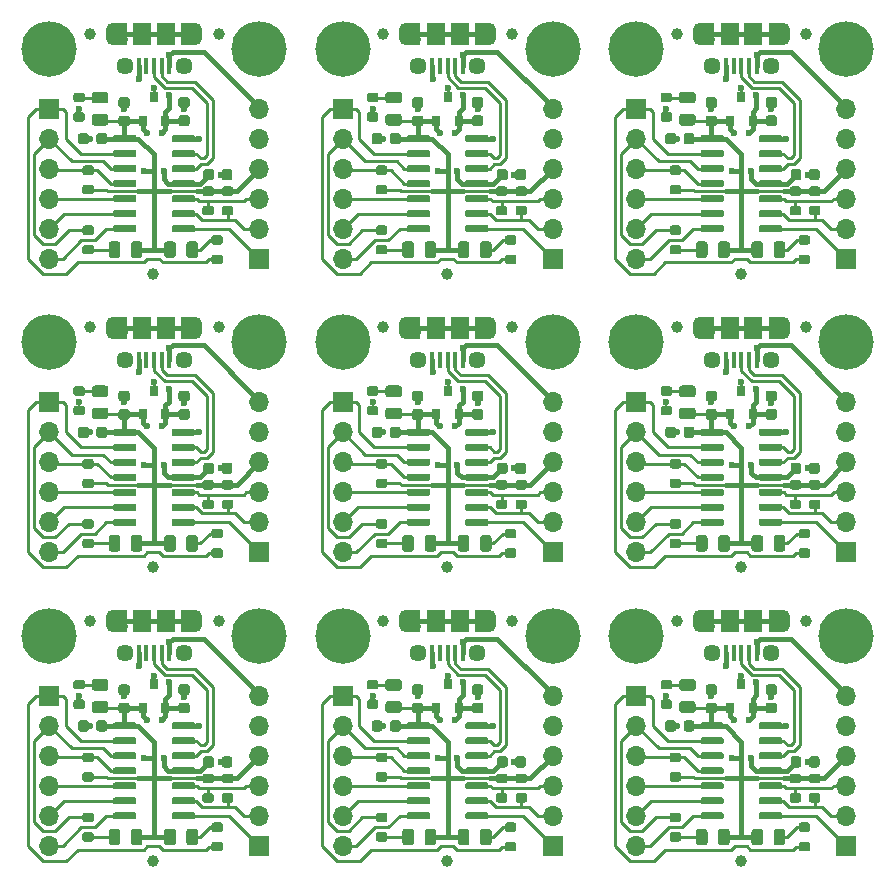
<source format=gbr>
G04 #@! TF.GenerationSoftware,KiCad,Pcbnew,5.1.5+dfsg1-2build2*
G04 #@! TF.CreationDate,2021-09-30T13:46:42+00:00*
G04 #@! TF.ProjectId,mcp2221a-breakout-panel,6d637032-3232-4316-912d-627265616b6f,rev?*
G04 #@! TF.SameCoordinates,Original*
G04 #@! TF.FileFunction,Copper,L1,Top*
G04 #@! TF.FilePolarity,Positive*
%FSLAX46Y46*%
G04 Gerber Fmt 4.6, Leading zero omitted, Abs format (unit mm)*
G04 Created by KiCad (PCBNEW 5.1.5+dfsg1-2build2) date 2021-09-30 13:46:42*
%MOMM*%
%LPD*%
G04 APERTURE LIST*
G04 #@! TA.AperFunction,SMDPad,CuDef*
%ADD10C,0.350000*%
G04 #@! TD*
G04 #@! TA.AperFunction,SMDPad,CuDef*
%ADD11R,1.500000X1.900000*%
G04 #@! TD*
G04 #@! TA.AperFunction,ComponentPad*
%ADD12C,1.450000*%
G04 #@! TD*
G04 #@! TA.AperFunction,SMDPad,CuDef*
%ADD13R,0.400000X1.350000*%
G04 #@! TD*
G04 #@! TA.AperFunction,ComponentPad*
%ADD14O,1.200000X1.900000*%
G04 #@! TD*
G04 #@! TA.AperFunction,SMDPad,CuDef*
%ADD15R,1.200000X1.900000*%
G04 #@! TD*
G04 #@! TA.AperFunction,ComponentPad*
%ADD16R,1.700000X1.700000*%
G04 #@! TD*
G04 #@! TA.AperFunction,ComponentPad*
%ADD17O,1.700000X1.700000*%
G04 #@! TD*
G04 #@! TA.AperFunction,BGAPad,CuDef*
%ADD18C,1.000000*%
G04 #@! TD*
G04 #@! TA.AperFunction,ComponentPad*
%ADD19C,4.700000*%
G04 #@! TD*
G04 #@! TA.AperFunction,SMDPad,CuDef*
%ADD20R,0.800000X0.900000*%
G04 #@! TD*
G04 #@! TA.AperFunction,ViaPad*
%ADD21C,0.600000*%
G04 #@! TD*
G04 #@! TA.AperFunction,Conductor*
%ADD22C,0.250000*%
G04 #@! TD*
G04 #@! TA.AperFunction,Conductor*
%ADD23C,0.400000*%
G04 #@! TD*
G04 #@! TA.AperFunction,Conductor*
%ADD24C,0.200000*%
G04 #@! TD*
G04 APERTURE END LIST*
G04 #@! TA.AperFunction,SMDPad,CuDef*
D10*
G04 #@! TO.P,C1,1*
G04 #@! TO.N,Board_8-VBUS*
G36*
X102532066Y-96477098D02*
G01*
X102553907Y-96480338D01*
X102575326Y-96485703D01*
X102596116Y-96493142D01*
X102616076Y-96502583D01*
X102635015Y-96513934D01*
X102652750Y-96527088D01*
X102669111Y-96541916D01*
X102683939Y-96558277D01*
X102697093Y-96576012D01*
X102708444Y-96594951D01*
X102717885Y-96614911D01*
X102725324Y-96635701D01*
X102730689Y-96657120D01*
X102733929Y-96678961D01*
X102735012Y-96701015D01*
X102735012Y-97151015D01*
X102733929Y-97173069D01*
X102730689Y-97194910D01*
X102725324Y-97216329D01*
X102717885Y-97237119D01*
X102708444Y-97257079D01*
X102697093Y-97276018D01*
X102683939Y-97293753D01*
X102669111Y-97310114D01*
X102652750Y-97324942D01*
X102635015Y-97338096D01*
X102616076Y-97349447D01*
X102596116Y-97358888D01*
X102575326Y-97366327D01*
X102553907Y-97371692D01*
X102532066Y-97374932D01*
X102510012Y-97376015D01*
X102010012Y-97376015D01*
X101987958Y-97374932D01*
X101966117Y-97371692D01*
X101944698Y-97366327D01*
X101923908Y-97358888D01*
X101903948Y-97349447D01*
X101885009Y-97338096D01*
X101867274Y-97324942D01*
X101850913Y-97310114D01*
X101836085Y-97293753D01*
X101822931Y-97276018D01*
X101811580Y-97257079D01*
X101802139Y-97237119D01*
X101794700Y-97216329D01*
X101789335Y-97194910D01*
X101786095Y-97173069D01*
X101785012Y-97151015D01*
X101785012Y-96701015D01*
X101786095Y-96678961D01*
X101789335Y-96657120D01*
X101794700Y-96635701D01*
X101802139Y-96614911D01*
X101811580Y-96594951D01*
X101822931Y-96576012D01*
X101836085Y-96558277D01*
X101850913Y-96541916D01*
X101867274Y-96527088D01*
X101885009Y-96513934D01*
X101903948Y-96502583D01*
X101923908Y-96493142D01*
X101944698Y-96485703D01*
X101966117Y-96480338D01*
X101987958Y-96477098D01*
X102010012Y-96476015D01*
X102510012Y-96476015D01*
X102532066Y-96477098D01*
G37*
G04 #@! TD.AperFunction*
G04 #@! TA.AperFunction,SMDPad,CuDef*
G04 #@! TO.P,C1,2*
G04 #@! TO.N,Board_8-GND*
G36*
X102532066Y-94927098D02*
G01*
X102553907Y-94930338D01*
X102575326Y-94935703D01*
X102596116Y-94943142D01*
X102616076Y-94952583D01*
X102635015Y-94963934D01*
X102652750Y-94977088D01*
X102669111Y-94991916D01*
X102683939Y-95008277D01*
X102697093Y-95026012D01*
X102708444Y-95044951D01*
X102717885Y-95064911D01*
X102725324Y-95085701D01*
X102730689Y-95107120D01*
X102733929Y-95128961D01*
X102735012Y-95151015D01*
X102735012Y-95601015D01*
X102733929Y-95623069D01*
X102730689Y-95644910D01*
X102725324Y-95666329D01*
X102717885Y-95687119D01*
X102708444Y-95707079D01*
X102697093Y-95726018D01*
X102683939Y-95743753D01*
X102669111Y-95760114D01*
X102652750Y-95774942D01*
X102635015Y-95788096D01*
X102616076Y-95799447D01*
X102596116Y-95808888D01*
X102575326Y-95816327D01*
X102553907Y-95821692D01*
X102532066Y-95824932D01*
X102510012Y-95826015D01*
X102010012Y-95826015D01*
X101987958Y-95824932D01*
X101966117Y-95821692D01*
X101944698Y-95816327D01*
X101923908Y-95808888D01*
X101903948Y-95799447D01*
X101885009Y-95788096D01*
X101867274Y-95774942D01*
X101850913Y-95760114D01*
X101836085Y-95743753D01*
X101822931Y-95726018D01*
X101811580Y-95707079D01*
X101802139Y-95687119D01*
X101794700Y-95666329D01*
X101789335Y-95644910D01*
X101786095Y-95623069D01*
X101785012Y-95601015D01*
X101785012Y-95151015D01*
X101786095Y-95128961D01*
X101789335Y-95107120D01*
X101794700Y-95085701D01*
X101802139Y-95064911D01*
X101811580Y-95044951D01*
X101822931Y-95026012D01*
X101836085Y-95008277D01*
X101850913Y-94991916D01*
X101867274Y-94977088D01*
X101885009Y-94963934D01*
X101903948Y-94952583D01*
X101923908Y-94943142D01*
X101944698Y-94935703D01*
X101966117Y-94930338D01*
X101987958Y-94927098D01*
X102010012Y-94926015D01*
X102510012Y-94926015D01*
X102532066Y-94927098D01*
G37*
G04 #@! TD.AperFunction*
G04 #@! TD*
G04 #@! TA.AperFunction,SMDPad,CuDef*
G04 #@! TO.P,C2,1*
G04 #@! TO.N,Board_8-VDD*
G36*
X97452066Y-96490098D02*
G01*
X97473907Y-96493338D01*
X97495326Y-96498703D01*
X97516116Y-96506142D01*
X97536076Y-96515583D01*
X97555015Y-96526934D01*
X97572750Y-96540088D01*
X97589111Y-96554916D01*
X97603939Y-96571277D01*
X97617093Y-96589012D01*
X97628444Y-96607951D01*
X97637885Y-96627911D01*
X97645324Y-96648701D01*
X97650689Y-96670120D01*
X97653929Y-96691961D01*
X97655012Y-96714015D01*
X97655012Y-97164015D01*
X97653929Y-97186069D01*
X97650689Y-97207910D01*
X97645324Y-97229329D01*
X97637885Y-97250119D01*
X97628444Y-97270079D01*
X97617093Y-97289018D01*
X97603939Y-97306753D01*
X97589111Y-97323114D01*
X97572750Y-97337942D01*
X97555015Y-97351096D01*
X97536076Y-97362447D01*
X97516116Y-97371888D01*
X97495326Y-97379327D01*
X97473907Y-97384692D01*
X97452066Y-97387932D01*
X97430012Y-97389015D01*
X96930012Y-97389015D01*
X96907958Y-97387932D01*
X96886117Y-97384692D01*
X96864698Y-97379327D01*
X96843908Y-97371888D01*
X96823948Y-97362447D01*
X96805009Y-97351096D01*
X96787274Y-97337942D01*
X96770913Y-97323114D01*
X96756085Y-97306753D01*
X96742931Y-97289018D01*
X96731580Y-97270079D01*
X96722139Y-97250119D01*
X96714700Y-97229329D01*
X96709335Y-97207910D01*
X96706095Y-97186069D01*
X96705012Y-97164015D01*
X96705012Y-96714015D01*
X96706095Y-96691961D01*
X96709335Y-96670120D01*
X96714700Y-96648701D01*
X96722139Y-96627911D01*
X96731580Y-96607951D01*
X96742931Y-96589012D01*
X96756085Y-96571277D01*
X96770913Y-96554916D01*
X96787274Y-96540088D01*
X96805009Y-96526934D01*
X96823948Y-96515583D01*
X96843908Y-96506142D01*
X96864698Y-96498703D01*
X96886117Y-96493338D01*
X96907958Y-96490098D01*
X96930012Y-96489015D01*
X97430012Y-96489015D01*
X97452066Y-96490098D01*
G37*
G04 #@! TD.AperFunction*
G04 #@! TA.AperFunction,SMDPad,CuDef*
G04 #@! TO.P,C2,2*
G04 #@! TO.N,Board_8-GND*
G36*
X97452066Y-94940098D02*
G01*
X97473907Y-94943338D01*
X97495326Y-94948703D01*
X97516116Y-94956142D01*
X97536076Y-94965583D01*
X97555015Y-94976934D01*
X97572750Y-94990088D01*
X97589111Y-95004916D01*
X97603939Y-95021277D01*
X97617093Y-95039012D01*
X97628444Y-95057951D01*
X97637885Y-95077911D01*
X97645324Y-95098701D01*
X97650689Y-95120120D01*
X97653929Y-95141961D01*
X97655012Y-95164015D01*
X97655012Y-95614015D01*
X97653929Y-95636069D01*
X97650689Y-95657910D01*
X97645324Y-95679329D01*
X97637885Y-95700119D01*
X97628444Y-95720079D01*
X97617093Y-95739018D01*
X97603939Y-95756753D01*
X97589111Y-95773114D01*
X97572750Y-95787942D01*
X97555015Y-95801096D01*
X97536076Y-95812447D01*
X97516116Y-95821888D01*
X97495326Y-95829327D01*
X97473907Y-95834692D01*
X97452066Y-95837932D01*
X97430012Y-95839015D01*
X96930012Y-95839015D01*
X96907958Y-95837932D01*
X96886117Y-95834692D01*
X96864698Y-95829327D01*
X96843908Y-95821888D01*
X96823948Y-95812447D01*
X96805009Y-95801096D01*
X96787274Y-95787942D01*
X96770913Y-95773114D01*
X96756085Y-95756753D01*
X96742931Y-95739018D01*
X96731580Y-95720079D01*
X96722139Y-95700119D01*
X96714700Y-95679329D01*
X96709335Y-95657910D01*
X96706095Y-95636069D01*
X96705012Y-95614015D01*
X96705012Y-95164015D01*
X96706095Y-95141961D01*
X96709335Y-95120120D01*
X96714700Y-95098701D01*
X96722139Y-95077911D01*
X96731580Y-95057951D01*
X96742931Y-95039012D01*
X96756085Y-95021277D01*
X96770913Y-95004916D01*
X96787274Y-94990088D01*
X96805009Y-94976934D01*
X96823948Y-94965583D01*
X96843908Y-94956142D01*
X96864698Y-94948703D01*
X96886117Y-94943338D01*
X96907958Y-94940098D01*
X96930012Y-94939015D01*
X97430012Y-94939015D01*
X97452066Y-94940098D01*
G37*
G04 #@! TD.AperFunction*
G04 #@! TD*
G04 #@! TA.AperFunction,SMDPad,CuDef*
G04 #@! TO.P,C3,1*
G04 #@! TO.N,Board_8-VDD*
G36*
X95535066Y-97976098D02*
G01*
X95556907Y-97979338D01*
X95578326Y-97984703D01*
X95599116Y-97992142D01*
X95619076Y-98001583D01*
X95638015Y-98012934D01*
X95655750Y-98026088D01*
X95672111Y-98040916D01*
X95686939Y-98057277D01*
X95700093Y-98075012D01*
X95711444Y-98093951D01*
X95720885Y-98113911D01*
X95728324Y-98134701D01*
X95733689Y-98156120D01*
X95736929Y-98177961D01*
X95738012Y-98200015D01*
X95738012Y-98700015D01*
X95736929Y-98722069D01*
X95733689Y-98743910D01*
X95728324Y-98765329D01*
X95720885Y-98786119D01*
X95711444Y-98806079D01*
X95700093Y-98825018D01*
X95686939Y-98842753D01*
X95672111Y-98859114D01*
X95655750Y-98873942D01*
X95638015Y-98887096D01*
X95619076Y-98898447D01*
X95599116Y-98907888D01*
X95578326Y-98915327D01*
X95556907Y-98920692D01*
X95535066Y-98923932D01*
X95513012Y-98925015D01*
X95063012Y-98925015D01*
X95040958Y-98923932D01*
X95019117Y-98920692D01*
X94997698Y-98915327D01*
X94976908Y-98907888D01*
X94956948Y-98898447D01*
X94938009Y-98887096D01*
X94920274Y-98873942D01*
X94903913Y-98859114D01*
X94889085Y-98842753D01*
X94875931Y-98825018D01*
X94864580Y-98806079D01*
X94855139Y-98786119D01*
X94847700Y-98765329D01*
X94842335Y-98743910D01*
X94839095Y-98722069D01*
X94838012Y-98700015D01*
X94838012Y-98200015D01*
X94839095Y-98177961D01*
X94842335Y-98156120D01*
X94847700Y-98134701D01*
X94855139Y-98113911D01*
X94864580Y-98093951D01*
X94875931Y-98075012D01*
X94889085Y-98057277D01*
X94903913Y-98040916D01*
X94920274Y-98026088D01*
X94938009Y-98012934D01*
X94956948Y-98001583D01*
X94976908Y-97992142D01*
X94997698Y-97984703D01*
X95019117Y-97979338D01*
X95040958Y-97976098D01*
X95063012Y-97975015D01*
X95513012Y-97975015D01*
X95535066Y-97976098D01*
G37*
G04 #@! TD.AperFunction*
G04 #@! TA.AperFunction,SMDPad,CuDef*
G04 #@! TO.P,C3,2*
G04 #@! TO.N,Board_8-GND*
G36*
X93985066Y-97976098D02*
G01*
X94006907Y-97979338D01*
X94028326Y-97984703D01*
X94049116Y-97992142D01*
X94069076Y-98001583D01*
X94088015Y-98012934D01*
X94105750Y-98026088D01*
X94122111Y-98040916D01*
X94136939Y-98057277D01*
X94150093Y-98075012D01*
X94161444Y-98093951D01*
X94170885Y-98113911D01*
X94178324Y-98134701D01*
X94183689Y-98156120D01*
X94186929Y-98177961D01*
X94188012Y-98200015D01*
X94188012Y-98700015D01*
X94186929Y-98722069D01*
X94183689Y-98743910D01*
X94178324Y-98765329D01*
X94170885Y-98786119D01*
X94161444Y-98806079D01*
X94150093Y-98825018D01*
X94136939Y-98842753D01*
X94122111Y-98859114D01*
X94105750Y-98873942D01*
X94088015Y-98887096D01*
X94069076Y-98898447D01*
X94049116Y-98907888D01*
X94028326Y-98915327D01*
X94006907Y-98920692D01*
X93985066Y-98923932D01*
X93963012Y-98925015D01*
X93513012Y-98925015D01*
X93490958Y-98923932D01*
X93469117Y-98920692D01*
X93447698Y-98915327D01*
X93426908Y-98907888D01*
X93406948Y-98898447D01*
X93388009Y-98887096D01*
X93370274Y-98873942D01*
X93353913Y-98859114D01*
X93339085Y-98842753D01*
X93325931Y-98825018D01*
X93314580Y-98806079D01*
X93305139Y-98786119D01*
X93297700Y-98765329D01*
X93292335Y-98743910D01*
X93289095Y-98722069D01*
X93288012Y-98700015D01*
X93288012Y-98200015D01*
X93289095Y-98177961D01*
X93292335Y-98156120D01*
X93297700Y-98134701D01*
X93305139Y-98113911D01*
X93314580Y-98093951D01*
X93325931Y-98075012D01*
X93339085Y-98057277D01*
X93353913Y-98040916D01*
X93370274Y-98026088D01*
X93388009Y-98012934D01*
X93406948Y-98001583D01*
X93426908Y-97992142D01*
X93447698Y-97984703D01*
X93469117Y-97979338D01*
X93490958Y-97976098D01*
X93513012Y-97975015D01*
X93963012Y-97975015D01*
X93985066Y-97976098D01*
G37*
G04 #@! TD.AperFunction*
G04 #@! TD*
G04 #@! TA.AperFunction,SMDPad,CuDef*
G04 #@! TO.P,C4,1*
G04 #@! TO.N,Board_8-Net-(C4-Pad1)*
G36*
X104589566Y-101024098D02*
G01*
X104611407Y-101027338D01*
X104632826Y-101032703D01*
X104653616Y-101040142D01*
X104673576Y-101049583D01*
X104692515Y-101060934D01*
X104710250Y-101074088D01*
X104726611Y-101088916D01*
X104741439Y-101105277D01*
X104754593Y-101123012D01*
X104765944Y-101141951D01*
X104775385Y-101161911D01*
X104782824Y-101182701D01*
X104788189Y-101204120D01*
X104791429Y-101225961D01*
X104792512Y-101248015D01*
X104792512Y-101748015D01*
X104791429Y-101770069D01*
X104788189Y-101791910D01*
X104782824Y-101813329D01*
X104775385Y-101834119D01*
X104765944Y-101854079D01*
X104754593Y-101873018D01*
X104741439Y-101890753D01*
X104726611Y-101907114D01*
X104710250Y-101921942D01*
X104692515Y-101935096D01*
X104673576Y-101946447D01*
X104653616Y-101955888D01*
X104632826Y-101963327D01*
X104611407Y-101968692D01*
X104589566Y-101971932D01*
X104567512Y-101973015D01*
X104117512Y-101973015D01*
X104095458Y-101971932D01*
X104073617Y-101968692D01*
X104052198Y-101963327D01*
X104031408Y-101955888D01*
X104011448Y-101946447D01*
X103992509Y-101935096D01*
X103974774Y-101921942D01*
X103958413Y-101907114D01*
X103943585Y-101890753D01*
X103930431Y-101873018D01*
X103919080Y-101854079D01*
X103909639Y-101834119D01*
X103902200Y-101813329D01*
X103896835Y-101791910D01*
X103893595Y-101770069D01*
X103892512Y-101748015D01*
X103892512Y-101248015D01*
X103893595Y-101225961D01*
X103896835Y-101204120D01*
X103902200Y-101182701D01*
X103909639Y-101161911D01*
X103919080Y-101141951D01*
X103930431Y-101123012D01*
X103943585Y-101105277D01*
X103958413Y-101088916D01*
X103974774Y-101074088D01*
X103992509Y-101060934D01*
X104011448Y-101049583D01*
X104031408Y-101040142D01*
X104052198Y-101032703D01*
X104073617Y-101027338D01*
X104095458Y-101024098D01*
X104117512Y-101023015D01*
X104567512Y-101023015D01*
X104589566Y-101024098D01*
G37*
G04 #@! TD.AperFunction*
G04 #@! TA.AperFunction,SMDPad,CuDef*
G04 #@! TO.P,C4,2*
G04 #@! TO.N,Board_8-GND*
G36*
X106139566Y-101024098D02*
G01*
X106161407Y-101027338D01*
X106182826Y-101032703D01*
X106203616Y-101040142D01*
X106223576Y-101049583D01*
X106242515Y-101060934D01*
X106260250Y-101074088D01*
X106276611Y-101088916D01*
X106291439Y-101105277D01*
X106304593Y-101123012D01*
X106315944Y-101141951D01*
X106325385Y-101161911D01*
X106332824Y-101182701D01*
X106338189Y-101204120D01*
X106341429Y-101225961D01*
X106342512Y-101248015D01*
X106342512Y-101748015D01*
X106341429Y-101770069D01*
X106338189Y-101791910D01*
X106332824Y-101813329D01*
X106325385Y-101834119D01*
X106315944Y-101854079D01*
X106304593Y-101873018D01*
X106291439Y-101890753D01*
X106276611Y-101907114D01*
X106260250Y-101921942D01*
X106242515Y-101935096D01*
X106223576Y-101946447D01*
X106203616Y-101955888D01*
X106182826Y-101963327D01*
X106161407Y-101968692D01*
X106139566Y-101971932D01*
X106117512Y-101973015D01*
X105667512Y-101973015D01*
X105645458Y-101971932D01*
X105623617Y-101968692D01*
X105602198Y-101963327D01*
X105581408Y-101955888D01*
X105561448Y-101946447D01*
X105542509Y-101935096D01*
X105524774Y-101921942D01*
X105508413Y-101907114D01*
X105493585Y-101890753D01*
X105480431Y-101873018D01*
X105469080Y-101854079D01*
X105459639Y-101834119D01*
X105452200Y-101813329D01*
X105446835Y-101791910D01*
X105443595Y-101770069D01*
X105442512Y-101748015D01*
X105442512Y-101248015D01*
X105443595Y-101225961D01*
X105446835Y-101204120D01*
X105452200Y-101182701D01*
X105459639Y-101161911D01*
X105469080Y-101141951D01*
X105480431Y-101123012D01*
X105493585Y-101105277D01*
X105508413Y-101088916D01*
X105524774Y-101074088D01*
X105542509Y-101060934D01*
X105561448Y-101049583D01*
X105581408Y-101040142D01*
X105602198Y-101032703D01*
X105623617Y-101027338D01*
X105645458Y-101024098D01*
X105667512Y-101023015D01*
X106117512Y-101023015D01*
X106139566Y-101024098D01*
G37*
G04 #@! TD.AperFunction*
G04 #@! TD*
G04 #@! TA.AperFunction,SMDPad,CuDef*
G04 #@! TO.P,D1,1*
G04 #@! TO.N,Board_8-Net-(D1-Pad1)*
G36*
X95628154Y-94486189D02*
G01*
X95651815Y-94489699D01*
X95675019Y-94495511D01*
X95697541Y-94503569D01*
X95719165Y-94513797D01*
X95739682Y-94526094D01*
X95758895Y-94540344D01*
X95776619Y-94556408D01*
X95792683Y-94574132D01*
X95806933Y-94593345D01*
X95819230Y-94613862D01*
X95829458Y-94635486D01*
X95837516Y-94658008D01*
X95843328Y-94681212D01*
X95846838Y-94704873D01*
X95848012Y-94728765D01*
X95848012Y-95216265D01*
X95846838Y-95240157D01*
X95843328Y-95263818D01*
X95837516Y-95287022D01*
X95829458Y-95309544D01*
X95819230Y-95331168D01*
X95806933Y-95351685D01*
X95792683Y-95370898D01*
X95776619Y-95388622D01*
X95758895Y-95404686D01*
X95739682Y-95418936D01*
X95719165Y-95431233D01*
X95697541Y-95441461D01*
X95675019Y-95449519D01*
X95651815Y-95455331D01*
X95628154Y-95458841D01*
X95604262Y-95460015D01*
X94691762Y-95460015D01*
X94667870Y-95458841D01*
X94644209Y-95455331D01*
X94621005Y-95449519D01*
X94598483Y-95441461D01*
X94576859Y-95431233D01*
X94556342Y-95418936D01*
X94537129Y-95404686D01*
X94519405Y-95388622D01*
X94503341Y-95370898D01*
X94489091Y-95351685D01*
X94476794Y-95331168D01*
X94466566Y-95309544D01*
X94458508Y-95287022D01*
X94452696Y-95263818D01*
X94449186Y-95240157D01*
X94448012Y-95216265D01*
X94448012Y-94728765D01*
X94449186Y-94704873D01*
X94452696Y-94681212D01*
X94458508Y-94658008D01*
X94466566Y-94635486D01*
X94476794Y-94613862D01*
X94489091Y-94593345D01*
X94503341Y-94574132D01*
X94519405Y-94556408D01*
X94537129Y-94540344D01*
X94556342Y-94526094D01*
X94576859Y-94513797D01*
X94598483Y-94503569D01*
X94621005Y-94495511D01*
X94644209Y-94489699D01*
X94667870Y-94486189D01*
X94691762Y-94485015D01*
X95604262Y-94485015D01*
X95628154Y-94486189D01*
G37*
G04 #@! TD.AperFunction*
G04 #@! TA.AperFunction,SMDPad,CuDef*
G04 #@! TO.P,D1,2*
G04 #@! TO.N,Board_8-VDD*
G36*
X95628154Y-96361189D02*
G01*
X95651815Y-96364699D01*
X95675019Y-96370511D01*
X95697541Y-96378569D01*
X95719165Y-96388797D01*
X95739682Y-96401094D01*
X95758895Y-96415344D01*
X95776619Y-96431408D01*
X95792683Y-96449132D01*
X95806933Y-96468345D01*
X95819230Y-96488862D01*
X95829458Y-96510486D01*
X95837516Y-96533008D01*
X95843328Y-96556212D01*
X95846838Y-96579873D01*
X95848012Y-96603765D01*
X95848012Y-97091265D01*
X95846838Y-97115157D01*
X95843328Y-97138818D01*
X95837516Y-97162022D01*
X95829458Y-97184544D01*
X95819230Y-97206168D01*
X95806933Y-97226685D01*
X95792683Y-97245898D01*
X95776619Y-97263622D01*
X95758895Y-97279686D01*
X95739682Y-97293936D01*
X95719165Y-97306233D01*
X95697541Y-97316461D01*
X95675019Y-97324519D01*
X95651815Y-97330331D01*
X95628154Y-97333841D01*
X95604262Y-97335015D01*
X94691762Y-97335015D01*
X94667870Y-97333841D01*
X94644209Y-97330331D01*
X94621005Y-97324519D01*
X94598483Y-97316461D01*
X94576859Y-97306233D01*
X94556342Y-97293936D01*
X94537129Y-97279686D01*
X94519405Y-97263622D01*
X94503341Y-97245898D01*
X94489091Y-97226685D01*
X94476794Y-97206168D01*
X94466566Y-97184544D01*
X94458508Y-97162022D01*
X94452696Y-97138818D01*
X94449186Y-97115157D01*
X94448012Y-97091265D01*
X94448012Y-96603765D01*
X94449186Y-96579873D01*
X94452696Y-96556212D01*
X94458508Y-96533008D01*
X94466566Y-96510486D01*
X94476794Y-96488862D01*
X94489091Y-96468345D01*
X94503341Y-96449132D01*
X94519405Y-96431408D01*
X94537129Y-96415344D01*
X94556342Y-96401094D01*
X94576859Y-96388797D01*
X94598483Y-96378569D01*
X94621005Y-96370511D01*
X94644209Y-96364699D01*
X94667870Y-96361189D01*
X94691762Y-96360015D01*
X95604262Y-96360015D01*
X95628154Y-96361189D01*
G37*
G04 #@! TD.AperFunction*
G04 #@! TD*
D11*
G04 #@! TO.P,J1,6*
G04 #@! TO.N,Board_8-Net-(J1-Pad6)*
X98720012Y-89592515D03*
D12*
X102220012Y-92292515D03*
D13*
G04 #@! TO.P,J1,2*
G04 #@! TO.N,Board_8-/USB-*
X100370012Y-92292515D03*
G04 #@! TO.P,J1,1*
G04 #@! TO.N,Board_8-VBUS*
X101020012Y-92292515D03*
G04 #@! TO.P,J1,5*
G04 #@! TO.N,Board_8-GND*
X98420012Y-92292515D03*
G04 #@! TO.P,J1,4*
G04 #@! TO.N,N/C*
X99070012Y-92292515D03*
G04 #@! TO.P,J1,3*
G04 #@! TO.N,Board_8-/USB+*
X99720012Y-92292515D03*
D12*
G04 #@! TO.P,J1,6*
G04 #@! TO.N,Board_8-Net-(J1-Pad6)*
X97220012Y-92292515D03*
D11*
X100720012Y-89592515D03*
D14*
X103220012Y-89592515D03*
X96220012Y-89592515D03*
D15*
X96820012Y-89592515D03*
X102620012Y-89592515D03*
G04 #@! TD*
G04 #@! TA.AperFunction,SMDPad,CuDef*
D10*
G04 #@! TO.P,R1,1*
G04 #@! TO.N,Board_8-GND*
G36*
X93664615Y-96208978D02*
G01*
X93684030Y-96211858D01*
X93703069Y-96216627D01*
X93721549Y-96223239D01*
X93739291Y-96231631D01*
X93756126Y-96241721D01*
X93771891Y-96253413D01*
X93786433Y-96266594D01*
X93799614Y-96281136D01*
X93811306Y-96296901D01*
X93821396Y-96313736D01*
X93829788Y-96331478D01*
X93836400Y-96349958D01*
X93841169Y-96368997D01*
X93844049Y-96388412D01*
X93845012Y-96408015D01*
X93845012Y-96808015D01*
X93844049Y-96827618D01*
X93841169Y-96847033D01*
X93836400Y-96866072D01*
X93829788Y-96884552D01*
X93821396Y-96902294D01*
X93811306Y-96919129D01*
X93799614Y-96934894D01*
X93786433Y-96949436D01*
X93771891Y-96962617D01*
X93756126Y-96974309D01*
X93739291Y-96984399D01*
X93721549Y-96992791D01*
X93703069Y-96999403D01*
X93684030Y-97004172D01*
X93664615Y-97007052D01*
X93645012Y-97008015D01*
X93095012Y-97008015D01*
X93075409Y-97007052D01*
X93055994Y-97004172D01*
X93036955Y-96999403D01*
X93018475Y-96992791D01*
X93000733Y-96984399D01*
X92983898Y-96974309D01*
X92968133Y-96962617D01*
X92953591Y-96949436D01*
X92940410Y-96934894D01*
X92928718Y-96919129D01*
X92918628Y-96902294D01*
X92910236Y-96884552D01*
X92903624Y-96866072D01*
X92898855Y-96847033D01*
X92895975Y-96827618D01*
X92895012Y-96808015D01*
X92895012Y-96408015D01*
X92895975Y-96388412D01*
X92898855Y-96368997D01*
X92903624Y-96349958D01*
X92910236Y-96331478D01*
X92918628Y-96313736D01*
X92928718Y-96296901D01*
X92940410Y-96281136D01*
X92953591Y-96266594D01*
X92968133Y-96253413D01*
X92983898Y-96241721D01*
X93000733Y-96231631D01*
X93018475Y-96223239D01*
X93036955Y-96216627D01*
X93055994Y-96211858D01*
X93075409Y-96208978D01*
X93095012Y-96208015D01*
X93645012Y-96208015D01*
X93664615Y-96208978D01*
G37*
G04 #@! TD.AperFunction*
G04 #@! TA.AperFunction,SMDPad,CuDef*
G04 #@! TO.P,R1,2*
G04 #@! TO.N,Board_8-Net-(D1-Pad1)*
G36*
X93664615Y-94558978D02*
G01*
X93684030Y-94561858D01*
X93703069Y-94566627D01*
X93721549Y-94573239D01*
X93739291Y-94581631D01*
X93756126Y-94591721D01*
X93771891Y-94603413D01*
X93786433Y-94616594D01*
X93799614Y-94631136D01*
X93811306Y-94646901D01*
X93821396Y-94663736D01*
X93829788Y-94681478D01*
X93836400Y-94699958D01*
X93841169Y-94718997D01*
X93844049Y-94738412D01*
X93845012Y-94758015D01*
X93845012Y-95158015D01*
X93844049Y-95177618D01*
X93841169Y-95197033D01*
X93836400Y-95216072D01*
X93829788Y-95234552D01*
X93821396Y-95252294D01*
X93811306Y-95269129D01*
X93799614Y-95284894D01*
X93786433Y-95299436D01*
X93771891Y-95312617D01*
X93756126Y-95324309D01*
X93739291Y-95334399D01*
X93721549Y-95342791D01*
X93703069Y-95349403D01*
X93684030Y-95354172D01*
X93664615Y-95357052D01*
X93645012Y-95358015D01*
X93095012Y-95358015D01*
X93075409Y-95357052D01*
X93055994Y-95354172D01*
X93036955Y-95349403D01*
X93018475Y-95342791D01*
X93000733Y-95334399D01*
X92983898Y-95324309D01*
X92968133Y-95312617D01*
X92953591Y-95299436D01*
X92940410Y-95284894D01*
X92928718Y-95269129D01*
X92918628Y-95252294D01*
X92910236Y-95234552D01*
X92903624Y-95216072D01*
X92898855Y-95197033D01*
X92895975Y-95177618D01*
X92895012Y-95158015D01*
X92895012Y-94758015D01*
X92895975Y-94738412D01*
X92898855Y-94718997D01*
X92903624Y-94699958D01*
X92910236Y-94681478D01*
X92918628Y-94663736D01*
X92928718Y-94646901D01*
X92940410Y-94631136D01*
X92953591Y-94616594D01*
X92968133Y-94603413D01*
X92983898Y-94591721D01*
X93000733Y-94581631D01*
X93018475Y-94573239D01*
X93036955Y-94566627D01*
X93055994Y-94561858D01*
X93075409Y-94558978D01*
X93095012Y-94558015D01*
X93645012Y-94558015D01*
X93664615Y-94558978D01*
G37*
G04 #@! TD.AperFunction*
G04 #@! TD*
G04 #@! TA.AperFunction,SMDPad,CuDef*
G04 #@! TO.P,R2,1*
G04 #@! TO.N,Board_8-/~RST*
G36*
X94426615Y-100717978D02*
G01*
X94446030Y-100720858D01*
X94465069Y-100725627D01*
X94483549Y-100732239D01*
X94501291Y-100740631D01*
X94518126Y-100750721D01*
X94533891Y-100762413D01*
X94548433Y-100775594D01*
X94561614Y-100790136D01*
X94573306Y-100805901D01*
X94583396Y-100822736D01*
X94591788Y-100840478D01*
X94598400Y-100858958D01*
X94603169Y-100877997D01*
X94606049Y-100897412D01*
X94607012Y-100917015D01*
X94607012Y-101317015D01*
X94606049Y-101336618D01*
X94603169Y-101356033D01*
X94598400Y-101375072D01*
X94591788Y-101393552D01*
X94583396Y-101411294D01*
X94573306Y-101428129D01*
X94561614Y-101443894D01*
X94548433Y-101458436D01*
X94533891Y-101471617D01*
X94518126Y-101483309D01*
X94501291Y-101493399D01*
X94483549Y-101501791D01*
X94465069Y-101508403D01*
X94446030Y-101513172D01*
X94426615Y-101516052D01*
X94407012Y-101517015D01*
X93857012Y-101517015D01*
X93837409Y-101516052D01*
X93817994Y-101513172D01*
X93798955Y-101508403D01*
X93780475Y-101501791D01*
X93762733Y-101493399D01*
X93745898Y-101483309D01*
X93730133Y-101471617D01*
X93715591Y-101458436D01*
X93702410Y-101443894D01*
X93690718Y-101428129D01*
X93680628Y-101411294D01*
X93672236Y-101393552D01*
X93665624Y-101375072D01*
X93660855Y-101356033D01*
X93657975Y-101336618D01*
X93657012Y-101317015D01*
X93657012Y-100917015D01*
X93657975Y-100897412D01*
X93660855Y-100877997D01*
X93665624Y-100858958D01*
X93672236Y-100840478D01*
X93680628Y-100822736D01*
X93690718Y-100805901D01*
X93702410Y-100790136D01*
X93715591Y-100775594D01*
X93730133Y-100762413D01*
X93745898Y-100750721D01*
X93762733Y-100740631D01*
X93780475Y-100732239D01*
X93798955Y-100725627D01*
X93817994Y-100720858D01*
X93837409Y-100717978D01*
X93857012Y-100717015D01*
X94407012Y-100717015D01*
X94426615Y-100717978D01*
G37*
G04 #@! TD.AperFunction*
G04 #@! TA.AperFunction,SMDPad,CuDef*
G04 #@! TO.P,R2,2*
G04 #@! TO.N,Board_8-VDD*
G36*
X94426615Y-102367978D02*
G01*
X94446030Y-102370858D01*
X94465069Y-102375627D01*
X94483549Y-102382239D01*
X94501291Y-102390631D01*
X94518126Y-102400721D01*
X94533891Y-102412413D01*
X94548433Y-102425594D01*
X94561614Y-102440136D01*
X94573306Y-102455901D01*
X94583396Y-102472736D01*
X94591788Y-102490478D01*
X94598400Y-102508958D01*
X94603169Y-102527997D01*
X94606049Y-102547412D01*
X94607012Y-102567015D01*
X94607012Y-102967015D01*
X94606049Y-102986618D01*
X94603169Y-103006033D01*
X94598400Y-103025072D01*
X94591788Y-103043552D01*
X94583396Y-103061294D01*
X94573306Y-103078129D01*
X94561614Y-103093894D01*
X94548433Y-103108436D01*
X94533891Y-103121617D01*
X94518126Y-103133309D01*
X94501291Y-103143399D01*
X94483549Y-103151791D01*
X94465069Y-103158403D01*
X94446030Y-103163172D01*
X94426615Y-103166052D01*
X94407012Y-103167015D01*
X93857012Y-103167015D01*
X93837409Y-103166052D01*
X93817994Y-103163172D01*
X93798955Y-103158403D01*
X93780475Y-103151791D01*
X93762733Y-103143399D01*
X93745898Y-103133309D01*
X93730133Y-103121617D01*
X93715591Y-103108436D01*
X93702410Y-103093894D01*
X93690718Y-103078129D01*
X93680628Y-103061294D01*
X93672236Y-103043552D01*
X93665624Y-103025072D01*
X93660855Y-103006033D01*
X93657975Y-102986618D01*
X93657012Y-102967015D01*
X93657012Y-102567015D01*
X93657975Y-102547412D01*
X93660855Y-102527997D01*
X93665624Y-102508958D01*
X93672236Y-102490478D01*
X93680628Y-102472736D01*
X93690718Y-102455901D01*
X93702410Y-102440136D01*
X93715591Y-102425594D01*
X93730133Y-102412413D01*
X93745898Y-102400721D01*
X93762733Y-102390631D01*
X93780475Y-102382239D01*
X93798955Y-102375627D01*
X93817994Y-102370858D01*
X93837409Y-102367978D01*
X93857012Y-102367015D01*
X94407012Y-102367015D01*
X94426615Y-102367978D01*
G37*
G04 #@! TD.AperFunction*
G04 #@! TD*
G04 #@! TA.AperFunction,SMDPad,CuDef*
G04 #@! TO.P,R3,1*
G04 #@! TO.N,Board_8-/GP1*
G36*
X94426615Y-105798978D02*
G01*
X94446030Y-105801858D01*
X94465069Y-105806627D01*
X94483549Y-105813239D01*
X94501291Y-105821631D01*
X94518126Y-105831721D01*
X94533891Y-105843413D01*
X94548433Y-105856594D01*
X94561614Y-105871136D01*
X94573306Y-105886901D01*
X94583396Y-105903736D01*
X94591788Y-105921478D01*
X94598400Y-105939958D01*
X94603169Y-105958997D01*
X94606049Y-105978412D01*
X94607012Y-105998015D01*
X94607012Y-106398015D01*
X94606049Y-106417618D01*
X94603169Y-106437033D01*
X94598400Y-106456072D01*
X94591788Y-106474552D01*
X94583396Y-106492294D01*
X94573306Y-106509129D01*
X94561614Y-106524894D01*
X94548433Y-106539436D01*
X94533891Y-106552617D01*
X94518126Y-106564309D01*
X94501291Y-106574399D01*
X94483549Y-106582791D01*
X94465069Y-106589403D01*
X94446030Y-106594172D01*
X94426615Y-106597052D01*
X94407012Y-106598015D01*
X93857012Y-106598015D01*
X93837409Y-106597052D01*
X93817994Y-106594172D01*
X93798955Y-106589403D01*
X93780475Y-106582791D01*
X93762733Y-106574399D01*
X93745898Y-106564309D01*
X93730133Y-106552617D01*
X93715591Y-106539436D01*
X93702410Y-106524894D01*
X93690718Y-106509129D01*
X93680628Y-106492294D01*
X93672236Y-106474552D01*
X93665624Y-106456072D01*
X93660855Y-106437033D01*
X93657975Y-106417618D01*
X93657012Y-106398015D01*
X93657012Y-105998015D01*
X93657975Y-105978412D01*
X93660855Y-105958997D01*
X93665624Y-105939958D01*
X93672236Y-105921478D01*
X93680628Y-105903736D01*
X93690718Y-105886901D01*
X93702410Y-105871136D01*
X93715591Y-105856594D01*
X93730133Y-105843413D01*
X93745898Y-105831721D01*
X93762733Y-105821631D01*
X93780475Y-105813239D01*
X93798955Y-105806627D01*
X93817994Y-105801858D01*
X93837409Y-105798978D01*
X93857012Y-105798015D01*
X94407012Y-105798015D01*
X94426615Y-105798978D01*
G37*
G04 #@! TD.AperFunction*
G04 #@! TA.AperFunction,SMDPad,CuDef*
G04 #@! TO.P,R3,2*
G04 #@! TO.N,Board_8-Net-(D2-Pad1)*
G36*
X94426615Y-107448978D02*
G01*
X94446030Y-107451858D01*
X94465069Y-107456627D01*
X94483549Y-107463239D01*
X94501291Y-107471631D01*
X94518126Y-107481721D01*
X94533891Y-107493413D01*
X94548433Y-107506594D01*
X94561614Y-107521136D01*
X94573306Y-107536901D01*
X94583396Y-107553736D01*
X94591788Y-107571478D01*
X94598400Y-107589958D01*
X94603169Y-107608997D01*
X94606049Y-107628412D01*
X94607012Y-107648015D01*
X94607012Y-108048015D01*
X94606049Y-108067618D01*
X94603169Y-108087033D01*
X94598400Y-108106072D01*
X94591788Y-108124552D01*
X94583396Y-108142294D01*
X94573306Y-108159129D01*
X94561614Y-108174894D01*
X94548433Y-108189436D01*
X94533891Y-108202617D01*
X94518126Y-108214309D01*
X94501291Y-108224399D01*
X94483549Y-108232791D01*
X94465069Y-108239403D01*
X94446030Y-108244172D01*
X94426615Y-108247052D01*
X94407012Y-108248015D01*
X93857012Y-108248015D01*
X93837409Y-108247052D01*
X93817994Y-108244172D01*
X93798955Y-108239403D01*
X93780475Y-108232791D01*
X93762733Y-108224399D01*
X93745898Y-108214309D01*
X93730133Y-108202617D01*
X93715591Y-108189436D01*
X93702410Y-108174894D01*
X93690718Y-108159129D01*
X93680628Y-108142294D01*
X93672236Y-108124552D01*
X93665624Y-108106072D01*
X93660855Y-108087033D01*
X93657975Y-108067618D01*
X93657012Y-108048015D01*
X93657012Y-107648015D01*
X93657975Y-107628412D01*
X93660855Y-107608997D01*
X93665624Y-107589958D01*
X93672236Y-107571478D01*
X93680628Y-107553736D01*
X93690718Y-107536901D01*
X93702410Y-107521136D01*
X93715591Y-107506594D01*
X93730133Y-107493413D01*
X93745898Y-107481721D01*
X93762733Y-107471631D01*
X93780475Y-107463239D01*
X93798955Y-107456627D01*
X93817994Y-107451858D01*
X93837409Y-107448978D01*
X93857012Y-107448015D01*
X94407012Y-107448015D01*
X94426615Y-107448978D01*
G37*
G04 #@! TD.AperFunction*
G04 #@! TD*
G04 #@! TA.AperFunction,SMDPad,CuDef*
G04 #@! TO.P,R4,1*
G04 #@! TO.N,Board_8-/GP0*
G36*
X105348615Y-108273978D02*
G01*
X105368030Y-108276858D01*
X105387069Y-108281627D01*
X105405549Y-108288239D01*
X105423291Y-108296631D01*
X105440126Y-108306721D01*
X105455891Y-108318413D01*
X105470433Y-108331594D01*
X105483614Y-108346136D01*
X105495306Y-108361901D01*
X105505396Y-108378736D01*
X105513788Y-108396478D01*
X105520400Y-108414958D01*
X105525169Y-108433997D01*
X105528049Y-108453412D01*
X105529012Y-108473015D01*
X105529012Y-108873015D01*
X105528049Y-108892618D01*
X105525169Y-108912033D01*
X105520400Y-108931072D01*
X105513788Y-108949552D01*
X105505396Y-108967294D01*
X105495306Y-108984129D01*
X105483614Y-108999894D01*
X105470433Y-109014436D01*
X105455891Y-109027617D01*
X105440126Y-109039309D01*
X105423291Y-109049399D01*
X105405549Y-109057791D01*
X105387069Y-109064403D01*
X105368030Y-109069172D01*
X105348615Y-109072052D01*
X105329012Y-109073015D01*
X104779012Y-109073015D01*
X104759409Y-109072052D01*
X104739994Y-109069172D01*
X104720955Y-109064403D01*
X104702475Y-109057791D01*
X104684733Y-109049399D01*
X104667898Y-109039309D01*
X104652133Y-109027617D01*
X104637591Y-109014436D01*
X104624410Y-108999894D01*
X104612718Y-108984129D01*
X104602628Y-108967294D01*
X104594236Y-108949552D01*
X104587624Y-108931072D01*
X104582855Y-108912033D01*
X104579975Y-108892618D01*
X104579012Y-108873015D01*
X104579012Y-108473015D01*
X104579975Y-108453412D01*
X104582855Y-108433997D01*
X104587624Y-108414958D01*
X104594236Y-108396478D01*
X104602628Y-108378736D01*
X104612718Y-108361901D01*
X104624410Y-108346136D01*
X104637591Y-108331594D01*
X104652133Y-108318413D01*
X104667898Y-108306721D01*
X104684733Y-108296631D01*
X104702475Y-108288239D01*
X104720955Y-108281627D01*
X104739994Y-108276858D01*
X104759409Y-108273978D01*
X104779012Y-108273015D01*
X105329012Y-108273015D01*
X105348615Y-108273978D01*
G37*
G04 #@! TD.AperFunction*
G04 #@! TA.AperFunction,SMDPad,CuDef*
G04 #@! TO.P,R4,2*
G04 #@! TO.N,Board_8-Net-(D3-Pad1)*
G36*
X105348615Y-106623978D02*
G01*
X105368030Y-106626858D01*
X105387069Y-106631627D01*
X105405549Y-106638239D01*
X105423291Y-106646631D01*
X105440126Y-106656721D01*
X105455891Y-106668413D01*
X105470433Y-106681594D01*
X105483614Y-106696136D01*
X105495306Y-106711901D01*
X105505396Y-106728736D01*
X105513788Y-106746478D01*
X105520400Y-106764958D01*
X105525169Y-106783997D01*
X105528049Y-106803412D01*
X105529012Y-106823015D01*
X105529012Y-107223015D01*
X105528049Y-107242618D01*
X105525169Y-107262033D01*
X105520400Y-107281072D01*
X105513788Y-107299552D01*
X105505396Y-107317294D01*
X105495306Y-107334129D01*
X105483614Y-107349894D01*
X105470433Y-107364436D01*
X105455891Y-107377617D01*
X105440126Y-107389309D01*
X105423291Y-107399399D01*
X105405549Y-107407791D01*
X105387069Y-107414403D01*
X105368030Y-107419172D01*
X105348615Y-107422052D01*
X105329012Y-107423015D01*
X104779012Y-107423015D01*
X104759409Y-107422052D01*
X104739994Y-107419172D01*
X104720955Y-107414403D01*
X104702475Y-107407791D01*
X104684733Y-107399399D01*
X104667898Y-107389309D01*
X104652133Y-107377617D01*
X104637591Y-107364436D01*
X104624410Y-107349894D01*
X104612718Y-107334129D01*
X104602628Y-107317294D01*
X104594236Y-107299552D01*
X104587624Y-107281072D01*
X104582855Y-107262033D01*
X104579975Y-107242618D01*
X104579012Y-107223015D01*
X104579012Y-106823015D01*
X104579975Y-106803412D01*
X104582855Y-106783997D01*
X104587624Y-106764958D01*
X104594236Y-106746478D01*
X104602628Y-106728736D01*
X104612718Y-106711901D01*
X104624410Y-106696136D01*
X104637591Y-106681594D01*
X104652133Y-106668413D01*
X104667898Y-106656721D01*
X104684733Y-106646631D01*
X104702475Y-106638239D01*
X104720955Y-106631627D01*
X104739994Y-106626858D01*
X104759409Y-106623978D01*
X104779012Y-106623015D01*
X105329012Y-106623015D01*
X105348615Y-106623978D01*
G37*
G04 #@! TD.AperFunction*
G04 #@! TD*
G04 #@! TA.AperFunction,SMDPad,CuDef*
G04 #@! TO.P,U2,1*
G04 #@! TO.N,Board_8-VDD*
G36*
X98084715Y-98150737D02*
G01*
X98099276Y-98152897D01*
X98113555Y-98156474D01*
X98127415Y-98161433D01*
X98140722Y-98167727D01*
X98153348Y-98175295D01*
X98165171Y-98184063D01*
X98176078Y-98193949D01*
X98185964Y-98204856D01*
X98194732Y-98216679D01*
X98202300Y-98229305D01*
X98208594Y-98242612D01*
X98213553Y-98256472D01*
X98217130Y-98270751D01*
X98219290Y-98285312D01*
X98220012Y-98300015D01*
X98220012Y-98600015D01*
X98219290Y-98614718D01*
X98217130Y-98629279D01*
X98213553Y-98643558D01*
X98208594Y-98657418D01*
X98202300Y-98670725D01*
X98194732Y-98683351D01*
X98185964Y-98695174D01*
X98176078Y-98706081D01*
X98165171Y-98715967D01*
X98153348Y-98724735D01*
X98140722Y-98732303D01*
X98127415Y-98738597D01*
X98113555Y-98743556D01*
X98099276Y-98747133D01*
X98084715Y-98749293D01*
X98070012Y-98750015D01*
X96420012Y-98750015D01*
X96405309Y-98749293D01*
X96390748Y-98747133D01*
X96376469Y-98743556D01*
X96362609Y-98738597D01*
X96349302Y-98732303D01*
X96336676Y-98724735D01*
X96324853Y-98715967D01*
X96313946Y-98706081D01*
X96304060Y-98695174D01*
X96295292Y-98683351D01*
X96287724Y-98670725D01*
X96281430Y-98657418D01*
X96276471Y-98643558D01*
X96272894Y-98629279D01*
X96270734Y-98614718D01*
X96270012Y-98600015D01*
X96270012Y-98300015D01*
X96270734Y-98285312D01*
X96272894Y-98270751D01*
X96276471Y-98256472D01*
X96281430Y-98242612D01*
X96287724Y-98229305D01*
X96295292Y-98216679D01*
X96304060Y-98204856D01*
X96313946Y-98193949D01*
X96324853Y-98184063D01*
X96336676Y-98175295D01*
X96349302Y-98167727D01*
X96362609Y-98161433D01*
X96376469Y-98156474D01*
X96390748Y-98152897D01*
X96405309Y-98150737D01*
X96420012Y-98150015D01*
X98070012Y-98150015D01*
X98084715Y-98150737D01*
G37*
G04 #@! TD.AperFunction*
G04 #@! TA.AperFunction,SMDPad,CuDef*
G04 #@! TO.P,U2,2*
G04 #@! TO.N,Board_8-/GP0*
G36*
X98084715Y-99420737D02*
G01*
X98099276Y-99422897D01*
X98113555Y-99426474D01*
X98127415Y-99431433D01*
X98140722Y-99437727D01*
X98153348Y-99445295D01*
X98165171Y-99454063D01*
X98176078Y-99463949D01*
X98185964Y-99474856D01*
X98194732Y-99486679D01*
X98202300Y-99499305D01*
X98208594Y-99512612D01*
X98213553Y-99526472D01*
X98217130Y-99540751D01*
X98219290Y-99555312D01*
X98220012Y-99570015D01*
X98220012Y-99870015D01*
X98219290Y-99884718D01*
X98217130Y-99899279D01*
X98213553Y-99913558D01*
X98208594Y-99927418D01*
X98202300Y-99940725D01*
X98194732Y-99953351D01*
X98185964Y-99965174D01*
X98176078Y-99976081D01*
X98165171Y-99985967D01*
X98153348Y-99994735D01*
X98140722Y-100002303D01*
X98127415Y-100008597D01*
X98113555Y-100013556D01*
X98099276Y-100017133D01*
X98084715Y-100019293D01*
X98070012Y-100020015D01*
X96420012Y-100020015D01*
X96405309Y-100019293D01*
X96390748Y-100017133D01*
X96376469Y-100013556D01*
X96362609Y-100008597D01*
X96349302Y-100002303D01*
X96336676Y-99994735D01*
X96324853Y-99985967D01*
X96313946Y-99976081D01*
X96304060Y-99965174D01*
X96295292Y-99953351D01*
X96287724Y-99940725D01*
X96281430Y-99927418D01*
X96276471Y-99913558D01*
X96272894Y-99899279D01*
X96270734Y-99884718D01*
X96270012Y-99870015D01*
X96270012Y-99570015D01*
X96270734Y-99555312D01*
X96272894Y-99540751D01*
X96276471Y-99526472D01*
X96281430Y-99512612D01*
X96287724Y-99499305D01*
X96295292Y-99486679D01*
X96304060Y-99474856D01*
X96313946Y-99463949D01*
X96324853Y-99454063D01*
X96336676Y-99445295D01*
X96349302Y-99437727D01*
X96362609Y-99431433D01*
X96376469Y-99426474D01*
X96390748Y-99422897D01*
X96405309Y-99420737D01*
X96420012Y-99420015D01*
X98070012Y-99420015D01*
X98084715Y-99420737D01*
G37*
G04 #@! TD.AperFunction*
G04 #@! TA.AperFunction,SMDPad,CuDef*
G04 #@! TO.P,U2,3*
G04 #@! TO.N,Board_8-/GP1*
G36*
X98084715Y-100690737D02*
G01*
X98099276Y-100692897D01*
X98113555Y-100696474D01*
X98127415Y-100701433D01*
X98140722Y-100707727D01*
X98153348Y-100715295D01*
X98165171Y-100724063D01*
X98176078Y-100733949D01*
X98185964Y-100744856D01*
X98194732Y-100756679D01*
X98202300Y-100769305D01*
X98208594Y-100782612D01*
X98213553Y-100796472D01*
X98217130Y-100810751D01*
X98219290Y-100825312D01*
X98220012Y-100840015D01*
X98220012Y-101140015D01*
X98219290Y-101154718D01*
X98217130Y-101169279D01*
X98213553Y-101183558D01*
X98208594Y-101197418D01*
X98202300Y-101210725D01*
X98194732Y-101223351D01*
X98185964Y-101235174D01*
X98176078Y-101246081D01*
X98165171Y-101255967D01*
X98153348Y-101264735D01*
X98140722Y-101272303D01*
X98127415Y-101278597D01*
X98113555Y-101283556D01*
X98099276Y-101287133D01*
X98084715Y-101289293D01*
X98070012Y-101290015D01*
X96420012Y-101290015D01*
X96405309Y-101289293D01*
X96390748Y-101287133D01*
X96376469Y-101283556D01*
X96362609Y-101278597D01*
X96349302Y-101272303D01*
X96336676Y-101264735D01*
X96324853Y-101255967D01*
X96313946Y-101246081D01*
X96304060Y-101235174D01*
X96295292Y-101223351D01*
X96287724Y-101210725D01*
X96281430Y-101197418D01*
X96276471Y-101183558D01*
X96272894Y-101169279D01*
X96270734Y-101154718D01*
X96270012Y-101140015D01*
X96270012Y-100840015D01*
X96270734Y-100825312D01*
X96272894Y-100810751D01*
X96276471Y-100796472D01*
X96281430Y-100782612D01*
X96287724Y-100769305D01*
X96295292Y-100756679D01*
X96304060Y-100744856D01*
X96313946Y-100733949D01*
X96324853Y-100724063D01*
X96336676Y-100715295D01*
X96349302Y-100707727D01*
X96362609Y-100701433D01*
X96376469Y-100696474D01*
X96390748Y-100692897D01*
X96405309Y-100690737D01*
X96420012Y-100690015D01*
X98070012Y-100690015D01*
X98084715Y-100690737D01*
G37*
G04 #@! TD.AperFunction*
G04 #@! TA.AperFunction,SMDPad,CuDef*
G04 #@! TO.P,U2,4*
G04 #@! TO.N,Board_8-/~RST*
G36*
X98084715Y-101960737D02*
G01*
X98099276Y-101962897D01*
X98113555Y-101966474D01*
X98127415Y-101971433D01*
X98140722Y-101977727D01*
X98153348Y-101985295D01*
X98165171Y-101994063D01*
X98176078Y-102003949D01*
X98185964Y-102014856D01*
X98194732Y-102026679D01*
X98202300Y-102039305D01*
X98208594Y-102052612D01*
X98213553Y-102066472D01*
X98217130Y-102080751D01*
X98219290Y-102095312D01*
X98220012Y-102110015D01*
X98220012Y-102410015D01*
X98219290Y-102424718D01*
X98217130Y-102439279D01*
X98213553Y-102453558D01*
X98208594Y-102467418D01*
X98202300Y-102480725D01*
X98194732Y-102493351D01*
X98185964Y-102505174D01*
X98176078Y-102516081D01*
X98165171Y-102525967D01*
X98153348Y-102534735D01*
X98140722Y-102542303D01*
X98127415Y-102548597D01*
X98113555Y-102553556D01*
X98099276Y-102557133D01*
X98084715Y-102559293D01*
X98070012Y-102560015D01*
X96420012Y-102560015D01*
X96405309Y-102559293D01*
X96390748Y-102557133D01*
X96376469Y-102553556D01*
X96362609Y-102548597D01*
X96349302Y-102542303D01*
X96336676Y-102534735D01*
X96324853Y-102525967D01*
X96313946Y-102516081D01*
X96304060Y-102505174D01*
X96295292Y-102493351D01*
X96287724Y-102480725D01*
X96281430Y-102467418D01*
X96276471Y-102453558D01*
X96272894Y-102439279D01*
X96270734Y-102424718D01*
X96270012Y-102410015D01*
X96270012Y-102110015D01*
X96270734Y-102095312D01*
X96272894Y-102080751D01*
X96276471Y-102066472D01*
X96281430Y-102052612D01*
X96287724Y-102039305D01*
X96295292Y-102026679D01*
X96304060Y-102014856D01*
X96313946Y-102003949D01*
X96324853Y-101994063D01*
X96336676Y-101985295D01*
X96349302Y-101977727D01*
X96362609Y-101971433D01*
X96376469Y-101966474D01*
X96390748Y-101962897D01*
X96405309Y-101960737D01*
X96420012Y-101960015D01*
X98070012Y-101960015D01*
X98084715Y-101960737D01*
G37*
G04 #@! TD.AperFunction*
G04 #@! TA.AperFunction,SMDPad,CuDef*
G04 #@! TO.P,U2,5*
G04 #@! TO.N,Board_8-/Rx*
G36*
X98084715Y-103230737D02*
G01*
X98099276Y-103232897D01*
X98113555Y-103236474D01*
X98127415Y-103241433D01*
X98140722Y-103247727D01*
X98153348Y-103255295D01*
X98165171Y-103264063D01*
X98176078Y-103273949D01*
X98185964Y-103284856D01*
X98194732Y-103296679D01*
X98202300Y-103309305D01*
X98208594Y-103322612D01*
X98213553Y-103336472D01*
X98217130Y-103350751D01*
X98219290Y-103365312D01*
X98220012Y-103380015D01*
X98220012Y-103680015D01*
X98219290Y-103694718D01*
X98217130Y-103709279D01*
X98213553Y-103723558D01*
X98208594Y-103737418D01*
X98202300Y-103750725D01*
X98194732Y-103763351D01*
X98185964Y-103775174D01*
X98176078Y-103786081D01*
X98165171Y-103795967D01*
X98153348Y-103804735D01*
X98140722Y-103812303D01*
X98127415Y-103818597D01*
X98113555Y-103823556D01*
X98099276Y-103827133D01*
X98084715Y-103829293D01*
X98070012Y-103830015D01*
X96420012Y-103830015D01*
X96405309Y-103829293D01*
X96390748Y-103827133D01*
X96376469Y-103823556D01*
X96362609Y-103818597D01*
X96349302Y-103812303D01*
X96336676Y-103804735D01*
X96324853Y-103795967D01*
X96313946Y-103786081D01*
X96304060Y-103775174D01*
X96295292Y-103763351D01*
X96287724Y-103750725D01*
X96281430Y-103737418D01*
X96276471Y-103723558D01*
X96272894Y-103709279D01*
X96270734Y-103694718D01*
X96270012Y-103680015D01*
X96270012Y-103380015D01*
X96270734Y-103365312D01*
X96272894Y-103350751D01*
X96276471Y-103336472D01*
X96281430Y-103322612D01*
X96287724Y-103309305D01*
X96295292Y-103296679D01*
X96304060Y-103284856D01*
X96313946Y-103273949D01*
X96324853Y-103264063D01*
X96336676Y-103255295D01*
X96349302Y-103247727D01*
X96362609Y-103241433D01*
X96376469Y-103236474D01*
X96390748Y-103232897D01*
X96405309Y-103230737D01*
X96420012Y-103230015D01*
X98070012Y-103230015D01*
X98084715Y-103230737D01*
G37*
G04 #@! TD.AperFunction*
G04 #@! TA.AperFunction,SMDPad,CuDef*
G04 #@! TO.P,U2,6*
G04 #@! TO.N,Board_8-/Tx*
G36*
X98084715Y-104500737D02*
G01*
X98099276Y-104502897D01*
X98113555Y-104506474D01*
X98127415Y-104511433D01*
X98140722Y-104517727D01*
X98153348Y-104525295D01*
X98165171Y-104534063D01*
X98176078Y-104543949D01*
X98185964Y-104554856D01*
X98194732Y-104566679D01*
X98202300Y-104579305D01*
X98208594Y-104592612D01*
X98213553Y-104606472D01*
X98217130Y-104620751D01*
X98219290Y-104635312D01*
X98220012Y-104650015D01*
X98220012Y-104950015D01*
X98219290Y-104964718D01*
X98217130Y-104979279D01*
X98213553Y-104993558D01*
X98208594Y-105007418D01*
X98202300Y-105020725D01*
X98194732Y-105033351D01*
X98185964Y-105045174D01*
X98176078Y-105056081D01*
X98165171Y-105065967D01*
X98153348Y-105074735D01*
X98140722Y-105082303D01*
X98127415Y-105088597D01*
X98113555Y-105093556D01*
X98099276Y-105097133D01*
X98084715Y-105099293D01*
X98070012Y-105100015D01*
X96420012Y-105100015D01*
X96405309Y-105099293D01*
X96390748Y-105097133D01*
X96376469Y-105093556D01*
X96362609Y-105088597D01*
X96349302Y-105082303D01*
X96336676Y-105074735D01*
X96324853Y-105065967D01*
X96313946Y-105056081D01*
X96304060Y-105045174D01*
X96295292Y-105033351D01*
X96287724Y-105020725D01*
X96281430Y-105007418D01*
X96276471Y-104993558D01*
X96272894Y-104979279D01*
X96270734Y-104964718D01*
X96270012Y-104950015D01*
X96270012Y-104650015D01*
X96270734Y-104635312D01*
X96272894Y-104620751D01*
X96276471Y-104606472D01*
X96281430Y-104592612D01*
X96287724Y-104579305D01*
X96295292Y-104566679D01*
X96304060Y-104554856D01*
X96313946Y-104543949D01*
X96324853Y-104534063D01*
X96336676Y-104525295D01*
X96349302Y-104517727D01*
X96362609Y-104511433D01*
X96376469Y-104506474D01*
X96390748Y-104502897D01*
X96405309Y-104500737D01*
X96420012Y-104500015D01*
X98070012Y-104500015D01*
X98084715Y-104500737D01*
G37*
G04 #@! TD.AperFunction*
G04 #@! TA.AperFunction,SMDPad,CuDef*
G04 #@! TO.P,U2,7*
G04 #@! TO.N,Board_8-/GP2*
G36*
X98084715Y-105770737D02*
G01*
X98099276Y-105772897D01*
X98113555Y-105776474D01*
X98127415Y-105781433D01*
X98140722Y-105787727D01*
X98153348Y-105795295D01*
X98165171Y-105804063D01*
X98176078Y-105813949D01*
X98185964Y-105824856D01*
X98194732Y-105836679D01*
X98202300Y-105849305D01*
X98208594Y-105862612D01*
X98213553Y-105876472D01*
X98217130Y-105890751D01*
X98219290Y-105905312D01*
X98220012Y-105920015D01*
X98220012Y-106220015D01*
X98219290Y-106234718D01*
X98217130Y-106249279D01*
X98213553Y-106263558D01*
X98208594Y-106277418D01*
X98202300Y-106290725D01*
X98194732Y-106303351D01*
X98185964Y-106315174D01*
X98176078Y-106326081D01*
X98165171Y-106335967D01*
X98153348Y-106344735D01*
X98140722Y-106352303D01*
X98127415Y-106358597D01*
X98113555Y-106363556D01*
X98099276Y-106367133D01*
X98084715Y-106369293D01*
X98070012Y-106370015D01*
X96420012Y-106370015D01*
X96405309Y-106369293D01*
X96390748Y-106367133D01*
X96376469Y-106363556D01*
X96362609Y-106358597D01*
X96349302Y-106352303D01*
X96336676Y-106344735D01*
X96324853Y-106335967D01*
X96313946Y-106326081D01*
X96304060Y-106315174D01*
X96295292Y-106303351D01*
X96287724Y-106290725D01*
X96281430Y-106277418D01*
X96276471Y-106263558D01*
X96272894Y-106249279D01*
X96270734Y-106234718D01*
X96270012Y-106220015D01*
X96270012Y-105920015D01*
X96270734Y-105905312D01*
X96272894Y-105890751D01*
X96276471Y-105876472D01*
X96281430Y-105862612D01*
X96287724Y-105849305D01*
X96295292Y-105836679D01*
X96304060Y-105824856D01*
X96313946Y-105813949D01*
X96324853Y-105804063D01*
X96336676Y-105795295D01*
X96349302Y-105787727D01*
X96362609Y-105781433D01*
X96376469Y-105776474D01*
X96390748Y-105772897D01*
X96405309Y-105770737D01*
X96420012Y-105770015D01*
X98070012Y-105770015D01*
X98084715Y-105770737D01*
G37*
G04 #@! TD.AperFunction*
G04 #@! TA.AperFunction,SMDPad,CuDef*
G04 #@! TO.P,U2,8*
G04 #@! TO.N,Board_8-/GP3*
G36*
X103034715Y-105770737D02*
G01*
X103049276Y-105772897D01*
X103063555Y-105776474D01*
X103077415Y-105781433D01*
X103090722Y-105787727D01*
X103103348Y-105795295D01*
X103115171Y-105804063D01*
X103126078Y-105813949D01*
X103135964Y-105824856D01*
X103144732Y-105836679D01*
X103152300Y-105849305D01*
X103158594Y-105862612D01*
X103163553Y-105876472D01*
X103167130Y-105890751D01*
X103169290Y-105905312D01*
X103170012Y-105920015D01*
X103170012Y-106220015D01*
X103169290Y-106234718D01*
X103167130Y-106249279D01*
X103163553Y-106263558D01*
X103158594Y-106277418D01*
X103152300Y-106290725D01*
X103144732Y-106303351D01*
X103135964Y-106315174D01*
X103126078Y-106326081D01*
X103115171Y-106335967D01*
X103103348Y-106344735D01*
X103090722Y-106352303D01*
X103077415Y-106358597D01*
X103063555Y-106363556D01*
X103049276Y-106367133D01*
X103034715Y-106369293D01*
X103020012Y-106370015D01*
X101370012Y-106370015D01*
X101355309Y-106369293D01*
X101340748Y-106367133D01*
X101326469Y-106363556D01*
X101312609Y-106358597D01*
X101299302Y-106352303D01*
X101286676Y-106344735D01*
X101274853Y-106335967D01*
X101263946Y-106326081D01*
X101254060Y-106315174D01*
X101245292Y-106303351D01*
X101237724Y-106290725D01*
X101231430Y-106277418D01*
X101226471Y-106263558D01*
X101222894Y-106249279D01*
X101220734Y-106234718D01*
X101220012Y-106220015D01*
X101220012Y-105920015D01*
X101220734Y-105905312D01*
X101222894Y-105890751D01*
X101226471Y-105876472D01*
X101231430Y-105862612D01*
X101237724Y-105849305D01*
X101245292Y-105836679D01*
X101254060Y-105824856D01*
X101263946Y-105813949D01*
X101274853Y-105804063D01*
X101286676Y-105795295D01*
X101299302Y-105787727D01*
X101312609Y-105781433D01*
X101326469Y-105776474D01*
X101340748Y-105772897D01*
X101355309Y-105770737D01*
X101370012Y-105770015D01*
X103020012Y-105770015D01*
X103034715Y-105770737D01*
G37*
G04 #@! TD.AperFunction*
G04 #@! TA.AperFunction,SMDPad,CuDef*
G04 #@! TO.P,U2,9*
G04 #@! TO.N,Board_8-/SDA*
G36*
X103034715Y-104500737D02*
G01*
X103049276Y-104502897D01*
X103063555Y-104506474D01*
X103077415Y-104511433D01*
X103090722Y-104517727D01*
X103103348Y-104525295D01*
X103115171Y-104534063D01*
X103126078Y-104543949D01*
X103135964Y-104554856D01*
X103144732Y-104566679D01*
X103152300Y-104579305D01*
X103158594Y-104592612D01*
X103163553Y-104606472D01*
X103167130Y-104620751D01*
X103169290Y-104635312D01*
X103170012Y-104650015D01*
X103170012Y-104950015D01*
X103169290Y-104964718D01*
X103167130Y-104979279D01*
X103163553Y-104993558D01*
X103158594Y-105007418D01*
X103152300Y-105020725D01*
X103144732Y-105033351D01*
X103135964Y-105045174D01*
X103126078Y-105056081D01*
X103115171Y-105065967D01*
X103103348Y-105074735D01*
X103090722Y-105082303D01*
X103077415Y-105088597D01*
X103063555Y-105093556D01*
X103049276Y-105097133D01*
X103034715Y-105099293D01*
X103020012Y-105100015D01*
X101370012Y-105100015D01*
X101355309Y-105099293D01*
X101340748Y-105097133D01*
X101326469Y-105093556D01*
X101312609Y-105088597D01*
X101299302Y-105082303D01*
X101286676Y-105074735D01*
X101274853Y-105065967D01*
X101263946Y-105056081D01*
X101254060Y-105045174D01*
X101245292Y-105033351D01*
X101237724Y-105020725D01*
X101231430Y-105007418D01*
X101226471Y-104993558D01*
X101222894Y-104979279D01*
X101220734Y-104964718D01*
X101220012Y-104950015D01*
X101220012Y-104650015D01*
X101220734Y-104635312D01*
X101222894Y-104620751D01*
X101226471Y-104606472D01*
X101231430Y-104592612D01*
X101237724Y-104579305D01*
X101245292Y-104566679D01*
X101254060Y-104554856D01*
X101263946Y-104543949D01*
X101274853Y-104534063D01*
X101286676Y-104525295D01*
X101299302Y-104517727D01*
X101312609Y-104511433D01*
X101326469Y-104506474D01*
X101340748Y-104502897D01*
X101355309Y-104500737D01*
X101370012Y-104500015D01*
X103020012Y-104500015D01*
X103034715Y-104500737D01*
G37*
G04 #@! TD.AperFunction*
G04 #@! TA.AperFunction,SMDPad,CuDef*
G04 #@! TO.P,U2,10*
G04 #@! TO.N,Board_8-/SCL*
G36*
X103034715Y-103230737D02*
G01*
X103049276Y-103232897D01*
X103063555Y-103236474D01*
X103077415Y-103241433D01*
X103090722Y-103247727D01*
X103103348Y-103255295D01*
X103115171Y-103264063D01*
X103126078Y-103273949D01*
X103135964Y-103284856D01*
X103144732Y-103296679D01*
X103152300Y-103309305D01*
X103158594Y-103322612D01*
X103163553Y-103336472D01*
X103167130Y-103350751D01*
X103169290Y-103365312D01*
X103170012Y-103380015D01*
X103170012Y-103680015D01*
X103169290Y-103694718D01*
X103167130Y-103709279D01*
X103163553Y-103723558D01*
X103158594Y-103737418D01*
X103152300Y-103750725D01*
X103144732Y-103763351D01*
X103135964Y-103775174D01*
X103126078Y-103786081D01*
X103115171Y-103795967D01*
X103103348Y-103804735D01*
X103090722Y-103812303D01*
X103077415Y-103818597D01*
X103063555Y-103823556D01*
X103049276Y-103827133D01*
X103034715Y-103829293D01*
X103020012Y-103830015D01*
X101370012Y-103830015D01*
X101355309Y-103829293D01*
X101340748Y-103827133D01*
X101326469Y-103823556D01*
X101312609Y-103818597D01*
X101299302Y-103812303D01*
X101286676Y-103804735D01*
X101274853Y-103795967D01*
X101263946Y-103786081D01*
X101254060Y-103775174D01*
X101245292Y-103763351D01*
X101237724Y-103750725D01*
X101231430Y-103737418D01*
X101226471Y-103723558D01*
X101222894Y-103709279D01*
X101220734Y-103694718D01*
X101220012Y-103680015D01*
X101220012Y-103380015D01*
X101220734Y-103365312D01*
X101222894Y-103350751D01*
X101226471Y-103336472D01*
X101231430Y-103322612D01*
X101237724Y-103309305D01*
X101245292Y-103296679D01*
X101254060Y-103284856D01*
X101263946Y-103273949D01*
X101274853Y-103264063D01*
X101286676Y-103255295D01*
X101299302Y-103247727D01*
X101312609Y-103241433D01*
X101326469Y-103236474D01*
X101340748Y-103232897D01*
X101355309Y-103230737D01*
X101370012Y-103230015D01*
X103020012Y-103230015D01*
X103034715Y-103230737D01*
G37*
G04 #@! TD.AperFunction*
G04 #@! TA.AperFunction,SMDPad,CuDef*
G04 #@! TO.P,U2,11*
G04 #@! TO.N,Board_8-Net-(C4-Pad1)*
G36*
X103034715Y-101960737D02*
G01*
X103049276Y-101962897D01*
X103063555Y-101966474D01*
X103077415Y-101971433D01*
X103090722Y-101977727D01*
X103103348Y-101985295D01*
X103115171Y-101994063D01*
X103126078Y-102003949D01*
X103135964Y-102014856D01*
X103144732Y-102026679D01*
X103152300Y-102039305D01*
X103158594Y-102052612D01*
X103163553Y-102066472D01*
X103167130Y-102080751D01*
X103169290Y-102095312D01*
X103170012Y-102110015D01*
X103170012Y-102410015D01*
X103169290Y-102424718D01*
X103167130Y-102439279D01*
X103163553Y-102453558D01*
X103158594Y-102467418D01*
X103152300Y-102480725D01*
X103144732Y-102493351D01*
X103135964Y-102505174D01*
X103126078Y-102516081D01*
X103115171Y-102525967D01*
X103103348Y-102534735D01*
X103090722Y-102542303D01*
X103077415Y-102548597D01*
X103063555Y-102553556D01*
X103049276Y-102557133D01*
X103034715Y-102559293D01*
X103020012Y-102560015D01*
X101370012Y-102560015D01*
X101355309Y-102559293D01*
X101340748Y-102557133D01*
X101326469Y-102553556D01*
X101312609Y-102548597D01*
X101299302Y-102542303D01*
X101286676Y-102534735D01*
X101274853Y-102525967D01*
X101263946Y-102516081D01*
X101254060Y-102505174D01*
X101245292Y-102493351D01*
X101237724Y-102480725D01*
X101231430Y-102467418D01*
X101226471Y-102453558D01*
X101222894Y-102439279D01*
X101220734Y-102424718D01*
X101220012Y-102410015D01*
X101220012Y-102110015D01*
X101220734Y-102095312D01*
X101222894Y-102080751D01*
X101226471Y-102066472D01*
X101231430Y-102052612D01*
X101237724Y-102039305D01*
X101245292Y-102026679D01*
X101254060Y-102014856D01*
X101263946Y-102003949D01*
X101274853Y-101994063D01*
X101286676Y-101985295D01*
X101299302Y-101977727D01*
X101312609Y-101971433D01*
X101326469Y-101966474D01*
X101340748Y-101962897D01*
X101355309Y-101960737D01*
X101370012Y-101960015D01*
X103020012Y-101960015D01*
X103034715Y-101960737D01*
G37*
G04 #@! TD.AperFunction*
G04 #@! TA.AperFunction,SMDPad,CuDef*
G04 #@! TO.P,U2,12*
G04 #@! TO.N,Board_8-/USB-*
G36*
X103034715Y-100690737D02*
G01*
X103049276Y-100692897D01*
X103063555Y-100696474D01*
X103077415Y-100701433D01*
X103090722Y-100707727D01*
X103103348Y-100715295D01*
X103115171Y-100724063D01*
X103126078Y-100733949D01*
X103135964Y-100744856D01*
X103144732Y-100756679D01*
X103152300Y-100769305D01*
X103158594Y-100782612D01*
X103163553Y-100796472D01*
X103167130Y-100810751D01*
X103169290Y-100825312D01*
X103170012Y-100840015D01*
X103170012Y-101140015D01*
X103169290Y-101154718D01*
X103167130Y-101169279D01*
X103163553Y-101183558D01*
X103158594Y-101197418D01*
X103152300Y-101210725D01*
X103144732Y-101223351D01*
X103135964Y-101235174D01*
X103126078Y-101246081D01*
X103115171Y-101255967D01*
X103103348Y-101264735D01*
X103090722Y-101272303D01*
X103077415Y-101278597D01*
X103063555Y-101283556D01*
X103049276Y-101287133D01*
X103034715Y-101289293D01*
X103020012Y-101290015D01*
X101370012Y-101290015D01*
X101355309Y-101289293D01*
X101340748Y-101287133D01*
X101326469Y-101283556D01*
X101312609Y-101278597D01*
X101299302Y-101272303D01*
X101286676Y-101264735D01*
X101274853Y-101255967D01*
X101263946Y-101246081D01*
X101254060Y-101235174D01*
X101245292Y-101223351D01*
X101237724Y-101210725D01*
X101231430Y-101197418D01*
X101226471Y-101183558D01*
X101222894Y-101169279D01*
X101220734Y-101154718D01*
X101220012Y-101140015D01*
X101220012Y-100840015D01*
X101220734Y-100825312D01*
X101222894Y-100810751D01*
X101226471Y-100796472D01*
X101231430Y-100782612D01*
X101237724Y-100769305D01*
X101245292Y-100756679D01*
X101254060Y-100744856D01*
X101263946Y-100733949D01*
X101274853Y-100724063D01*
X101286676Y-100715295D01*
X101299302Y-100707727D01*
X101312609Y-100701433D01*
X101326469Y-100696474D01*
X101340748Y-100692897D01*
X101355309Y-100690737D01*
X101370012Y-100690015D01*
X103020012Y-100690015D01*
X103034715Y-100690737D01*
G37*
G04 #@! TD.AperFunction*
G04 #@! TA.AperFunction,SMDPad,CuDef*
G04 #@! TO.P,U2,13*
G04 #@! TO.N,Board_8-/USB+*
G36*
X103034715Y-99420737D02*
G01*
X103049276Y-99422897D01*
X103063555Y-99426474D01*
X103077415Y-99431433D01*
X103090722Y-99437727D01*
X103103348Y-99445295D01*
X103115171Y-99454063D01*
X103126078Y-99463949D01*
X103135964Y-99474856D01*
X103144732Y-99486679D01*
X103152300Y-99499305D01*
X103158594Y-99512612D01*
X103163553Y-99526472D01*
X103167130Y-99540751D01*
X103169290Y-99555312D01*
X103170012Y-99570015D01*
X103170012Y-99870015D01*
X103169290Y-99884718D01*
X103167130Y-99899279D01*
X103163553Y-99913558D01*
X103158594Y-99927418D01*
X103152300Y-99940725D01*
X103144732Y-99953351D01*
X103135964Y-99965174D01*
X103126078Y-99976081D01*
X103115171Y-99985967D01*
X103103348Y-99994735D01*
X103090722Y-100002303D01*
X103077415Y-100008597D01*
X103063555Y-100013556D01*
X103049276Y-100017133D01*
X103034715Y-100019293D01*
X103020012Y-100020015D01*
X101370012Y-100020015D01*
X101355309Y-100019293D01*
X101340748Y-100017133D01*
X101326469Y-100013556D01*
X101312609Y-100008597D01*
X101299302Y-100002303D01*
X101286676Y-99994735D01*
X101274853Y-99985967D01*
X101263946Y-99976081D01*
X101254060Y-99965174D01*
X101245292Y-99953351D01*
X101237724Y-99940725D01*
X101231430Y-99927418D01*
X101226471Y-99913558D01*
X101222894Y-99899279D01*
X101220734Y-99884718D01*
X101220012Y-99870015D01*
X101220012Y-99570015D01*
X101220734Y-99555312D01*
X101222894Y-99540751D01*
X101226471Y-99526472D01*
X101231430Y-99512612D01*
X101237724Y-99499305D01*
X101245292Y-99486679D01*
X101254060Y-99474856D01*
X101263946Y-99463949D01*
X101274853Y-99454063D01*
X101286676Y-99445295D01*
X101299302Y-99437727D01*
X101312609Y-99431433D01*
X101326469Y-99426474D01*
X101340748Y-99422897D01*
X101355309Y-99420737D01*
X101370012Y-99420015D01*
X103020012Y-99420015D01*
X103034715Y-99420737D01*
G37*
G04 #@! TD.AperFunction*
G04 #@! TA.AperFunction,SMDPad,CuDef*
G04 #@! TO.P,U2,14*
G04 #@! TO.N,Board_8-GND*
G36*
X103034715Y-98150737D02*
G01*
X103049276Y-98152897D01*
X103063555Y-98156474D01*
X103077415Y-98161433D01*
X103090722Y-98167727D01*
X103103348Y-98175295D01*
X103115171Y-98184063D01*
X103126078Y-98193949D01*
X103135964Y-98204856D01*
X103144732Y-98216679D01*
X103152300Y-98229305D01*
X103158594Y-98242612D01*
X103163553Y-98256472D01*
X103167130Y-98270751D01*
X103169290Y-98285312D01*
X103170012Y-98300015D01*
X103170012Y-98600015D01*
X103169290Y-98614718D01*
X103167130Y-98629279D01*
X103163553Y-98643558D01*
X103158594Y-98657418D01*
X103152300Y-98670725D01*
X103144732Y-98683351D01*
X103135964Y-98695174D01*
X103126078Y-98706081D01*
X103115171Y-98715967D01*
X103103348Y-98724735D01*
X103090722Y-98732303D01*
X103077415Y-98738597D01*
X103063555Y-98743556D01*
X103049276Y-98747133D01*
X103034715Y-98749293D01*
X103020012Y-98750015D01*
X101370012Y-98750015D01*
X101355309Y-98749293D01*
X101340748Y-98747133D01*
X101326469Y-98743556D01*
X101312609Y-98738597D01*
X101299302Y-98732303D01*
X101286676Y-98724735D01*
X101274853Y-98715967D01*
X101263946Y-98706081D01*
X101254060Y-98695174D01*
X101245292Y-98683351D01*
X101237724Y-98670725D01*
X101231430Y-98657418D01*
X101226471Y-98643558D01*
X101222894Y-98629279D01*
X101220734Y-98614718D01*
X101220012Y-98600015D01*
X101220012Y-98300015D01*
X101220734Y-98285312D01*
X101222894Y-98270751D01*
X101226471Y-98256472D01*
X101231430Y-98242612D01*
X101237724Y-98229305D01*
X101245292Y-98216679D01*
X101254060Y-98204856D01*
X101263946Y-98193949D01*
X101274853Y-98184063D01*
X101286676Y-98175295D01*
X101299302Y-98167727D01*
X101312609Y-98161433D01*
X101326469Y-98156474D01*
X101340748Y-98152897D01*
X101355309Y-98150737D01*
X101370012Y-98150015D01*
X103020012Y-98150015D01*
X103034715Y-98150737D01*
G37*
G04 #@! TD.AperFunction*
G04 #@! TD*
D16*
G04 #@! TO.P,J3,1*
G04 #@! TO.N,Board_8-/GP3*
X108610012Y-108610015D03*
D17*
G04 #@! TO.P,J3,2*
G04 #@! TO.N,Board_8-/SDA*
X108610012Y-106070015D03*
G04 #@! TO.P,J3,3*
G04 #@! TO.N,Board_8-/SCL*
X108610012Y-103530015D03*
G04 #@! TO.P,J3,4*
G04 #@! TO.N,Board_8-VDD*
X108610012Y-100990015D03*
G04 #@! TO.P,J3,5*
G04 #@! TO.N,Board_8-GND*
X108610012Y-98450015D03*
G04 #@! TO.P,J3,6*
G04 #@! TO.N,Board_8-VBUS*
X108610012Y-95910015D03*
G04 #@! TD*
G04 #@! TA.AperFunction,SMDPad,CuDef*
D10*
G04 #@! TO.P,D2,1*
G04 #@! TO.N,Board_8-Net-(D2-Pad1)*
G36*
X96637154Y-107149189D02*
G01*
X96660815Y-107152699D01*
X96684019Y-107158511D01*
X96706541Y-107166569D01*
X96728165Y-107176797D01*
X96748682Y-107189094D01*
X96767895Y-107203344D01*
X96785619Y-107219408D01*
X96801683Y-107237132D01*
X96815933Y-107256345D01*
X96828230Y-107276862D01*
X96838458Y-107298486D01*
X96846516Y-107321008D01*
X96852328Y-107344212D01*
X96855838Y-107367873D01*
X96857012Y-107391765D01*
X96857012Y-108304265D01*
X96855838Y-108328157D01*
X96852328Y-108351818D01*
X96846516Y-108375022D01*
X96838458Y-108397544D01*
X96828230Y-108419168D01*
X96815933Y-108439685D01*
X96801683Y-108458898D01*
X96785619Y-108476622D01*
X96767895Y-108492686D01*
X96748682Y-108506936D01*
X96728165Y-108519233D01*
X96706541Y-108529461D01*
X96684019Y-108537519D01*
X96660815Y-108543331D01*
X96637154Y-108546841D01*
X96613262Y-108548015D01*
X96125762Y-108548015D01*
X96101870Y-108546841D01*
X96078209Y-108543331D01*
X96055005Y-108537519D01*
X96032483Y-108529461D01*
X96010859Y-108519233D01*
X95990342Y-108506936D01*
X95971129Y-108492686D01*
X95953405Y-108476622D01*
X95937341Y-108458898D01*
X95923091Y-108439685D01*
X95910794Y-108419168D01*
X95900566Y-108397544D01*
X95892508Y-108375022D01*
X95886696Y-108351818D01*
X95883186Y-108328157D01*
X95882012Y-108304265D01*
X95882012Y-107391765D01*
X95883186Y-107367873D01*
X95886696Y-107344212D01*
X95892508Y-107321008D01*
X95900566Y-107298486D01*
X95910794Y-107276862D01*
X95923091Y-107256345D01*
X95937341Y-107237132D01*
X95953405Y-107219408D01*
X95971129Y-107203344D01*
X95990342Y-107189094D01*
X96010859Y-107176797D01*
X96032483Y-107166569D01*
X96055005Y-107158511D01*
X96078209Y-107152699D01*
X96101870Y-107149189D01*
X96125762Y-107148015D01*
X96613262Y-107148015D01*
X96637154Y-107149189D01*
G37*
G04 #@! TD.AperFunction*
G04 #@! TA.AperFunction,SMDPad,CuDef*
G04 #@! TO.P,D2,2*
G04 #@! TO.N,Board_8-VDD*
G36*
X98512154Y-107149189D02*
G01*
X98535815Y-107152699D01*
X98559019Y-107158511D01*
X98581541Y-107166569D01*
X98603165Y-107176797D01*
X98623682Y-107189094D01*
X98642895Y-107203344D01*
X98660619Y-107219408D01*
X98676683Y-107237132D01*
X98690933Y-107256345D01*
X98703230Y-107276862D01*
X98713458Y-107298486D01*
X98721516Y-107321008D01*
X98727328Y-107344212D01*
X98730838Y-107367873D01*
X98732012Y-107391765D01*
X98732012Y-108304265D01*
X98730838Y-108328157D01*
X98727328Y-108351818D01*
X98721516Y-108375022D01*
X98713458Y-108397544D01*
X98703230Y-108419168D01*
X98690933Y-108439685D01*
X98676683Y-108458898D01*
X98660619Y-108476622D01*
X98642895Y-108492686D01*
X98623682Y-108506936D01*
X98603165Y-108519233D01*
X98581541Y-108529461D01*
X98559019Y-108537519D01*
X98535815Y-108543331D01*
X98512154Y-108546841D01*
X98488262Y-108548015D01*
X98000762Y-108548015D01*
X97976870Y-108546841D01*
X97953209Y-108543331D01*
X97930005Y-108537519D01*
X97907483Y-108529461D01*
X97885859Y-108519233D01*
X97865342Y-108506936D01*
X97846129Y-108492686D01*
X97828405Y-108476622D01*
X97812341Y-108458898D01*
X97798091Y-108439685D01*
X97785794Y-108419168D01*
X97775566Y-108397544D01*
X97767508Y-108375022D01*
X97761696Y-108351818D01*
X97758186Y-108328157D01*
X97757012Y-108304265D01*
X97757012Y-107391765D01*
X97758186Y-107367873D01*
X97761696Y-107344212D01*
X97767508Y-107321008D01*
X97775566Y-107298486D01*
X97785794Y-107276862D01*
X97798091Y-107256345D01*
X97812341Y-107237132D01*
X97828405Y-107219408D01*
X97846129Y-107203344D01*
X97865342Y-107189094D01*
X97885859Y-107176797D01*
X97907483Y-107166569D01*
X97930005Y-107158511D01*
X97953209Y-107152699D01*
X97976870Y-107149189D01*
X98000762Y-107148015D01*
X98488262Y-107148015D01*
X98512154Y-107149189D01*
G37*
G04 #@! TD.AperFunction*
G04 #@! TD*
G04 #@! TA.AperFunction,SMDPad,CuDef*
G04 #@! TO.P,D3,1*
G04 #@! TO.N,Board_8-Net-(D3-Pad1)*
G36*
X103211154Y-107149189D02*
G01*
X103234815Y-107152699D01*
X103258019Y-107158511D01*
X103280541Y-107166569D01*
X103302165Y-107176797D01*
X103322682Y-107189094D01*
X103341895Y-107203344D01*
X103359619Y-107219408D01*
X103375683Y-107237132D01*
X103389933Y-107256345D01*
X103402230Y-107276862D01*
X103412458Y-107298486D01*
X103420516Y-107321008D01*
X103426328Y-107344212D01*
X103429838Y-107367873D01*
X103431012Y-107391765D01*
X103431012Y-108304265D01*
X103429838Y-108328157D01*
X103426328Y-108351818D01*
X103420516Y-108375022D01*
X103412458Y-108397544D01*
X103402230Y-108419168D01*
X103389933Y-108439685D01*
X103375683Y-108458898D01*
X103359619Y-108476622D01*
X103341895Y-108492686D01*
X103322682Y-108506936D01*
X103302165Y-108519233D01*
X103280541Y-108529461D01*
X103258019Y-108537519D01*
X103234815Y-108543331D01*
X103211154Y-108546841D01*
X103187262Y-108548015D01*
X102699762Y-108548015D01*
X102675870Y-108546841D01*
X102652209Y-108543331D01*
X102629005Y-108537519D01*
X102606483Y-108529461D01*
X102584859Y-108519233D01*
X102564342Y-108506936D01*
X102545129Y-108492686D01*
X102527405Y-108476622D01*
X102511341Y-108458898D01*
X102497091Y-108439685D01*
X102484794Y-108419168D01*
X102474566Y-108397544D01*
X102466508Y-108375022D01*
X102460696Y-108351818D01*
X102457186Y-108328157D01*
X102456012Y-108304265D01*
X102456012Y-107391765D01*
X102457186Y-107367873D01*
X102460696Y-107344212D01*
X102466508Y-107321008D01*
X102474566Y-107298486D01*
X102484794Y-107276862D01*
X102497091Y-107256345D01*
X102511341Y-107237132D01*
X102527405Y-107219408D01*
X102545129Y-107203344D01*
X102564342Y-107189094D01*
X102584859Y-107176797D01*
X102606483Y-107166569D01*
X102629005Y-107158511D01*
X102652209Y-107152699D01*
X102675870Y-107149189D01*
X102699762Y-107148015D01*
X103187262Y-107148015D01*
X103211154Y-107149189D01*
G37*
G04 #@! TD.AperFunction*
G04 #@! TA.AperFunction,SMDPad,CuDef*
G04 #@! TO.P,D3,2*
G04 #@! TO.N,Board_8-VDD*
G36*
X101336154Y-107149189D02*
G01*
X101359815Y-107152699D01*
X101383019Y-107158511D01*
X101405541Y-107166569D01*
X101427165Y-107176797D01*
X101447682Y-107189094D01*
X101466895Y-107203344D01*
X101484619Y-107219408D01*
X101500683Y-107237132D01*
X101514933Y-107256345D01*
X101527230Y-107276862D01*
X101537458Y-107298486D01*
X101545516Y-107321008D01*
X101551328Y-107344212D01*
X101554838Y-107367873D01*
X101556012Y-107391765D01*
X101556012Y-108304265D01*
X101554838Y-108328157D01*
X101551328Y-108351818D01*
X101545516Y-108375022D01*
X101537458Y-108397544D01*
X101527230Y-108419168D01*
X101514933Y-108439685D01*
X101500683Y-108458898D01*
X101484619Y-108476622D01*
X101466895Y-108492686D01*
X101447682Y-108506936D01*
X101427165Y-108519233D01*
X101405541Y-108529461D01*
X101383019Y-108537519D01*
X101359815Y-108543331D01*
X101336154Y-108546841D01*
X101312262Y-108548015D01*
X100824762Y-108548015D01*
X100800870Y-108546841D01*
X100777209Y-108543331D01*
X100754005Y-108537519D01*
X100731483Y-108529461D01*
X100709859Y-108519233D01*
X100689342Y-108506936D01*
X100670129Y-108492686D01*
X100652405Y-108476622D01*
X100636341Y-108458898D01*
X100622091Y-108439685D01*
X100609794Y-108419168D01*
X100599566Y-108397544D01*
X100591508Y-108375022D01*
X100585696Y-108351818D01*
X100582186Y-108328157D01*
X100581012Y-108304265D01*
X100581012Y-107391765D01*
X100582186Y-107367873D01*
X100585696Y-107344212D01*
X100591508Y-107321008D01*
X100599566Y-107298486D01*
X100609794Y-107276862D01*
X100622091Y-107256345D01*
X100636341Y-107237132D01*
X100652405Y-107219408D01*
X100670129Y-107203344D01*
X100689342Y-107189094D01*
X100709859Y-107176797D01*
X100731483Y-107166569D01*
X100754005Y-107158511D01*
X100777209Y-107152699D01*
X100800870Y-107149189D01*
X100824762Y-107148015D01*
X101312262Y-107148015D01*
X101336154Y-107149189D01*
G37*
G04 #@! TD.AperFunction*
G04 #@! TD*
D18*
G04 #@! TO.P,FID1,*
G04 #@! TO.N,*
X94259012Y-89560015D03*
G04 #@! TD*
G04 #@! TO.P,FID2,*
G04 #@! TO.N,*
X105181012Y-89560015D03*
G04 #@! TD*
D19*
G04 #@! TO.P,H1,1*
G04 #@! TO.N,N/C*
X90830012Y-90830015D03*
G04 #@! TD*
D16*
G04 #@! TO.P,J2,1*
G04 #@! TO.N,Board_8-/GP0*
X90830012Y-95910015D03*
D17*
G04 #@! TO.P,J2,2*
G04 #@! TO.N,Board_8-/GP1*
X90830012Y-98450015D03*
G04 #@! TO.P,J2,3*
G04 #@! TO.N,Board_8-/~RST*
X90830012Y-100990015D03*
G04 #@! TO.P,J2,4*
G04 #@! TO.N,Board_8-/Rx*
X90830012Y-103530015D03*
G04 #@! TO.P,J2,5*
G04 #@! TO.N,Board_8-/Tx*
X90830012Y-106070015D03*
G04 #@! TO.P,J2,6*
G04 #@! TO.N,Board_8-/GP2*
X90830012Y-108610015D03*
G04 #@! TD*
G04 #@! TA.AperFunction,SMDPad,CuDef*
D10*
G04 #@! TO.P,R5,1*
G04 #@! TO.N,Board_8-/SDA*
G36*
X106237615Y-104145978D02*
G01*
X106257030Y-104148858D01*
X106276069Y-104153627D01*
X106294549Y-104160239D01*
X106312291Y-104168631D01*
X106329126Y-104178721D01*
X106344891Y-104190413D01*
X106359433Y-104203594D01*
X106372614Y-104218136D01*
X106384306Y-104233901D01*
X106394396Y-104250736D01*
X106402788Y-104268478D01*
X106409400Y-104286958D01*
X106414169Y-104305997D01*
X106417049Y-104325412D01*
X106418012Y-104345015D01*
X106418012Y-104745015D01*
X106417049Y-104764618D01*
X106414169Y-104784033D01*
X106409400Y-104803072D01*
X106402788Y-104821552D01*
X106394396Y-104839294D01*
X106384306Y-104856129D01*
X106372614Y-104871894D01*
X106359433Y-104886436D01*
X106344891Y-104899617D01*
X106329126Y-104911309D01*
X106312291Y-104921399D01*
X106294549Y-104929791D01*
X106276069Y-104936403D01*
X106257030Y-104941172D01*
X106237615Y-104944052D01*
X106218012Y-104945015D01*
X105668012Y-104945015D01*
X105648409Y-104944052D01*
X105628994Y-104941172D01*
X105609955Y-104936403D01*
X105591475Y-104929791D01*
X105573733Y-104921399D01*
X105556898Y-104911309D01*
X105541133Y-104899617D01*
X105526591Y-104886436D01*
X105513410Y-104871894D01*
X105501718Y-104856129D01*
X105491628Y-104839294D01*
X105483236Y-104821552D01*
X105476624Y-104803072D01*
X105471855Y-104784033D01*
X105468975Y-104764618D01*
X105468012Y-104745015D01*
X105468012Y-104345015D01*
X105468975Y-104325412D01*
X105471855Y-104305997D01*
X105476624Y-104286958D01*
X105483236Y-104268478D01*
X105491628Y-104250736D01*
X105501718Y-104233901D01*
X105513410Y-104218136D01*
X105526591Y-104203594D01*
X105541133Y-104190413D01*
X105556898Y-104178721D01*
X105573733Y-104168631D01*
X105591475Y-104160239D01*
X105609955Y-104153627D01*
X105628994Y-104148858D01*
X105648409Y-104145978D01*
X105668012Y-104145015D01*
X106218012Y-104145015D01*
X106237615Y-104145978D01*
G37*
G04 #@! TD.AperFunction*
G04 #@! TA.AperFunction,SMDPad,CuDef*
G04 #@! TO.P,R5,2*
G04 #@! TO.N,Board_8-VDD*
G36*
X106237615Y-102495978D02*
G01*
X106257030Y-102498858D01*
X106276069Y-102503627D01*
X106294549Y-102510239D01*
X106312291Y-102518631D01*
X106329126Y-102528721D01*
X106344891Y-102540413D01*
X106359433Y-102553594D01*
X106372614Y-102568136D01*
X106384306Y-102583901D01*
X106394396Y-102600736D01*
X106402788Y-102618478D01*
X106409400Y-102636958D01*
X106414169Y-102655997D01*
X106417049Y-102675412D01*
X106418012Y-102695015D01*
X106418012Y-103095015D01*
X106417049Y-103114618D01*
X106414169Y-103134033D01*
X106409400Y-103153072D01*
X106402788Y-103171552D01*
X106394396Y-103189294D01*
X106384306Y-103206129D01*
X106372614Y-103221894D01*
X106359433Y-103236436D01*
X106344891Y-103249617D01*
X106329126Y-103261309D01*
X106312291Y-103271399D01*
X106294549Y-103279791D01*
X106276069Y-103286403D01*
X106257030Y-103291172D01*
X106237615Y-103294052D01*
X106218012Y-103295015D01*
X105668012Y-103295015D01*
X105648409Y-103294052D01*
X105628994Y-103291172D01*
X105609955Y-103286403D01*
X105591475Y-103279791D01*
X105573733Y-103271399D01*
X105556898Y-103261309D01*
X105541133Y-103249617D01*
X105526591Y-103236436D01*
X105513410Y-103221894D01*
X105501718Y-103206129D01*
X105491628Y-103189294D01*
X105483236Y-103171552D01*
X105476624Y-103153072D01*
X105471855Y-103134033D01*
X105468975Y-103114618D01*
X105468012Y-103095015D01*
X105468012Y-102695015D01*
X105468975Y-102675412D01*
X105471855Y-102655997D01*
X105476624Y-102636958D01*
X105483236Y-102618478D01*
X105491628Y-102600736D01*
X105501718Y-102583901D01*
X105513410Y-102568136D01*
X105526591Y-102553594D01*
X105541133Y-102540413D01*
X105556898Y-102528721D01*
X105573733Y-102518631D01*
X105591475Y-102510239D01*
X105609955Y-102503627D01*
X105628994Y-102498858D01*
X105648409Y-102495978D01*
X105668012Y-102495015D01*
X106218012Y-102495015D01*
X106237615Y-102495978D01*
G37*
G04 #@! TD.AperFunction*
G04 #@! TD*
G04 #@! TA.AperFunction,SMDPad,CuDef*
G04 #@! TO.P,R6,1*
G04 #@! TO.N,Board_8-/SCL*
G36*
X104586615Y-104145978D02*
G01*
X104606030Y-104148858D01*
X104625069Y-104153627D01*
X104643549Y-104160239D01*
X104661291Y-104168631D01*
X104678126Y-104178721D01*
X104693891Y-104190413D01*
X104708433Y-104203594D01*
X104721614Y-104218136D01*
X104733306Y-104233901D01*
X104743396Y-104250736D01*
X104751788Y-104268478D01*
X104758400Y-104286958D01*
X104763169Y-104305997D01*
X104766049Y-104325412D01*
X104767012Y-104345015D01*
X104767012Y-104745015D01*
X104766049Y-104764618D01*
X104763169Y-104784033D01*
X104758400Y-104803072D01*
X104751788Y-104821552D01*
X104743396Y-104839294D01*
X104733306Y-104856129D01*
X104721614Y-104871894D01*
X104708433Y-104886436D01*
X104693891Y-104899617D01*
X104678126Y-104911309D01*
X104661291Y-104921399D01*
X104643549Y-104929791D01*
X104625069Y-104936403D01*
X104606030Y-104941172D01*
X104586615Y-104944052D01*
X104567012Y-104945015D01*
X104017012Y-104945015D01*
X103997409Y-104944052D01*
X103977994Y-104941172D01*
X103958955Y-104936403D01*
X103940475Y-104929791D01*
X103922733Y-104921399D01*
X103905898Y-104911309D01*
X103890133Y-104899617D01*
X103875591Y-104886436D01*
X103862410Y-104871894D01*
X103850718Y-104856129D01*
X103840628Y-104839294D01*
X103832236Y-104821552D01*
X103825624Y-104803072D01*
X103820855Y-104784033D01*
X103817975Y-104764618D01*
X103817012Y-104745015D01*
X103817012Y-104345015D01*
X103817975Y-104325412D01*
X103820855Y-104305997D01*
X103825624Y-104286958D01*
X103832236Y-104268478D01*
X103840628Y-104250736D01*
X103850718Y-104233901D01*
X103862410Y-104218136D01*
X103875591Y-104203594D01*
X103890133Y-104190413D01*
X103905898Y-104178721D01*
X103922733Y-104168631D01*
X103940475Y-104160239D01*
X103958955Y-104153627D01*
X103977994Y-104148858D01*
X103997409Y-104145978D01*
X104017012Y-104145015D01*
X104567012Y-104145015D01*
X104586615Y-104145978D01*
G37*
G04 #@! TD.AperFunction*
G04 #@! TA.AperFunction,SMDPad,CuDef*
G04 #@! TO.P,R6,2*
G04 #@! TO.N,Board_8-VDD*
G36*
X104586615Y-102495978D02*
G01*
X104606030Y-102498858D01*
X104625069Y-102503627D01*
X104643549Y-102510239D01*
X104661291Y-102518631D01*
X104678126Y-102528721D01*
X104693891Y-102540413D01*
X104708433Y-102553594D01*
X104721614Y-102568136D01*
X104733306Y-102583901D01*
X104743396Y-102600736D01*
X104751788Y-102618478D01*
X104758400Y-102636958D01*
X104763169Y-102655997D01*
X104766049Y-102675412D01*
X104767012Y-102695015D01*
X104767012Y-103095015D01*
X104766049Y-103114618D01*
X104763169Y-103134033D01*
X104758400Y-103153072D01*
X104751788Y-103171552D01*
X104743396Y-103189294D01*
X104733306Y-103206129D01*
X104721614Y-103221894D01*
X104708433Y-103236436D01*
X104693891Y-103249617D01*
X104678126Y-103261309D01*
X104661291Y-103271399D01*
X104643549Y-103279791D01*
X104625069Y-103286403D01*
X104606030Y-103291172D01*
X104586615Y-103294052D01*
X104567012Y-103295015D01*
X104017012Y-103295015D01*
X103997409Y-103294052D01*
X103977994Y-103291172D01*
X103958955Y-103286403D01*
X103940475Y-103279791D01*
X103922733Y-103271399D01*
X103905898Y-103261309D01*
X103890133Y-103249617D01*
X103875591Y-103236436D01*
X103862410Y-103221894D01*
X103850718Y-103206129D01*
X103840628Y-103189294D01*
X103832236Y-103171552D01*
X103825624Y-103153072D01*
X103820855Y-103134033D01*
X103817975Y-103114618D01*
X103817012Y-103095015D01*
X103817012Y-102695015D01*
X103817975Y-102675412D01*
X103820855Y-102655997D01*
X103825624Y-102636958D01*
X103832236Y-102618478D01*
X103840628Y-102600736D01*
X103850718Y-102583901D01*
X103862410Y-102568136D01*
X103875591Y-102553594D01*
X103890133Y-102540413D01*
X103905898Y-102528721D01*
X103922733Y-102518631D01*
X103940475Y-102510239D01*
X103958955Y-102503627D01*
X103977994Y-102498858D01*
X103997409Y-102495978D01*
X104017012Y-102495015D01*
X104567012Y-102495015D01*
X104586615Y-102495978D01*
G37*
G04 #@! TD.AperFunction*
G04 #@! TD*
D18*
G04 #@! TO.P,FID3,*
G04 #@! TO.N,*
X99656512Y-109880015D03*
G04 #@! TD*
D20*
G04 #@! TO.P,U1,1*
G04 #@! TO.N,Board_8-VDD*
X98770012Y-96910015D03*
G04 #@! TO.P,U1,2*
G04 #@! TO.N,Board_8-VBUS*
X100670012Y-96910015D03*
G04 #@! TO.P,U1,3*
G04 #@! TO.N,Board_8-GND*
X99720012Y-94910015D03*
G04 #@! TD*
D19*
G04 #@! TO.P,H2,1*
G04 #@! TO.N,N/C*
X108610012Y-90830015D03*
G04 #@! TD*
G04 #@! TA.AperFunction,SMDPad,CuDef*
D10*
G04 #@! TO.P,C1,1*
G04 #@! TO.N,Board_7-VBUS*
G36*
X77672059Y-96477098D02*
G01*
X77693900Y-96480338D01*
X77715319Y-96485703D01*
X77736109Y-96493142D01*
X77756069Y-96502583D01*
X77775008Y-96513934D01*
X77792743Y-96527088D01*
X77809104Y-96541916D01*
X77823932Y-96558277D01*
X77837086Y-96576012D01*
X77848437Y-96594951D01*
X77857878Y-96614911D01*
X77865317Y-96635701D01*
X77870682Y-96657120D01*
X77873922Y-96678961D01*
X77875005Y-96701015D01*
X77875005Y-97151015D01*
X77873922Y-97173069D01*
X77870682Y-97194910D01*
X77865317Y-97216329D01*
X77857878Y-97237119D01*
X77848437Y-97257079D01*
X77837086Y-97276018D01*
X77823932Y-97293753D01*
X77809104Y-97310114D01*
X77792743Y-97324942D01*
X77775008Y-97338096D01*
X77756069Y-97349447D01*
X77736109Y-97358888D01*
X77715319Y-97366327D01*
X77693900Y-97371692D01*
X77672059Y-97374932D01*
X77650005Y-97376015D01*
X77150005Y-97376015D01*
X77127951Y-97374932D01*
X77106110Y-97371692D01*
X77084691Y-97366327D01*
X77063901Y-97358888D01*
X77043941Y-97349447D01*
X77025002Y-97338096D01*
X77007267Y-97324942D01*
X76990906Y-97310114D01*
X76976078Y-97293753D01*
X76962924Y-97276018D01*
X76951573Y-97257079D01*
X76942132Y-97237119D01*
X76934693Y-97216329D01*
X76929328Y-97194910D01*
X76926088Y-97173069D01*
X76925005Y-97151015D01*
X76925005Y-96701015D01*
X76926088Y-96678961D01*
X76929328Y-96657120D01*
X76934693Y-96635701D01*
X76942132Y-96614911D01*
X76951573Y-96594951D01*
X76962924Y-96576012D01*
X76976078Y-96558277D01*
X76990906Y-96541916D01*
X77007267Y-96527088D01*
X77025002Y-96513934D01*
X77043941Y-96502583D01*
X77063901Y-96493142D01*
X77084691Y-96485703D01*
X77106110Y-96480338D01*
X77127951Y-96477098D01*
X77150005Y-96476015D01*
X77650005Y-96476015D01*
X77672059Y-96477098D01*
G37*
G04 #@! TD.AperFunction*
G04 #@! TA.AperFunction,SMDPad,CuDef*
G04 #@! TO.P,C1,2*
G04 #@! TO.N,Board_7-GND*
G36*
X77672059Y-94927098D02*
G01*
X77693900Y-94930338D01*
X77715319Y-94935703D01*
X77736109Y-94943142D01*
X77756069Y-94952583D01*
X77775008Y-94963934D01*
X77792743Y-94977088D01*
X77809104Y-94991916D01*
X77823932Y-95008277D01*
X77837086Y-95026012D01*
X77848437Y-95044951D01*
X77857878Y-95064911D01*
X77865317Y-95085701D01*
X77870682Y-95107120D01*
X77873922Y-95128961D01*
X77875005Y-95151015D01*
X77875005Y-95601015D01*
X77873922Y-95623069D01*
X77870682Y-95644910D01*
X77865317Y-95666329D01*
X77857878Y-95687119D01*
X77848437Y-95707079D01*
X77837086Y-95726018D01*
X77823932Y-95743753D01*
X77809104Y-95760114D01*
X77792743Y-95774942D01*
X77775008Y-95788096D01*
X77756069Y-95799447D01*
X77736109Y-95808888D01*
X77715319Y-95816327D01*
X77693900Y-95821692D01*
X77672059Y-95824932D01*
X77650005Y-95826015D01*
X77150005Y-95826015D01*
X77127951Y-95824932D01*
X77106110Y-95821692D01*
X77084691Y-95816327D01*
X77063901Y-95808888D01*
X77043941Y-95799447D01*
X77025002Y-95788096D01*
X77007267Y-95774942D01*
X76990906Y-95760114D01*
X76976078Y-95743753D01*
X76962924Y-95726018D01*
X76951573Y-95707079D01*
X76942132Y-95687119D01*
X76934693Y-95666329D01*
X76929328Y-95644910D01*
X76926088Y-95623069D01*
X76925005Y-95601015D01*
X76925005Y-95151015D01*
X76926088Y-95128961D01*
X76929328Y-95107120D01*
X76934693Y-95085701D01*
X76942132Y-95064911D01*
X76951573Y-95044951D01*
X76962924Y-95026012D01*
X76976078Y-95008277D01*
X76990906Y-94991916D01*
X77007267Y-94977088D01*
X77025002Y-94963934D01*
X77043941Y-94952583D01*
X77063901Y-94943142D01*
X77084691Y-94935703D01*
X77106110Y-94930338D01*
X77127951Y-94927098D01*
X77150005Y-94926015D01*
X77650005Y-94926015D01*
X77672059Y-94927098D01*
G37*
G04 #@! TD.AperFunction*
G04 #@! TD*
G04 #@! TA.AperFunction,SMDPad,CuDef*
G04 #@! TO.P,C2,1*
G04 #@! TO.N,Board_7-VDD*
G36*
X72592059Y-96490098D02*
G01*
X72613900Y-96493338D01*
X72635319Y-96498703D01*
X72656109Y-96506142D01*
X72676069Y-96515583D01*
X72695008Y-96526934D01*
X72712743Y-96540088D01*
X72729104Y-96554916D01*
X72743932Y-96571277D01*
X72757086Y-96589012D01*
X72768437Y-96607951D01*
X72777878Y-96627911D01*
X72785317Y-96648701D01*
X72790682Y-96670120D01*
X72793922Y-96691961D01*
X72795005Y-96714015D01*
X72795005Y-97164015D01*
X72793922Y-97186069D01*
X72790682Y-97207910D01*
X72785317Y-97229329D01*
X72777878Y-97250119D01*
X72768437Y-97270079D01*
X72757086Y-97289018D01*
X72743932Y-97306753D01*
X72729104Y-97323114D01*
X72712743Y-97337942D01*
X72695008Y-97351096D01*
X72676069Y-97362447D01*
X72656109Y-97371888D01*
X72635319Y-97379327D01*
X72613900Y-97384692D01*
X72592059Y-97387932D01*
X72570005Y-97389015D01*
X72070005Y-97389015D01*
X72047951Y-97387932D01*
X72026110Y-97384692D01*
X72004691Y-97379327D01*
X71983901Y-97371888D01*
X71963941Y-97362447D01*
X71945002Y-97351096D01*
X71927267Y-97337942D01*
X71910906Y-97323114D01*
X71896078Y-97306753D01*
X71882924Y-97289018D01*
X71871573Y-97270079D01*
X71862132Y-97250119D01*
X71854693Y-97229329D01*
X71849328Y-97207910D01*
X71846088Y-97186069D01*
X71845005Y-97164015D01*
X71845005Y-96714015D01*
X71846088Y-96691961D01*
X71849328Y-96670120D01*
X71854693Y-96648701D01*
X71862132Y-96627911D01*
X71871573Y-96607951D01*
X71882924Y-96589012D01*
X71896078Y-96571277D01*
X71910906Y-96554916D01*
X71927267Y-96540088D01*
X71945002Y-96526934D01*
X71963941Y-96515583D01*
X71983901Y-96506142D01*
X72004691Y-96498703D01*
X72026110Y-96493338D01*
X72047951Y-96490098D01*
X72070005Y-96489015D01*
X72570005Y-96489015D01*
X72592059Y-96490098D01*
G37*
G04 #@! TD.AperFunction*
G04 #@! TA.AperFunction,SMDPad,CuDef*
G04 #@! TO.P,C2,2*
G04 #@! TO.N,Board_7-GND*
G36*
X72592059Y-94940098D02*
G01*
X72613900Y-94943338D01*
X72635319Y-94948703D01*
X72656109Y-94956142D01*
X72676069Y-94965583D01*
X72695008Y-94976934D01*
X72712743Y-94990088D01*
X72729104Y-95004916D01*
X72743932Y-95021277D01*
X72757086Y-95039012D01*
X72768437Y-95057951D01*
X72777878Y-95077911D01*
X72785317Y-95098701D01*
X72790682Y-95120120D01*
X72793922Y-95141961D01*
X72795005Y-95164015D01*
X72795005Y-95614015D01*
X72793922Y-95636069D01*
X72790682Y-95657910D01*
X72785317Y-95679329D01*
X72777878Y-95700119D01*
X72768437Y-95720079D01*
X72757086Y-95739018D01*
X72743932Y-95756753D01*
X72729104Y-95773114D01*
X72712743Y-95787942D01*
X72695008Y-95801096D01*
X72676069Y-95812447D01*
X72656109Y-95821888D01*
X72635319Y-95829327D01*
X72613900Y-95834692D01*
X72592059Y-95837932D01*
X72570005Y-95839015D01*
X72070005Y-95839015D01*
X72047951Y-95837932D01*
X72026110Y-95834692D01*
X72004691Y-95829327D01*
X71983901Y-95821888D01*
X71963941Y-95812447D01*
X71945002Y-95801096D01*
X71927267Y-95787942D01*
X71910906Y-95773114D01*
X71896078Y-95756753D01*
X71882924Y-95739018D01*
X71871573Y-95720079D01*
X71862132Y-95700119D01*
X71854693Y-95679329D01*
X71849328Y-95657910D01*
X71846088Y-95636069D01*
X71845005Y-95614015D01*
X71845005Y-95164015D01*
X71846088Y-95141961D01*
X71849328Y-95120120D01*
X71854693Y-95098701D01*
X71862132Y-95077911D01*
X71871573Y-95057951D01*
X71882924Y-95039012D01*
X71896078Y-95021277D01*
X71910906Y-95004916D01*
X71927267Y-94990088D01*
X71945002Y-94976934D01*
X71963941Y-94965583D01*
X71983901Y-94956142D01*
X72004691Y-94948703D01*
X72026110Y-94943338D01*
X72047951Y-94940098D01*
X72070005Y-94939015D01*
X72570005Y-94939015D01*
X72592059Y-94940098D01*
G37*
G04 #@! TD.AperFunction*
G04 #@! TD*
G04 #@! TA.AperFunction,SMDPad,CuDef*
G04 #@! TO.P,C3,1*
G04 #@! TO.N,Board_7-VDD*
G36*
X70675059Y-97976098D02*
G01*
X70696900Y-97979338D01*
X70718319Y-97984703D01*
X70739109Y-97992142D01*
X70759069Y-98001583D01*
X70778008Y-98012934D01*
X70795743Y-98026088D01*
X70812104Y-98040916D01*
X70826932Y-98057277D01*
X70840086Y-98075012D01*
X70851437Y-98093951D01*
X70860878Y-98113911D01*
X70868317Y-98134701D01*
X70873682Y-98156120D01*
X70876922Y-98177961D01*
X70878005Y-98200015D01*
X70878005Y-98700015D01*
X70876922Y-98722069D01*
X70873682Y-98743910D01*
X70868317Y-98765329D01*
X70860878Y-98786119D01*
X70851437Y-98806079D01*
X70840086Y-98825018D01*
X70826932Y-98842753D01*
X70812104Y-98859114D01*
X70795743Y-98873942D01*
X70778008Y-98887096D01*
X70759069Y-98898447D01*
X70739109Y-98907888D01*
X70718319Y-98915327D01*
X70696900Y-98920692D01*
X70675059Y-98923932D01*
X70653005Y-98925015D01*
X70203005Y-98925015D01*
X70180951Y-98923932D01*
X70159110Y-98920692D01*
X70137691Y-98915327D01*
X70116901Y-98907888D01*
X70096941Y-98898447D01*
X70078002Y-98887096D01*
X70060267Y-98873942D01*
X70043906Y-98859114D01*
X70029078Y-98842753D01*
X70015924Y-98825018D01*
X70004573Y-98806079D01*
X69995132Y-98786119D01*
X69987693Y-98765329D01*
X69982328Y-98743910D01*
X69979088Y-98722069D01*
X69978005Y-98700015D01*
X69978005Y-98200015D01*
X69979088Y-98177961D01*
X69982328Y-98156120D01*
X69987693Y-98134701D01*
X69995132Y-98113911D01*
X70004573Y-98093951D01*
X70015924Y-98075012D01*
X70029078Y-98057277D01*
X70043906Y-98040916D01*
X70060267Y-98026088D01*
X70078002Y-98012934D01*
X70096941Y-98001583D01*
X70116901Y-97992142D01*
X70137691Y-97984703D01*
X70159110Y-97979338D01*
X70180951Y-97976098D01*
X70203005Y-97975015D01*
X70653005Y-97975015D01*
X70675059Y-97976098D01*
G37*
G04 #@! TD.AperFunction*
G04 #@! TA.AperFunction,SMDPad,CuDef*
G04 #@! TO.P,C3,2*
G04 #@! TO.N,Board_7-GND*
G36*
X69125059Y-97976098D02*
G01*
X69146900Y-97979338D01*
X69168319Y-97984703D01*
X69189109Y-97992142D01*
X69209069Y-98001583D01*
X69228008Y-98012934D01*
X69245743Y-98026088D01*
X69262104Y-98040916D01*
X69276932Y-98057277D01*
X69290086Y-98075012D01*
X69301437Y-98093951D01*
X69310878Y-98113911D01*
X69318317Y-98134701D01*
X69323682Y-98156120D01*
X69326922Y-98177961D01*
X69328005Y-98200015D01*
X69328005Y-98700015D01*
X69326922Y-98722069D01*
X69323682Y-98743910D01*
X69318317Y-98765329D01*
X69310878Y-98786119D01*
X69301437Y-98806079D01*
X69290086Y-98825018D01*
X69276932Y-98842753D01*
X69262104Y-98859114D01*
X69245743Y-98873942D01*
X69228008Y-98887096D01*
X69209069Y-98898447D01*
X69189109Y-98907888D01*
X69168319Y-98915327D01*
X69146900Y-98920692D01*
X69125059Y-98923932D01*
X69103005Y-98925015D01*
X68653005Y-98925015D01*
X68630951Y-98923932D01*
X68609110Y-98920692D01*
X68587691Y-98915327D01*
X68566901Y-98907888D01*
X68546941Y-98898447D01*
X68528002Y-98887096D01*
X68510267Y-98873942D01*
X68493906Y-98859114D01*
X68479078Y-98842753D01*
X68465924Y-98825018D01*
X68454573Y-98806079D01*
X68445132Y-98786119D01*
X68437693Y-98765329D01*
X68432328Y-98743910D01*
X68429088Y-98722069D01*
X68428005Y-98700015D01*
X68428005Y-98200015D01*
X68429088Y-98177961D01*
X68432328Y-98156120D01*
X68437693Y-98134701D01*
X68445132Y-98113911D01*
X68454573Y-98093951D01*
X68465924Y-98075012D01*
X68479078Y-98057277D01*
X68493906Y-98040916D01*
X68510267Y-98026088D01*
X68528002Y-98012934D01*
X68546941Y-98001583D01*
X68566901Y-97992142D01*
X68587691Y-97984703D01*
X68609110Y-97979338D01*
X68630951Y-97976098D01*
X68653005Y-97975015D01*
X69103005Y-97975015D01*
X69125059Y-97976098D01*
G37*
G04 #@! TD.AperFunction*
G04 #@! TD*
G04 #@! TA.AperFunction,SMDPad,CuDef*
G04 #@! TO.P,C4,1*
G04 #@! TO.N,Board_7-Net-(C4-Pad1)*
G36*
X79729559Y-101024098D02*
G01*
X79751400Y-101027338D01*
X79772819Y-101032703D01*
X79793609Y-101040142D01*
X79813569Y-101049583D01*
X79832508Y-101060934D01*
X79850243Y-101074088D01*
X79866604Y-101088916D01*
X79881432Y-101105277D01*
X79894586Y-101123012D01*
X79905937Y-101141951D01*
X79915378Y-101161911D01*
X79922817Y-101182701D01*
X79928182Y-101204120D01*
X79931422Y-101225961D01*
X79932505Y-101248015D01*
X79932505Y-101748015D01*
X79931422Y-101770069D01*
X79928182Y-101791910D01*
X79922817Y-101813329D01*
X79915378Y-101834119D01*
X79905937Y-101854079D01*
X79894586Y-101873018D01*
X79881432Y-101890753D01*
X79866604Y-101907114D01*
X79850243Y-101921942D01*
X79832508Y-101935096D01*
X79813569Y-101946447D01*
X79793609Y-101955888D01*
X79772819Y-101963327D01*
X79751400Y-101968692D01*
X79729559Y-101971932D01*
X79707505Y-101973015D01*
X79257505Y-101973015D01*
X79235451Y-101971932D01*
X79213610Y-101968692D01*
X79192191Y-101963327D01*
X79171401Y-101955888D01*
X79151441Y-101946447D01*
X79132502Y-101935096D01*
X79114767Y-101921942D01*
X79098406Y-101907114D01*
X79083578Y-101890753D01*
X79070424Y-101873018D01*
X79059073Y-101854079D01*
X79049632Y-101834119D01*
X79042193Y-101813329D01*
X79036828Y-101791910D01*
X79033588Y-101770069D01*
X79032505Y-101748015D01*
X79032505Y-101248015D01*
X79033588Y-101225961D01*
X79036828Y-101204120D01*
X79042193Y-101182701D01*
X79049632Y-101161911D01*
X79059073Y-101141951D01*
X79070424Y-101123012D01*
X79083578Y-101105277D01*
X79098406Y-101088916D01*
X79114767Y-101074088D01*
X79132502Y-101060934D01*
X79151441Y-101049583D01*
X79171401Y-101040142D01*
X79192191Y-101032703D01*
X79213610Y-101027338D01*
X79235451Y-101024098D01*
X79257505Y-101023015D01*
X79707505Y-101023015D01*
X79729559Y-101024098D01*
G37*
G04 #@! TD.AperFunction*
G04 #@! TA.AperFunction,SMDPad,CuDef*
G04 #@! TO.P,C4,2*
G04 #@! TO.N,Board_7-GND*
G36*
X81279559Y-101024098D02*
G01*
X81301400Y-101027338D01*
X81322819Y-101032703D01*
X81343609Y-101040142D01*
X81363569Y-101049583D01*
X81382508Y-101060934D01*
X81400243Y-101074088D01*
X81416604Y-101088916D01*
X81431432Y-101105277D01*
X81444586Y-101123012D01*
X81455937Y-101141951D01*
X81465378Y-101161911D01*
X81472817Y-101182701D01*
X81478182Y-101204120D01*
X81481422Y-101225961D01*
X81482505Y-101248015D01*
X81482505Y-101748015D01*
X81481422Y-101770069D01*
X81478182Y-101791910D01*
X81472817Y-101813329D01*
X81465378Y-101834119D01*
X81455937Y-101854079D01*
X81444586Y-101873018D01*
X81431432Y-101890753D01*
X81416604Y-101907114D01*
X81400243Y-101921942D01*
X81382508Y-101935096D01*
X81363569Y-101946447D01*
X81343609Y-101955888D01*
X81322819Y-101963327D01*
X81301400Y-101968692D01*
X81279559Y-101971932D01*
X81257505Y-101973015D01*
X80807505Y-101973015D01*
X80785451Y-101971932D01*
X80763610Y-101968692D01*
X80742191Y-101963327D01*
X80721401Y-101955888D01*
X80701441Y-101946447D01*
X80682502Y-101935096D01*
X80664767Y-101921942D01*
X80648406Y-101907114D01*
X80633578Y-101890753D01*
X80620424Y-101873018D01*
X80609073Y-101854079D01*
X80599632Y-101834119D01*
X80592193Y-101813329D01*
X80586828Y-101791910D01*
X80583588Y-101770069D01*
X80582505Y-101748015D01*
X80582505Y-101248015D01*
X80583588Y-101225961D01*
X80586828Y-101204120D01*
X80592193Y-101182701D01*
X80599632Y-101161911D01*
X80609073Y-101141951D01*
X80620424Y-101123012D01*
X80633578Y-101105277D01*
X80648406Y-101088916D01*
X80664767Y-101074088D01*
X80682502Y-101060934D01*
X80701441Y-101049583D01*
X80721401Y-101040142D01*
X80742191Y-101032703D01*
X80763610Y-101027338D01*
X80785451Y-101024098D01*
X80807505Y-101023015D01*
X81257505Y-101023015D01*
X81279559Y-101024098D01*
G37*
G04 #@! TD.AperFunction*
G04 #@! TD*
G04 #@! TA.AperFunction,SMDPad,CuDef*
G04 #@! TO.P,D1,1*
G04 #@! TO.N,Board_7-Net-(D1-Pad1)*
G36*
X70768147Y-94486189D02*
G01*
X70791808Y-94489699D01*
X70815012Y-94495511D01*
X70837534Y-94503569D01*
X70859158Y-94513797D01*
X70879675Y-94526094D01*
X70898888Y-94540344D01*
X70916612Y-94556408D01*
X70932676Y-94574132D01*
X70946926Y-94593345D01*
X70959223Y-94613862D01*
X70969451Y-94635486D01*
X70977509Y-94658008D01*
X70983321Y-94681212D01*
X70986831Y-94704873D01*
X70988005Y-94728765D01*
X70988005Y-95216265D01*
X70986831Y-95240157D01*
X70983321Y-95263818D01*
X70977509Y-95287022D01*
X70969451Y-95309544D01*
X70959223Y-95331168D01*
X70946926Y-95351685D01*
X70932676Y-95370898D01*
X70916612Y-95388622D01*
X70898888Y-95404686D01*
X70879675Y-95418936D01*
X70859158Y-95431233D01*
X70837534Y-95441461D01*
X70815012Y-95449519D01*
X70791808Y-95455331D01*
X70768147Y-95458841D01*
X70744255Y-95460015D01*
X69831755Y-95460015D01*
X69807863Y-95458841D01*
X69784202Y-95455331D01*
X69760998Y-95449519D01*
X69738476Y-95441461D01*
X69716852Y-95431233D01*
X69696335Y-95418936D01*
X69677122Y-95404686D01*
X69659398Y-95388622D01*
X69643334Y-95370898D01*
X69629084Y-95351685D01*
X69616787Y-95331168D01*
X69606559Y-95309544D01*
X69598501Y-95287022D01*
X69592689Y-95263818D01*
X69589179Y-95240157D01*
X69588005Y-95216265D01*
X69588005Y-94728765D01*
X69589179Y-94704873D01*
X69592689Y-94681212D01*
X69598501Y-94658008D01*
X69606559Y-94635486D01*
X69616787Y-94613862D01*
X69629084Y-94593345D01*
X69643334Y-94574132D01*
X69659398Y-94556408D01*
X69677122Y-94540344D01*
X69696335Y-94526094D01*
X69716852Y-94513797D01*
X69738476Y-94503569D01*
X69760998Y-94495511D01*
X69784202Y-94489699D01*
X69807863Y-94486189D01*
X69831755Y-94485015D01*
X70744255Y-94485015D01*
X70768147Y-94486189D01*
G37*
G04 #@! TD.AperFunction*
G04 #@! TA.AperFunction,SMDPad,CuDef*
G04 #@! TO.P,D1,2*
G04 #@! TO.N,Board_7-VDD*
G36*
X70768147Y-96361189D02*
G01*
X70791808Y-96364699D01*
X70815012Y-96370511D01*
X70837534Y-96378569D01*
X70859158Y-96388797D01*
X70879675Y-96401094D01*
X70898888Y-96415344D01*
X70916612Y-96431408D01*
X70932676Y-96449132D01*
X70946926Y-96468345D01*
X70959223Y-96488862D01*
X70969451Y-96510486D01*
X70977509Y-96533008D01*
X70983321Y-96556212D01*
X70986831Y-96579873D01*
X70988005Y-96603765D01*
X70988005Y-97091265D01*
X70986831Y-97115157D01*
X70983321Y-97138818D01*
X70977509Y-97162022D01*
X70969451Y-97184544D01*
X70959223Y-97206168D01*
X70946926Y-97226685D01*
X70932676Y-97245898D01*
X70916612Y-97263622D01*
X70898888Y-97279686D01*
X70879675Y-97293936D01*
X70859158Y-97306233D01*
X70837534Y-97316461D01*
X70815012Y-97324519D01*
X70791808Y-97330331D01*
X70768147Y-97333841D01*
X70744255Y-97335015D01*
X69831755Y-97335015D01*
X69807863Y-97333841D01*
X69784202Y-97330331D01*
X69760998Y-97324519D01*
X69738476Y-97316461D01*
X69716852Y-97306233D01*
X69696335Y-97293936D01*
X69677122Y-97279686D01*
X69659398Y-97263622D01*
X69643334Y-97245898D01*
X69629084Y-97226685D01*
X69616787Y-97206168D01*
X69606559Y-97184544D01*
X69598501Y-97162022D01*
X69592689Y-97138818D01*
X69589179Y-97115157D01*
X69588005Y-97091265D01*
X69588005Y-96603765D01*
X69589179Y-96579873D01*
X69592689Y-96556212D01*
X69598501Y-96533008D01*
X69606559Y-96510486D01*
X69616787Y-96488862D01*
X69629084Y-96468345D01*
X69643334Y-96449132D01*
X69659398Y-96431408D01*
X69677122Y-96415344D01*
X69696335Y-96401094D01*
X69716852Y-96388797D01*
X69738476Y-96378569D01*
X69760998Y-96370511D01*
X69784202Y-96364699D01*
X69807863Y-96361189D01*
X69831755Y-96360015D01*
X70744255Y-96360015D01*
X70768147Y-96361189D01*
G37*
G04 #@! TD.AperFunction*
G04 #@! TD*
D11*
G04 #@! TO.P,J1,6*
G04 #@! TO.N,Board_7-Net-(J1-Pad6)*
X73860005Y-89592515D03*
D12*
X77360005Y-92292515D03*
D13*
G04 #@! TO.P,J1,2*
G04 #@! TO.N,Board_7-/USB-*
X75510005Y-92292515D03*
G04 #@! TO.P,J1,1*
G04 #@! TO.N,Board_7-VBUS*
X76160005Y-92292515D03*
G04 #@! TO.P,J1,5*
G04 #@! TO.N,Board_7-GND*
X73560005Y-92292515D03*
G04 #@! TO.P,J1,4*
G04 #@! TO.N,N/C*
X74210005Y-92292515D03*
G04 #@! TO.P,J1,3*
G04 #@! TO.N,Board_7-/USB+*
X74860005Y-92292515D03*
D12*
G04 #@! TO.P,J1,6*
G04 #@! TO.N,Board_7-Net-(J1-Pad6)*
X72360005Y-92292515D03*
D11*
X75860005Y-89592515D03*
D14*
X78360005Y-89592515D03*
X71360005Y-89592515D03*
D15*
X71960005Y-89592515D03*
X77760005Y-89592515D03*
G04 #@! TD*
G04 #@! TA.AperFunction,SMDPad,CuDef*
D10*
G04 #@! TO.P,R1,1*
G04 #@! TO.N,Board_7-GND*
G36*
X68804608Y-96208978D02*
G01*
X68824023Y-96211858D01*
X68843062Y-96216627D01*
X68861542Y-96223239D01*
X68879284Y-96231631D01*
X68896119Y-96241721D01*
X68911884Y-96253413D01*
X68926426Y-96266594D01*
X68939607Y-96281136D01*
X68951299Y-96296901D01*
X68961389Y-96313736D01*
X68969781Y-96331478D01*
X68976393Y-96349958D01*
X68981162Y-96368997D01*
X68984042Y-96388412D01*
X68985005Y-96408015D01*
X68985005Y-96808015D01*
X68984042Y-96827618D01*
X68981162Y-96847033D01*
X68976393Y-96866072D01*
X68969781Y-96884552D01*
X68961389Y-96902294D01*
X68951299Y-96919129D01*
X68939607Y-96934894D01*
X68926426Y-96949436D01*
X68911884Y-96962617D01*
X68896119Y-96974309D01*
X68879284Y-96984399D01*
X68861542Y-96992791D01*
X68843062Y-96999403D01*
X68824023Y-97004172D01*
X68804608Y-97007052D01*
X68785005Y-97008015D01*
X68235005Y-97008015D01*
X68215402Y-97007052D01*
X68195987Y-97004172D01*
X68176948Y-96999403D01*
X68158468Y-96992791D01*
X68140726Y-96984399D01*
X68123891Y-96974309D01*
X68108126Y-96962617D01*
X68093584Y-96949436D01*
X68080403Y-96934894D01*
X68068711Y-96919129D01*
X68058621Y-96902294D01*
X68050229Y-96884552D01*
X68043617Y-96866072D01*
X68038848Y-96847033D01*
X68035968Y-96827618D01*
X68035005Y-96808015D01*
X68035005Y-96408015D01*
X68035968Y-96388412D01*
X68038848Y-96368997D01*
X68043617Y-96349958D01*
X68050229Y-96331478D01*
X68058621Y-96313736D01*
X68068711Y-96296901D01*
X68080403Y-96281136D01*
X68093584Y-96266594D01*
X68108126Y-96253413D01*
X68123891Y-96241721D01*
X68140726Y-96231631D01*
X68158468Y-96223239D01*
X68176948Y-96216627D01*
X68195987Y-96211858D01*
X68215402Y-96208978D01*
X68235005Y-96208015D01*
X68785005Y-96208015D01*
X68804608Y-96208978D01*
G37*
G04 #@! TD.AperFunction*
G04 #@! TA.AperFunction,SMDPad,CuDef*
G04 #@! TO.P,R1,2*
G04 #@! TO.N,Board_7-Net-(D1-Pad1)*
G36*
X68804608Y-94558978D02*
G01*
X68824023Y-94561858D01*
X68843062Y-94566627D01*
X68861542Y-94573239D01*
X68879284Y-94581631D01*
X68896119Y-94591721D01*
X68911884Y-94603413D01*
X68926426Y-94616594D01*
X68939607Y-94631136D01*
X68951299Y-94646901D01*
X68961389Y-94663736D01*
X68969781Y-94681478D01*
X68976393Y-94699958D01*
X68981162Y-94718997D01*
X68984042Y-94738412D01*
X68985005Y-94758015D01*
X68985005Y-95158015D01*
X68984042Y-95177618D01*
X68981162Y-95197033D01*
X68976393Y-95216072D01*
X68969781Y-95234552D01*
X68961389Y-95252294D01*
X68951299Y-95269129D01*
X68939607Y-95284894D01*
X68926426Y-95299436D01*
X68911884Y-95312617D01*
X68896119Y-95324309D01*
X68879284Y-95334399D01*
X68861542Y-95342791D01*
X68843062Y-95349403D01*
X68824023Y-95354172D01*
X68804608Y-95357052D01*
X68785005Y-95358015D01*
X68235005Y-95358015D01*
X68215402Y-95357052D01*
X68195987Y-95354172D01*
X68176948Y-95349403D01*
X68158468Y-95342791D01*
X68140726Y-95334399D01*
X68123891Y-95324309D01*
X68108126Y-95312617D01*
X68093584Y-95299436D01*
X68080403Y-95284894D01*
X68068711Y-95269129D01*
X68058621Y-95252294D01*
X68050229Y-95234552D01*
X68043617Y-95216072D01*
X68038848Y-95197033D01*
X68035968Y-95177618D01*
X68035005Y-95158015D01*
X68035005Y-94758015D01*
X68035968Y-94738412D01*
X68038848Y-94718997D01*
X68043617Y-94699958D01*
X68050229Y-94681478D01*
X68058621Y-94663736D01*
X68068711Y-94646901D01*
X68080403Y-94631136D01*
X68093584Y-94616594D01*
X68108126Y-94603413D01*
X68123891Y-94591721D01*
X68140726Y-94581631D01*
X68158468Y-94573239D01*
X68176948Y-94566627D01*
X68195987Y-94561858D01*
X68215402Y-94558978D01*
X68235005Y-94558015D01*
X68785005Y-94558015D01*
X68804608Y-94558978D01*
G37*
G04 #@! TD.AperFunction*
G04 #@! TD*
G04 #@! TA.AperFunction,SMDPad,CuDef*
G04 #@! TO.P,R2,1*
G04 #@! TO.N,Board_7-/~RST*
G36*
X69566608Y-100717978D02*
G01*
X69586023Y-100720858D01*
X69605062Y-100725627D01*
X69623542Y-100732239D01*
X69641284Y-100740631D01*
X69658119Y-100750721D01*
X69673884Y-100762413D01*
X69688426Y-100775594D01*
X69701607Y-100790136D01*
X69713299Y-100805901D01*
X69723389Y-100822736D01*
X69731781Y-100840478D01*
X69738393Y-100858958D01*
X69743162Y-100877997D01*
X69746042Y-100897412D01*
X69747005Y-100917015D01*
X69747005Y-101317015D01*
X69746042Y-101336618D01*
X69743162Y-101356033D01*
X69738393Y-101375072D01*
X69731781Y-101393552D01*
X69723389Y-101411294D01*
X69713299Y-101428129D01*
X69701607Y-101443894D01*
X69688426Y-101458436D01*
X69673884Y-101471617D01*
X69658119Y-101483309D01*
X69641284Y-101493399D01*
X69623542Y-101501791D01*
X69605062Y-101508403D01*
X69586023Y-101513172D01*
X69566608Y-101516052D01*
X69547005Y-101517015D01*
X68997005Y-101517015D01*
X68977402Y-101516052D01*
X68957987Y-101513172D01*
X68938948Y-101508403D01*
X68920468Y-101501791D01*
X68902726Y-101493399D01*
X68885891Y-101483309D01*
X68870126Y-101471617D01*
X68855584Y-101458436D01*
X68842403Y-101443894D01*
X68830711Y-101428129D01*
X68820621Y-101411294D01*
X68812229Y-101393552D01*
X68805617Y-101375072D01*
X68800848Y-101356033D01*
X68797968Y-101336618D01*
X68797005Y-101317015D01*
X68797005Y-100917015D01*
X68797968Y-100897412D01*
X68800848Y-100877997D01*
X68805617Y-100858958D01*
X68812229Y-100840478D01*
X68820621Y-100822736D01*
X68830711Y-100805901D01*
X68842403Y-100790136D01*
X68855584Y-100775594D01*
X68870126Y-100762413D01*
X68885891Y-100750721D01*
X68902726Y-100740631D01*
X68920468Y-100732239D01*
X68938948Y-100725627D01*
X68957987Y-100720858D01*
X68977402Y-100717978D01*
X68997005Y-100717015D01*
X69547005Y-100717015D01*
X69566608Y-100717978D01*
G37*
G04 #@! TD.AperFunction*
G04 #@! TA.AperFunction,SMDPad,CuDef*
G04 #@! TO.P,R2,2*
G04 #@! TO.N,Board_7-VDD*
G36*
X69566608Y-102367978D02*
G01*
X69586023Y-102370858D01*
X69605062Y-102375627D01*
X69623542Y-102382239D01*
X69641284Y-102390631D01*
X69658119Y-102400721D01*
X69673884Y-102412413D01*
X69688426Y-102425594D01*
X69701607Y-102440136D01*
X69713299Y-102455901D01*
X69723389Y-102472736D01*
X69731781Y-102490478D01*
X69738393Y-102508958D01*
X69743162Y-102527997D01*
X69746042Y-102547412D01*
X69747005Y-102567015D01*
X69747005Y-102967015D01*
X69746042Y-102986618D01*
X69743162Y-103006033D01*
X69738393Y-103025072D01*
X69731781Y-103043552D01*
X69723389Y-103061294D01*
X69713299Y-103078129D01*
X69701607Y-103093894D01*
X69688426Y-103108436D01*
X69673884Y-103121617D01*
X69658119Y-103133309D01*
X69641284Y-103143399D01*
X69623542Y-103151791D01*
X69605062Y-103158403D01*
X69586023Y-103163172D01*
X69566608Y-103166052D01*
X69547005Y-103167015D01*
X68997005Y-103167015D01*
X68977402Y-103166052D01*
X68957987Y-103163172D01*
X68938948Y-103158403D01*
X68920468Y-103151791D01*
X68902726Y-103143399D01*
X68885891Y-103133309D01*
X68870126Y-103121617D01*
X68855584Y-103108436D01*
X68842403Y-103093894D01*
X68830711Y-103078129D01*
X68820621Y-103061294D01*
X68812229Y-103043552D01*
X68805617Y-103025072D01*
X68800848Y-103006033D01*
X68797968Y-102986618D01*
X68797005Y-102967015D01*
X68797005Y-102567015D01*
X68797968Y-102547412D01*
X68800848Y-102527997D01*
X68805617Y-102508958D01*
X68812229Y-102490478D01*
X68820621Y-102472736D01*
X68830711Y-102455901D01*
X68842403Y-102440136D01*
X68855584Y-102425594D01*
X68870126Y-102412413D01*
X68885891Y-102400721D01*
X68902726Y-102390631D01*
X68920468Y-102382239D01*
X68938948Y-102375627D01*
X68957987Y-102370858D01*
X68977402Y-102367978D01*
X68997005Y-102367015D01*
X69547005Y-102367015D01*
X69566608Y-102367978D01*
G37*
G04 #@! TD.AperFunction*
G04 #@! TD*
G04 #@! TA.AperFunction,SMDPad,CuDef*
G04 #@! TO.P,R3,1*
G04 #@! TO.N,Board_7-/GP1*
G36*
X69566608Y-105798978D02*
G01*
X69586023Y-105801858D01*
X69605062Y-105806627D01*
X69623542Y-105813239D01*
X69641284Y-105821631D01*
X69658119Y-105831721D01*
X69673884Y-105843413D01*
X69688426Y-105856594D01*
X69701607Y-105871136D01*
X69713299Y-105886901D01*
X69723389Y-105903736D01*
X69731781Y-105921478D01*
X69738393Y-105939958D01*
X69743162Y-105958997D01*
X69746042Y-105978412D01*
X69747005Y-105998015D01*
X69747005Y-106398015D01*
X69746042Y-106417618D01*
X69743162Y-106437033D01*
X69738393Y-106456072D01*
X69731781Y-106474552D01*
X69723389Y-106492294D01*
X69713299Y-106509129D01*
X69701607Y-106524894D01*
X69688426Y-106539436D01*
X69673884Y-106552617D01*
X69658119Y-106564309D01*
X69641284Y-106574399D01*
X69623542Y-106582791D01*
X69605062Y-106589403D01*
X69586023Y-106594172D01*
X69566608Y-106597052D01*
X69547005Y-106598015D01*
X68997005Y-106598015D01*
X68977402Y-106597052D01*
X68957987Y-106594172D01*
X68938948Y-106589403D01*
X68920468Y-106582791D01*
X68902726Y-106574399D01*
X68885891Y-106564309D01*
X68870126Y-106552617D01*
X68855584Y-106539436D01*
X68842403Y-106524894D01*
X68830711Y-106509129D01*
X68820621Y-106492294D01*
X68812229Y-106474552D01*
X68805617Y-106456072D01*
X68800848Y-106437033D01*
X68797968Y-106417618D01*
X68797005Y-106398015D01*
X68797005Y-105998015D01*
X68797968Y-105978412D01*
X68800848Y-105958997D01*
X68805617Y-105939958D01*
X68812229Y-105921478D01*
X68820621Y-105903736D01*
X68830711Y-105886901D01*
X68842403Y-105871136D01*
X68855584Y-105856594D01*
X68870126Y-105843413D01*
X68885891Y-105831721D01*
X68902726Y-105821631D01*
X68920468Y-105813239D01*
X68938948Y-105806627D01*
X68957987Y-105801858D01*
X68977402Y-105798978D01*
X68997005Y-105798015D01*
X69547005Y-105798015D01*
X69566608Y-105798978D01*
G37*
G04 #@! TD.AperFunction*
G04 #@! TA.AperFunction,SMDPad,CuDef*
G04 #@! TO.P,R3,2*
G04 #@! TO.N,Board_7-Net-(D2-Pad1)*
G36*
X69566608Y-107448978D02*
G01*
X69586023Y-107451858D01*
X69605062Y-107456627D01*
X69623542Y-107463239D01*
X69641284Y-107471631D01*
X69658119Y-107481721D01*
X69673884Y-107493413D01*
X69688426Y-107506594D01*
X69701607Y-107521136D01*
X69713299Y-107536901D01*
X69723389Y-107553736D01*
X69731781Y-107571478D01*
X69738393Y-107589958D01*
X69743162Y-107608997D01*
X69746042Y-107628412D01*
X69747005Y-107648015D01*
X69747005Y-108048015D01*
X69746042Y-108067618D01*
X69743162Y-108087033D01*
X69738393Y-108106072D01*
X69731781Y-108124552D01*
X69723389Y-108142294D01*
X69713299Y-108159129D01*
X69701607Y-108174894D01*
X69688426Y-108189436D01*
X69673884Y-108202617D01*
X69658119Y-108214309D01*
X69641284Y-108224399D01*
X69623542Y-108232791D01*
X69605062Y-108239403D01*
X69586023Y-108244172D01*
X69566608Y-108247052D01*
X69547005Y-108248015D01*
X68997005Y-108248015D01*
X68977402Y-108247052D01*
X68957987Y-108244172D01*
X68938948Y-108239403D01*
X68920468Y-108232791D01*
X68902726Y-108224399D01*
X68885891Y-108214309D01*
X68870126Y-108202617D01*
X68855584Y-108189436D01*
X68842403Y-108174894D01*
X68830711Y-108159129D01*
X68820621Y-108142294D01*
X68812229Y-108124552D01*
X68805617Y-108106072D01*
X68800848Y-108087033D01*
X68797968Y-108067618D01*
X68797005Y-108048015D01*
X68797005Y-107648015D01*
X68797968Y-107628412D01*
X68800848Y-107608997D01*
X68805617Y-107589958D01*
X68812229Y-107571478D01*
X68820621Y-107553736D01*
X68830711Y-107536901D01*
X68842403Y-107521136D01*
X68855584Y-107506594D01*
X68870126Y-107493413D01*
X68885891Y-107481721D01*
X68902726Y-107471631D01*
X68920468Y-107463239D01*
X68938948Y-107456627D01*
X68957987Y-107451858D01*
X68977402Y-107448978D01*
X68997005Y-107448015D01*
X69547005Y-107448015D01*
X69566608Y-107448978D01*
G37*
G04 #@! TD.AperFunction*
G04 #@! TD*
G04 #@! TA.AperFunction,SMDPad,CuDef*
G04 #@! TO.P,R4,1*
G04 #@! TO.N,Board_7-/GP0*
G36*
X80488608Y-108273978D02*
G01*
X80508023Y-108276858D01*
X80527062Y-108281627D01*
X80545542Y-108288239D01*
X80563284Y-108296631D01*
X80580119Y-108306721D01*
X80595884Y-108318413D01*
X80610426Y-108331594D01*
X80623607Y-108346136D01*
X80635299Y-108361901D01*
X80645389Y-108378736D01*
X80653781Y-108396478D01*
X80660393Y-108414958D01*
X80665162Y-108433997D01*
X80668042Y-108453412D01*
X80669005Y-108473015D01*
X80669005Y-108873015D01*
X80668042Y-108892618D01*
X80665162Y-108912033D01*
X80660393Y-108931072D01*
X80653781Y-108949552D01*
X80645389Y-108967294D01*
X80635299Y-108984129D01*
X80623607Y-108999894D01*
X80610426Y-109014436D01*
X80595884Y-109027617D01*
X80580119Y-109039309D01*
X80563284Y-109049399D01*
X80545542Y-109057791D01*
X80527062Y-109064403D01*
X80508023Y-109069172D01*
X80488608Y-109072052D01*
X80469005Y-109073015D01*
X79919005Y-109073015D01*
X79899402Y-109072052D01*
X79879987Y-109069172D01*
X79860948Y-109064403D01*
X79842468Y-109057791D01*
X79824726Y-109049399D01*
X79807891Y-109039309D01*
X79792126Y-109027617D01*
X79777584Y-109014436D01*
X79764403Y-108999894D01*
X79752711Y-108984129D01*
X79742621Y-108967294D01*
X79734229Y-108949552D01*
X79727617Y-108931072D01*
X79722848Y-108912033D01*
X79719968Y-108892618D01*
X79719005Y-108873015D01*
X79719005Y-108473015D01*
X79719968Y-108453412D01*
X79722848Y-108433997D01*
X79727617Y-108414958D01*
X79734229Y-108396478D01*
X79742621Y-108378736D01*
X79752711Y-108361901D01*
X79764403Y-108346136D01*
X79777584Y-108331594D01*
X79792126Y-108318413D01*
X79807891Y-108306721D01*
X79824726Y-108296631D01*
X79842468Y-108288239D01*
X79860948Y-108281627D01*
X79879987Y-108276858D01*
X79899402Y-108273978D01*
X79919005Y-108273015D01*
X80469005Y-108273015D01*
X80488608Y-108273978D01*
G37*
G04 #@! TD.AperFunction*
G04 #@! TA.AperFunction,SMDPad,CuDef*
G04 #@! TO.P,R4,2*
G04 #@! TO.N,Board_7-Net-(D3-Pad1)*
G36*
X80488608Y-106623978D02*
G01*
X80508023Y-106626858D01*
X80527062Y-106631627D01*
X80545542Y-106638239D01*
X80563284Y-106646631D01*
X80580119Y-106656721D01*
X80595884Y-106668413D01*
X80610426Y-106681594D01*
X80623607Y-106696136D01*
X80635299Y-106711901D01*
X80645389Y-106728736D01*
X80653781Y-106746478D01*
X80660393Y-106764958D01*
X80665162Y-106783997D01*
X80668042Y-106803412D01*
X80669005Y-106823015D01*
X80669005Y-107223015D01*
X80668042Y-107242618D01*
X80665162Y-107262033D01*
X80660393Y-107281072D01*
X80653781Y-107299552D01*
X80645389Y-107317294D01*
X80635299Y-107334129D01*
X80623607Y-107349894D01*
X80610426Y-107364436D01*
X80595884Y-107377617D01*
X80580119Y-107389309D01*
X80563284Y-107399399D01*
X80545542Y-107407791D01*
X80527062Y-107414403D01*
X80508023Y-107419172D01*
X80488608Y-107422052D01*
X80469005Y-107423015D01*
X79919005Y-107423015D01*
X79899402Y-107422052D01*
X79879987Y-107419172D01*
X79860948Y-107414403D01*
X79842468Y-107407791D01*
X79824726Y-107399399D01*
X79807891Y-107389309D01*
X79792126Y-107377617D01*
X79777584Y-107364436D01*
X79764403Y-107349894D01*
X79752711Y-107334129D01*
X79742621Y-107317294D01*
X79734229Y-107299552D01*
X79727617Y-107281072D01*
X79722848Y-107262033D01*
X79719968Y-107242618D01*
X79719005Y-107223015D01*
X79719005Y-106823015D01*
X79719968Y-106803412D01*
X79722848Y-106783997D01*
X79727617Y-106764958D01*
X79734229Y-106746478D01*
X79742621Y-106728736D01*
X79752711Y-106711901D01*
X79764403Y-106696136D01*
X79777584Y-106681594D01*
X79792126Y-106668413D01*
X79807891Y-106656721D01*
X79824726Y-106646631D01*
X79842468Y-106638239D01*
X79860948Y-106631627D01*
X79879987Y-106626858D01*
X79899402Y-106623978D01*
X79919005Y-106623015D01*
X80469005Y-106623015D01*
X80488608Y-106623978D01*
G37*
G04 #@! TD.AperFunction*
G04 #@! TD*
G04 #@! TA.AperFunction,SMDPad,CuDef*
G04 #@! TO.P,U2,1*
G04 #@! TO.N,Board_7-VDD*
G36*
X73224708Y-98150737D02*
G01*
X73239269Y-98152897D01*
X73253548Y-98156474D01*
X73267408Y-98161433D01*
X73280715Y-98167727D01*
X73293341Y-98175295D01*
X73305164Y-98184063D01*
X73316071Y-98193949D01*
X73325957Y-98204856D01*
X73334725Y-98216679D01*
X73342293Y-98229305D01*
X73348587Y-98242612D01*
X73353546Y-98256472D01*
X73357123Y-98270751D01*
X73359283Y-98285312D01*
X73360005Y-98300015D01*
X73360005Y-98600015D01*
X73359283Y-98614718D01*
X73357123Y-98629279D01*
X73353546Y-98643558D01*
X73348587Y-98657418D01*
X73342293Y-98670725D01*
X73334725Y-98683351D01*
X73325957Y-98695174D01*
X73316071Y-98706081D01*
X73305164Y-98715967D01*
X73293341Y-98724735D01*
X73280715Y-98732303D01*
X73267408Y-98738597D01*
X73253548Y-98743556D01*
X73239269Y-98747133D01*
X73224708Y-98749293D01*
X73210005Y-98750015D01*
X71560005Y-98750015D01*
X71545302Y-98749293D01*
X71530741Y-98747133D01*
X71516462Y-98743556D01*
X71502602Y-98738597D01*
X71489295Y-98732303D01*
X71476669Y-98724735D01*
X71464846Y-98715967D01*
X71453939Y-98706081D01*
X71444053Y-98695174D01*
X71435285Y-98683351D01*
X71427717Y-98670725D01*
X71421423Y-98657418D01*
X71416464Y-98643558D01*
X71412887Y-98629279D01*
X71410727Y-98614718D01*
X71410005Y-98600015D01*
X71410005Y-98300015D01*
X71410727Y-98285312D01*
X71412887Y-98270751D01*
X71416464Y-98256472D01*
X71421423Y-98242612D01*
X71427717Y-98229305D01*
X71435285Y-98216679D01*
X71444053Y-98204856D01*
X71453939Y-98193949D01*
X71464846Y-98184063D01*
X71476669Y-98175295D01*
X71489295Y-98167727D01*
X71502602Y-98161433D01*
X71516462Y-98156474D01*
X71530741Y-98152897D01*
X71545302Y-98150737D01*
X71560005Y-98150015D01*
X73210005Y-98150015D01*
X73224708Y-98150737D01*
G37*
G04 #@! TD.AperFunction*
G04 #@! TA.AperFunction,SMDPad,CuDef*
G04 #@! TO.P,U2,2*
G04 #@! TO.N,Board_7-/GP0*
G36*
X73224708Y-99420737D02*
G01*
X73239269Y-99422897D01*
X73253548Y-99426474D01*
X73267408Y-99431433D01*
X73280715Y-99437727D01*
X73293341Y-99445295D01*
X73305164Y-99454063D01*
X73316071Y-99463949D01*
X73325957Y-99474856D01*
X73334725Y-99486679D01*
X73342293Y-99499305D01*
X73348587Y-99512612D01*
X73353546Y-99526472D01*
X73357123Y-99540751D01*
X73359283Y-99555312D01*
X73360005Y-99570015D01*
X73360005Y-99870015D01*
X73359283Y-99884718D01*
X73357123Y-99899279D01*
X73353546Y-99913558D01*
X73348587Y-99927418D01*
X73342293Y-99940725D01*
X73334725Y-99953351D01*
X73325957Y-99965174D01*
X73316071Y-99976081D01*
X73305164Y-99985967D01*
X73293341Y-99994735D01*
X73280715Y-100002303D01*
X73267408Y-100008597D01*
X73253548Y-100013556D01*
X73239269Y-100017133D01*
X73224708Y-100019293D01*
X73210005Y-100020015D01*
X71560005Y-100020015D01*
X71545302Y-100019293D01*
X71530741Y-100017133D01*
X71516462Y-100013556D01*
X71502602Y-100008597D01*
X71489295Y-100002303D01*
X71476669Y-99994735D01*
X71464846Y-99985967D01*
X71453939Y-99976081D01*
X71444053Y-99965174D01*
X71435285Y-99953351D01*
X71427717Y-99940725D01*
X71421423Y-99927418D01*
X71416464Y-99913558D01*
X71412887Y-99899279D01*
X71410727Y-99884718D01*
X71410005Y-99870015D01*
X71410005Y-99570015D01*
X71410727Y-99555312D01*
X71412887Y-99540751D01*
X71416464Y-99526472D01*
X71421423Y-99512612D01*
X71427717Y-99499305D01*
X71435285Y-99486679D01*
X71444053Y-99474856D01*
X71453939Y-99463949D01*
X71464846Y-99454063D01*
X71476669Y-99445295D01*
X71489295Y-99437727D01*
X71502602Y-99431433D01*
X71516462Y-99426474D01*
X71530741Y-99422897D01*
X71545302Y-99420737D01*
X71560005Y-99420015D01*
X73210005Y-99420015D01*
X73224708Y-99420737D01*
G37*
G04 #@! TD.AperFunction*
G04 #@! TA.AperFunction,SMDPad,CuDef*
G04 #@! TO.P,U2,3*
G04 #@! TO.N,Board_7-/GP1*
G36*
X73224708Y-100690737D02*
G01*
X73239269Y-100692897D01*
X73253548Y-100696474D01*
X73267408Y-100701433D01*
X73280715Y-100707727D01*
X73293341Y-100715295D01*
X73305164Y-100724063D01*
X73316071Y-100733949D01*
X73325957Y-100744856D01*
X73334725Y-100756679D01*
X73342293Y-100769305D01*
X73348587Y-100782612D01*
X73353546Y-100796472D01*
X73357123Y-100810751D01*
X73359283Y-100825312D01*
X73360005Y-100840015D01*
X73360005Y-101140015D01*
X73359283Y-101154718D01*
X73357123Y-101169279D01*
X73353546Y-101183558D01*
X73348587Y-101197418D01*
X73342293Y-101210725D01*
X73334725Y-101223351D01*
X73325957Y-101235174D01*
X73316071Y-101246081D01*
X73305164Y-101255967D01*
X73293341Y-101264735D01*
X73280715Y-101272303D01*
X73267408Y-101278597D01*
X73253548Y-101283556D01*
X73239269Y-101287133D01*
X73224708Y-101289293D01*
X73210005Y-101290015D01*
X71560005Y-101290015D01*
X71545302Y-101289293D01*
X71530741Y-101287133D01*
X71516462Y-101283556D01*
X71502602Y-101278597D01*
X71489295Y-101272303D01*
X71476669Y-101264735D01*
X71464846Y-101255967D01*
X71453939Y-101246081D01*
X71444053Y-101235174D01*
X71435285Y-101223351D01*
X71427717Y-101210725D01*
X71421423Y-101197418D01*
X71416464Y-101183558D01*
X71412887Y-101169279D01*
X71410727Y-101154718D01*
X71410005Y-101140015D01*
X71410005Y-100840015D01*
X71410727Y-100825312D01*
X71412887Y-100810751D01*
X71416464Y-100796472D01*
X71421423Y-100782612D01*
X71427717Y-100769305D01*
X71435285Y-100756679D01*
X71444053Y-100744856D01*
X71453939Y-100733949D01*
X71464846Y-100724063D01*
X71476669Y-100715295D01*
X71489295Y-100707727D01*
X71502602Y-100701433D01*
X71516462Y-100696474D01*
X71530741Y-100692897D01*
X71545302Y-100690737D01*
X71560005Y-100690015D01*
X73210005Y-100690015D01*
X73224708Y-100690737D01*
G37*
G04 #@! TD.AperFunction*
G04 #@! TA.AperFunction,SMDPad,CuDef*
G04 #@! TO.P,U2,4*
G04 #@! TO.N,Board_7-/~RST*
G36*
X73224708Y-101960737D02*
G01*
X73239269Y-101962897D01*
X73253548Y-101966474D01*
X73267408Y-101971433D01*
X73280715Y-101977727D01*
X73293341Y-101985295D01*
X73305164Y-101994063D01*
X73316071Y-102003949D01*
X73325957Y-102014856D01*
X73334725Y-102026679D01*
X73342293Y-102039305D01*
X73348587Y-102052612D01*
X73353546Y-102066472D01*
X73357123Y-102080751D01*
X73359283Y-102095312D01*
X73360005Y-102110015D01*
X73360005Y-102410015D01*
X73359283Y-102424718D01*
X73357123Y-102439279D01*
X73353546Y-102453558D01*
X73348587Y-102467418D01*
X73342293Y-102480725D01*
X73334725Y-102493351D01*
X73325957Y-102505174D01*
X73316071Y-102516081D01*
X73305164Y-102525967D01*
X73293341Y-102534735D01*
X73280715Y-102542303D01*
X73267408Y-102548597D01*
X73253548Y-102553556D01*
X73239269Y-102557133D01*
X73224708Y-102559293D01*
X73210005Y-102560015D01*
X71560005Y-102560015D01*
X71545302Y-102559293D01*
X71530741Y-102557133D01*
X71516462Y-102553556D01*
X71502602Y-102548597D01*
X71489295Y-102542303D01*
X71476669Y-102534735D01*
X71464846Y-102525967D01*
X71453939Y-102516081D01*
X71444053Y-102505174D01*
X71435285Y-102493351D01*
X71427717Y-102480725D01*
X71421423Y-102467418D01*
X71416464Y-102453558D01*
X71412887Y-102439279D01*
X71410727Y-102424718D01*
X71410005Y-102410015D01*
X71410005Y-102110015D01*
X71410727Y-102095312D01*
X71412887Y-102080751D01*
X71416464Y-102066472D01*
X71421423Y-102052612D01*
X71427717Y-102039305D01*
X71435285Y-102026679D01*
X71444053Y-102014856D01*
X71453939Y-102003949D01*
X71464846Y-101994063D01*
X71476669Y-101985295D01*
X71489295Y-101977727D01*
X71502602Y-101971433D01*
X71516462Y-101966474D01*
X71530741Y-101962897D01*
X71545302Y-101960737D01*
X71560005Y-101960015D01*
X73210005Y-101960015D01*
X73224708Y-101960737D01*
G37*
G04 #@! TD.AperFunction*
G04 #@! TA.AperFunction,SMDPad,CuDef*
G04 #@! TO.P,U2,5*
G04 #@! TO.N,Board_7-/Rx*
G36*
X73224708Y-103230737D02*
G01*
X73239269Y-103232897D01*
X73253548Y-103236474D01*
X73267408Y-103241433D01*
X73280715Y-103247727D01*
X73293341Y-103255295D01*
X73305164Y-103264063D01*
X73316071Y-103273949D01*
X73325957Y-103284856D01*
X73334725Y-103296679D01*
X73342293Y-103309305D01*
X73348587Y-103322612D01*
X73353546Y-103336472D01*
X73357123Y-103350751D01*
X73359283Y-103365312D01*
X73360005Y-103380015D01*
X73360005Y-103680015D01*
X73359283Y-103694718D01*
X73357123Y-103709279D01*
X73353546Y-103723558D01*
X73348587Y-103737418D01*
X73342293Y-103750725D01*
X73334725Y-103763351D01*
X73325957Y-103775174D01*
X73316071Y-103786081D01*
X73305164Y-103795967D01*
X73293341Y-103804735D01*
X73280715Y-103812303D01*
X73267408Y-103818597D01*
X73253548Y-103823556D01*
X73239269Y-103827133D01*
X73224708Y-103829293D01*
X73210005Y-103830015D01*
X71560005Y-103830015D01*
X71545302Y-103829293D01*
X71530741Y-103827133D01*
X71516462Y-103823556D01*
X71502602Y-103818597D01*
X71489295Y-103812303D01*
X71476669Y-103804735D01*
X71464846Y-103795967D01*
X71453939Y-103786081D01*
X71444053Y-103775174D01*
X71435285Y-103763351D01*
X71427717Y-103750725D01*
X71421423Y-103737418D01*
X71416464Y-103723558D01*
X71412887Y-103709279D01*
X71410727Y-103694718D01*
X71410005Y-103680015D01*
X71410005Y-103380015D01*
X71410727Y-103365312D01*
X71412887Y-103350751D01*
X71416464Y-103336472D01*
X71421423Y-103322612D01*
X71427717Y-103309305D01*
X71435285Y-103296679D01*
X71444053Y-103284856D01*
X71453939Y-103273949D01*
X71464846Y-103264063D01*
X71476669Y-103255295D01*
X71489295Y-103247727D01*
X71502602Y-103241433D01*
X71516462Y-103236474D01*
X71530741Y-103232897D01*
X71545302Y-103230737D01*
X71560005Y-103230015D01*
X73210005Y-103230015D01*
X73224708Y-103230737D01*
G37*
G04 #@! TD.AperFunction*
G04 #@! TA.AperFunction,SMDPad,CuDef*
G04 #@! TO.P,U2,6*
G04 #@! TO.N,Board_7-/Tx*
G36*
X73224708Y-104500737D02*
G01*
X73239269Y-104502897D01*
X73253548Y-104506474D01*
X73267408Y-104511433D01*
X73280715Y-104517727D01*
X73293341Y-104525295D01*
X73305164Y-104534063D01*
X73316071Y-104543949D01*
X73325957Y-104554856D01*
X73334725Y-104566679D01*
X73342293Y-104579305D01*
X73348587Y-104592612D01*
X73353546Y-104606472D01*
X73357123Y-104620751D01*
X73359283Y-104635312D01*
X73360005Y-104650015D01*
X73360005Y-104950015D01*
X73359283Y-104964718D01*
X73357123Y-104979279D01*
X73353546Y-104993558D01*
X73348587Y-105007418D01*
X73342293Y-105020725D01*
X73334725Y-105033351D01*
X73325957Y-105045174D01*
X73316071Y-105056081D01*
X73305164Y-105065967D01*
X73293341Y-105074735D01*
X73280715Y-105082303D01*
X73267408Y-105088597D01*
X73253548Y-105093556D01*
X73239269Y-105097133D01*
X73224708Y-105099293D01*
X73210005Y-105100015D01*
X71560005Y-105100015D01*
X71545302Y-105099293D01*
X71530741Y-105097133D01*
X71516462Y-105093556D01*
X71502602Y-105088597D01*
X71489295Y-105082303D01*
X71476669Y-105074735D01*
X71464846Y-105065967D01*
X71453939Y-105056081D01*
X71444053Y-105045174D01*
X71435285Y-105033351D01*
X71427717Y-105020725D01*
X71421423Y-105007418D01*
X71416464Y-104993558D01*
X71412887Y-104979279D01*
X71410727Y-104964718D01*
X71410005Y-104950015D01*
X71410005Y-104650015D01*
X71410727Y-104635312D01*
X71412887Y-104620751D01*
X71416464Y-104606472D01*
X71421423Y-104592612D01*
X71427717Y-104579305D01*
X71435285Y-104566679D01*
X71444053Y-104554856D01*
X71453939Y-104543949D01*
X71464846Y-104534063D01*
X71476669Y-104525295D01*
X71489295Y-104517727D01*
X71502602Y-104511433D01*
X71516462Y-104506474D01*
X71530741Y-104502897D01*
X71545302Y-104500737D01*
X71560005Y-104500015D01*
X73210005Y-104500015D01*
X73224708Y-104500737D01*
G37*
G04 #@! TD.AperFunction*
G04 #@! TA.AperFunction,SMDPad,CuDef*
G04 #@! TO.P,U2,7*
G04 #@! TO.N,Board_7-/GP2*
G36*
X73224708Y-105770737D02*
G01*
X73239269Y-105772897D01*
X73253548Y-105776474D01*
X73267408Y-105781433D01*
X73280715Y-105787727D01*
X73293341Y-105795295D01*
X73305164Y-105804063D01*
X73316071Y-105813949D01*
X73325957Y-105824856D01*
X73334725Y-105836679D01*
X73342293Y-105849305D01*
X73348587Y-105862612D01*
X73353546Y-105876472D01*
X73357123Y-105890751D01*
X73359283Y-105905312D01*
X73360005Y-105920015D01*
X73360005Y-106220015D01*
X73359283Y-106234718D01*
X73357123Y-106249279D01*
X73353546Y-106263558D01*
X73348587Y-106277418D01*
X73342293Y-106290725D01*
X73334725Y-106303351D01*
X73325957Y-106315174D01*
X73316071Y-106326081D01*
X73305164Y-106335967D01*
X73293341Y-106344735D01*
X73280715Y-106352303D01*
X73267408Y-106358597D01*
X73253548Y-106363556D01*
X73239269Y-106367133D01*
X73224708Y-106369293D01*
X73210005Y-106370015D01*
X71560005Y-106370015D01*
X71545302Y-106369293D01*
X71530741Y-106367133D01*
X71516462Y-106363556D01*
X71502602Y-106358597D01*
X71489295Y-106352303D01*
X71476669Y-106344735D01*
X71464846Y-106335967D01*
X71453939Y-106326081D01*
X71444053Y-106315174D01*
X71435285Y-106303351D01*
X71427717Y-106290725D01*
X71421423Y-106277418D01*
X71416464Y-106263558D01*
X71412887Y-106249279D01*
X71410727Y-106234718D01*
X71410005Y-106220015D01*
X71410005Y-105920015D01*
X71410727Y-105905312D01*
X71412887Y-105890751D01*
X71416464Y-105876472D01*
X71421423Y-105862612D01*
X71427717Y-105849305D01*
X71435285Y-105836679D01*
X71444053Y-105824856D01*
X71453939Y-105813949D01*
X71464846Y-105804063D01*
X71476669Y-105795295D01*
X71489295Y-105787727D01*
X71502602Y-105781433D01*
X71516462Y-105776474D01*
X71530741Y-105772897D01*
X71545302Y-105770737D01*
X71560005Y-105770015D01*
X73210005Y-105770015D01*
X73224708Y-105770737D01*
G37*
G04 #@! TD.AperFunction*
G04 #@! TA.AperFunction,SMDPad,CuDef*
G04 #@! TO.P,U2,8*
G04 #@! TO.N,Board_7-/GP3*
G36*
X78174708Y-105770737D02*
G01*
X78189269Y-105772897D01*
X78203548Y-105776474D01*
X78217408Y-105781433D01*
X78230715Y-105787727D01*
X78243341Y-105795295D01*
X78255164Y-105804063D01*
X78266071Y-105813949D01*
X78275957Y-105824856D01*
X78284725Y-105836679D01*
X78292293Y-105849305D01*
X78298587Y-105862612D01*
X78303546Y-105876472D01*
X78307123Y-105890751D01*
X78309283Y-105905312D01*
X78310005Y-105920015D01*
X78310005Y-106220015D01*
X78309283Y-106234718D01*
X78307123Y-106249279D01*
X78303546Y-106263558D01*
X78298587Y-106277418D01*
X78292293Y-106290725D01*
X78284725Y-106303351D01*
X78275957Y-106315174D01*
X78266071Y-106326081D01*
X78255164Y-106335967D01*
X78243341Y-106344735D01*
X78230715Y-106352303D01*
X78217408Y-106358597D01*
X78203548Y-106363556D01*
X78189269Y-106367133D01*
X78174708Y-106369293D01*
X78160005Y-106370015D01*
X76510005Y-106370015D01*
X76495302Y-106369293D01*
X76480741Y-106367133D01*
X76466462Y-106363556D01*
X76452602Y-106358597D01*
X76439295Y-106352303D01*
X76426669Y-106344735D01*
X76414846Y-106335967D01*
X76403939Y-106326081D01*
X76394053Y-106315174D01*
X76385285Y-106303351D01*
X76377717Y-106290725D01*
X76371423Y-106277418D01*
X76366464Y-106263558D01*
X76362887Y-106249279D01*
X76360727Y-106234718D01*
X76360005Y-106220015D01*
X76360005Y-105920015D01*
X76360727Y-105905312D01*
X76362887Y-105890751D01*
X76366464Y-105876472D01*
X76371423Y-105862612D01*
X76377717Y-105849305D01*
X76385285Y-105836679D01*
X76394053Y-105824856D01*
X76403939Y-105813949D01*
X76414846Y-105804063D01*
X76426669Y-105795295D01*
X76439295Y-105787727D01*
X76452602Y-105781433D01*
X76466462Y-105776474D01*
X76480741Y-105772897D01*
X76495302Y-105770737D01*
X76510005Y-105770015D01*
X78160005Y-105770015D01*
X78174708Y-105770737D01*
G37*
G04 #@! TD.AperFunction*
G04 #@! TA.AperFunction,SMDPad,CuDef*
G04 #@! TO.P,U2,9*
G04 #@! TO.N,Board_7-/SDA*
G36*
X78174708Y-104500737D02*
G01*
X78189269Y-104502897D01*
X78203548Y-104506474D01*
X78217408Y-104511433D01*
X78230715Y-104517727D01*
X78243341Y-104525295D01*
X78255164Y-104534063D01*
X78266071Y-104543949D01*
X78275957Y-104554856D01*
X78284725Y-104566679D01*
X78292293Y-104579305D01*
X78298587Y-104592612D01*
X78303546Y-104606472D01*
X78307123Y-104620751D01*
X78309283Y-104635312D01*
X78310005Y-104650015D01*
X78310005Y-104950015D01*
X78309283Y-104964718D01*
X78307123Y-104979279D01*
X78303546Y-104993558D01*
X78298587Y-105007418D01*
X78292293Y-105020725D01*
X78284725Y-105033351D01*
X78275957Y-105045174D01*
X78266071Y-105056081D01*
X78255164Y-105065967D01*
X78243341Y-105074735D01*
X78230715Y-105082303D01*
X78217408Y-105088597D01*
X78203548Y-105093556D01*
X78189269Y-105097133D01*
X78174708Y-105099293D01*
X78160005Y-105100015D01*
X76510005Y-105100015D01*
X76495302Y-105099293D01*
X76480741Y-105097133D01*
X76466462Y-105093556D01*
X76452602Y-105088597D01*
X76439295Y-105082303D01*
X76426669Y-105074735D01*
X76414846Y-105065967D01*
X76403939Y-105056081D01*
X76394053Y-105045174D01*
X76385285Y-105033351D01*
X76377717Y-105020725D01*
X76371423Y-105007418D01*
X76366464Y-104993558D01*
X76362887Y-104979279D01*
X76360727Y-104964718D01*
X76360005Y-104950015D01*
X76360005Y-104650015D01*
X76360727Y-104635312D01*
X76362887Y-104620751D01*
X76366464Y-104606472D01*
X76371423Y-104592612D01*
X76377717Y-104579305D01*
X76385285Y-104566679D01*
X76394053Y-104554856D01*
X76403939Y-104543949D01*
X76414846Y-104534063D01*
X76426669Y-104525295D01*
X76439295Y-104517727D01*
X76452602Y-104511433D01*
X76466462Y-104506474D01*
X76480741Y-104502897D01*
X76495302Y-104500737D01*
X76510005Y-104500015D01*
X78160005Y-104500015D01*
X78174708Y-104500737D01*
G37*
G04 #@! TD.AperFunction*
G04 #@! TA.AperFunction,SMDPad,CuDef*
G04 #@! TO.P,U2,10*
G04 #@! TO.N,Board_7-/SCL*
G36*
X78174708Y-103230737D02*
G01*
X78189269Y-103232897D01*
X78203548Y-103236474D01*
X78217408Y-103241433D01*
X78230715Y-103247727D01*
X78243341Y-103255295D01*
X78255164Y-103264063D01*
X78266071Y-103273949D01*
X78275957Y-103284856D01*
X78284725Y-103296679D01*
X78292293Y-103309305D01*
X78298587Y-103322612D01*
X78303546Y-103336472D01*
X78307123Y-103350751D01*
X78309283Y-103365312D01*
X78310005Y-103380015D01*
X78310005Y-103680015D01*
X78309283Y-103694718D01*
X78307123Y-103709279D01*
X78303546Y-103723558D01*
X78298587Y-103737418D01*
X78292293Y-103750725D01*
X78284725Y-103763351D01*
X78275957Y-103775174D01*
X78266071Y-103786081D01*
X78255164Y-103795967D01*
X78243341Y-103804735D01*
X78230715Y-103812303D01*
X78217408Y-103818597D01*
X78203548Y-103823556D01*
X78189269Y-103827133D01*
X78174708Y-103829293D01*
X78160005Y-103830015D01*
X76510005Y-103830015D01*
X76495302Y-103829293D01*
X76480741Y-103827133D01*
X76466462Y-103823556D01*
X76452602Y-103818597D01*
X76439295Y-103812303D01*
X76426669Y-103804735D01*
X76414846Y-103795967D01*
X76403939Y-103786081D01*
X76394053Y-103775174D01*
X76385285Y-103763351D01*
X76377717Y-103750725D01*
X76371423Y-103737418D01*
X76366464Y-103723558D01*
X76362887Y-103709279D01*
X76360727Y-103694718D01*
X76360005Y-103680015D01*
X76360005Y-103380015D01*
X76360727Y-103365312D01*
X76362887Y-103350751D01*
X76366464Y-103336472D01*
X76371423Y-103322612D01*
X76377717Y-103309305D01*
X76385285Y-103296679D01*
X76394053Y-103284856D01*
X76403939Y-103273949D01*
X76414846Y-103264063D01*
X76426669Y-103255295D01*
X76439295Y-103247727D01*
X76452602Y-103241433D01*
X76466462Y-103236474D01*
X76480741Y-103232897D01*
X76495302Y-103230737D01*
X76510005Y-103230015D01*
X78160005Y-103230015D01*
X78174708Y-103230737D01*
G37*
G04 #@! TD.AperFunction*
G04 #@! TA.AperFunction,SMDPad,CuDef*
G04 #@! TO.P,U2,11*
G04 #@! TO.N,Board_7-Net-(C4-Pad1)*
G36*
X78174708Y-101960737D02*
G01*
X78189269Y-101962897D01*
X78203548Y-101966474D01*
X78217408Y-101971433D01*
X78230715Y-101977727D01*
X78243341Y-101985295D01*
X78255164Y-101994063D01*
X78266071Y-102003949D01*
X78275957Y-102014856D01*
X78284725Y-102026679D01*
X78292293Y-102039305D01*
X78298587Y-102052612D01*
X78303546Y-102066472D01*
X78307123Y-102080751D01*
X78309283Y-102095312D01*
X78310005Y-102110015D01*
X78310005Y-102410015D01*
X78309283Y-102424718D01*
X78307123Y-102439279D01*
X78303546Y-102453558D01*
X78298587Y-102467418D01*
X78292293Y-102480725D01*
X78284725Y-102493351D01*
X78275957Y-102505174D01*
X78266071Y-102516081D01*
X78255164Y-102525967D01*
X78243341Y-102534735D01*
X78230715Y-102542303D01*
X78217408Y-102548597D01*
X78203548Y-102553556D01*
X78189269Y-102557133D01*
X78174708Y-102559293D01*
X78160005Y-102560015D01*
X76510005Y-102560015D01*
X76495302Y-102559293D01*
X76480741Y-102557133D01*
X76466462Y-102553556D01*
X76452602Y-102548597D01*
X76439295Y-102542303D01*
X76426669Y-102534735D01*
X76414846Y-102525967D01*
X76403939Y-102516081D01*
X76394053Y-102505174D01*
X76385285Y-102493351D01*
X76377717Y-102480725D01*
X76371423Y-102467418D01*
X76366464Y-102453558D01*
X76362887Y-102439279D01*
X76360727Y-102424718D01*
X76360005Y-102410015D01*
X76360005Y-102110015D01*
X76360727Y-102095312D01*
X76362887Y-102080751D01*
X76366464Y-102066472D01*
X76371423Y-102052612D01*
X76377717Y-102039305D01*
X76385285Y-102026679D01*
X76394053Y-102014856D01*
X76403939Y-102003949D01*
X76414846Y-101994063D01*
X76426669Y-101985295D01*
X76439295Y-101977727D01*
X76452602Y-101971433D01*
X76466462Y-101966474D01*
X76480741Y-101962897D01*
X76495302Y-101960737D01*
X76510005Y-101960015D01*
X78160005Y-101960015D01*
X78174708Y-101960737D01*
G37*
G04 #@! TD.AperFunction*
G04 #@! TA.AperFunction,SMDPad,CuDef*
G04 #@! TO.P,U2,12*
G04 #@! TO.N,Board_7-/USB-*
G36*
X78174708Y-100690737D02*
G01*
X78189269Y-100692897D01*
X78203548Y-100696474D01*
X78217408Y-100701433D01*
X78230715Y-100707727D01*
X78243341Y-100715295D01*
X78255164Y-100724063D01*
X78266071Y-100733949D01*
X78275957Y-100744856D01*
X78284725Y-100756679D01*
X78292293Y-100769305D01*
X78298587Y-100782612D01*
X78303546Y-100796472D01*
X78307123Y-100810751D01*
X78309283Y-100825312D01*
X78310005Y-100840015D01*
X78310005Y-101140015D01*
X78309283Y-101154718D01*
X78307123Y-101169279D01*
X78303546Y-101183558D01*
X78298587Y-101197418D01*
X78292293Y-101210725D01*
X78284725Y-101223351D01*
X78275957Y-101235174D01*
X78266071Y-101246081D01*
X78255164Y-101255967D01*
X78243341Y-101264735D01*
X78230715Y-101272303D01*
X78217408Y-101278597D01*
X78203548Y-101283556D01*
X78189269Y-101287133D01*
X78174708Y-101289293D01*
X78160005Y-101290015D01*
X76510005Y-101290015D01*
X76495302Y-101289293D01*
X76480741Y-101287133D01*
X76466462Y-101283556D01*
X76452602Y-101278597D01*
X76439295Y-101272303D01*
X76426669Y-101264735D01*
X76414846Y-101255967D01*
X76403939Y-101246081D01*
X76394053Y-101235174D01*
X76385285Y-101223351D01*
X76377717Y-101210725D01*
X76371423Y-101197418D01*
X76366464Y-101183558D01*
X76362887Y-101169279D01*
X76360727Y-101154718D01*
X76360005Y-101140015D01*
X76360005Y-100840015D01*
X76360727Y-100825312D01*
X76362887Y-100810751D01*
X76366464Y-100796472D01*
X76371423Y-100782612D01*
X76377717Y-100769305D01*
X76385285Y-100756679D01*
X76394053Y-100744856D01*
X76403939Y-100733949D01*
X76414846Y-100724063D01*
X76426669Y-100715295D01*
X76439295Y-100707727D01*
X76452602Y-100701433D01*
X76466462Y-100696474D01*
X76480741Y-100692897D01*
X76495302Y-100690737D01*
X76510005Y-100690015D01*
X78160005Y-100690015D01*
X78174708Y-100690737D01*
G37*
G04 #@! TD.AperFunction*
G04 #@! TA.AperFunction,SMDPad,CuDef*
G04 #@! TO.P,U2,13*
G04 #@! TO.N,Board_7-/USB+*
G36*
X78174708Y-99420737D02*
G01*
X78189269Y-99422897D01*
X78203548Y-99426474D01*
X78217408Y-99431433D01*
X78230715Y-99437727D01*
X78243341Y-99445295D01*
X78255164Y-99454063D01*
X78266071Y-99463949D01*
X78275957Y-99474856D01*
X78284725Y-99486679D01*
X78292293Y-99499305D01*
X78298587Y-99512612D01*
X78303546Y-99526472D01*
X78307123Y-99540751D01*
X78309283Y-99555312D01*
X78310005Y-99570015D01*
X78310005Y-99870015D01*
X78309283Y-99884718D01*
X78307123Y-99899279D01*
X78303546Y-99913558D01*
X78298587Y-99927418D01*
X78292293Y-99940725D01*
X78284725Y-99953351D01*
X78275957Y-99965174D01*
X78266071Y-99976081D01*
X78255164Y-99985967D01*
X78243341Y-99994735D01*
X78230715Y-100002303D01*
X78217408Y-100008597D01*
X78203548Y-100013556D01*
X78189269Y-100017133D01*
X78174708Y-100019293D01*
X78160005Y-100020015D01*
X76510005Y-100020015D01*
X76495302Y-100019293D01*
X76480741Y-100017133D01*
X76466462Y-100013556D01*
X76452602Y-100008597D01*
X76439295Y-100002303D01*
X76426669Y-99994735D01*
X76414846Y-99985967D01*
X76403939Y-99976081D01*
X76394053Y-99965174D01*
X76385285Y-99953351D01*
X76377717Y-99940725D01*
X76371423Y-99927418D01*
X76366464Y-99913558D01*
X76362887Y-99899279D01*
X76360727Y-99884718D01*
X76360005Y-99870015D01*
X76360005Y-99570015D01*
X76360727Y-99555312D01*
X76362887Y-99540751D01*
X76366464Y-99526472D01*
X76371423Y-99512612D01*
X76377717Y-99499305D01*
X76385285Y-99486679D01*
X76394053Y-99474856D01*
X76403939Y-99463949D01*
X76414846Y-99454063D01*
X76426669Y-99445295D01*
X76439295Y-99437727D01*
X76452602Y-99431433D01*
X76466462Y-99426474D01*
X76480741Y-99422897D01*
X76495302Y-99420737D01*
X76510005Y-99420015D01*
X78160005Y-99420015D01*
X78174708Y-99420737D01*
G37*
G04 #@! TD.AperFunction*
G04 #@! TA.AperFunction,SMDPad,CuDef*
G04 #@! TO.P,U2,14*
G04 #@! TO.N,Board_7-GND*
G36*
X78174708Y-98150737D02*
G01*
X78189269Y-98152897D01*
X78203548Y-98156474D01*
X78217408Y-98161433D01*
X78230715Y-98167727D01*
X78243341Y-98175295D01*
X78255164Y-98184063D01*
X78266071Y-98193949D01*
X78275957Y-98204856D01*
X78284725Y-98216679D01*
X78292293Y-98229305D01*
X78298587Y-98242612D01*
X78303546Y-98256472D01*
X78307123Y-98270751D01*
X78309283Y-98285312D01*
X78310005Y-98300015D01*
X78310005Y-98600015D01*
X78309283Y-98614718D01*
X78307123Y-98629279D01*
X78303546Y-98643558D01*
X78298587Y-98657418D01*
X78292293Y-98670725D01*
X78284725Y-98683351D01*
X78275957Y-98695174D01*
X78266071Y-98706081D01*
X78255164Y-98715967D01*
X78243341Y-98724735D01*
X78230715Y-98732303D01*
X78217408Y-98738597D01*
X78203548Y-98743556D01*
X78189269Y-98747133D01*
X78174708Y-98749293D01*
X78160005Y-98750015D01*
X76510005Y-98750015D01*
X76495302Y-98749293D01*
X76480741Y-98747133D01*
X76466462Y-98743556D01*
X76452602Y-98738597D01*
X76439295Y-98732303D01*
X76426669Y-98724735D01*
X76414846Y-98715967D01*
X76403939Y-98706081D01*
X76394053Y-98695174D01*
X76385285Y-98683351D01*
X76377717Y-98670725D01*
X76371423Y-98657418D01*
X76366464Y-98643558D01*
X76362887Y-98629279D01*
X76360727Y-98614718D01*
X76360005Y-98600015D01*
X76360005Y-98300015D01*
X76360727Y-98285312D01*
X76362887Y-98270751D01*
X76366464Y-98256472D01*
X76371423Y-98242612D01*
X76377717Y-98229305D01*
X76385285Y-98216679D01*
X76394053Y-98204856D01*
X76403939Y-98193949D01*
X76414846Y-98184063D01*
X76426669Y-98175295D01*
X76439295Y-98167727D01*
X76452602Y-98161433D01*
X76466462Y-98156474D01*
X76480741Y-98152897D01*
X76495302Y-98150737D01*
X76510005Y-98150015D01*
X78160005Y-98150015D01*
X78174708Y-98150737D01*
G37*
G04 #@! TD.AperFunction*
G04 #@! TD*
D16*
G04 #@! TO.P,J3,1*
G04 #@! TO.N,Board_7-/GP3*
X83750005Y-108610015D03*
D17*
G04 #@! TO.P,J3,2*
G04 #@! TO.N,Board_7-/SDA*
X83750005Y-106070015D03*
G04 #@! TO.P,J3,3*
G04 #@! TO.N,Board_7-/SCL*
X83750005Y-103530015D03*
G04 #@! TO.P,J3,4*
G04 #@! TO.N,Board_7-VDD*
X83750005Y-100990015D03*
G04 #@! TO.P,J3,5*
G04 #@! TO.N,Board_7-GND*
X83750005Y-98450015D03*
G04 #@! TO.P,J3,6*
G04 #@! TO.N,Board_7-VBUS*
X83750005Y-95910015D03*
G04 #@! TD*
G04 #@! TA.AperFunction,SMDPad,CuDef*
D10*
G04 #@! TO.P,D2,1*
G04 #@! TO.N,Board_7-Net-(D2-Pad1)*
G36*
X71777147Y-107149189D02*
G01*
X71800808Y-107152699D01*
X71824012Y-107158511D01*
X71846534Y-107166569D01*
X71868158Y-107176797D01*
X71888675Y-107189094D01*
X71907888Y-107203344D01*
X71925612Y-107219408D01*
X71941676Y-107237132D01*
X71955926Y-107256345D01*
X71968223Y-107276862D01*
X71978451Y-107298486D01*
X71986509Y-107321008D01*
X71992321Y-107344212D01*
X71995831Y-107367873D01*
X71997005Y-107391765D01*
X71997005Y-108304265D01*
X71995831Y-108328157D01*
X71992321Y-108351818D01*
X71986509Y-108375022D01*
X71978451Y-108397544D01*
X71968223Y-108419168D01*
X71955926Y-108439685D01*
X71941676Y-108458898D01*
X71925612Y-108476622D01*
X71907888Y-108492686D01*
X71888675Y-108506936D01*
X71868158Y-108519233D01*
X71846534Y-108529461D01*
X71824012Y-108537519D01*
X71800808Y-108543331D01*
X71777147Y-108546841D01*
X71753255Y-108548015D01*
X71265755Y-108548015D01*
X71241863Y-108546841D01*
X71218202Y-108543331D01*
X71194998Y-108537519D01*
X71172476Y-108529461D01*
X71150852Y-108519233D01*
X71130335Y-108506936D01*
X71111122Y-108492686D01*
X71093398Y-108476622D01*
X71077334Y-108458898D01*
X71063084Y-108439685D01*
X71050787Y-108419168D01*
X71040559Y-108397544D01*
X71032501Y-108375022D01*
X71026689Y-108351818D01*
X71023179Y-108328157D01*
X71022005Y-108304265D01*
X71022005Y-107391765D01*
X71023179Y-107367873D01*
X71026689Y-107344212D01*
X71032501Y-107321008D01*
X71040559Y-107298486D01*
X71050787Y-107276862D01*
X71063084Y-107256345D01*
X71077334Y-107237132D01*
X71093398Y-107219408D01*
X71111122Y-107203344D01*
X71130335Y-107189094D01*
X71150852Y-107176797D01*
X71172476Y-107166569D01*
X71194998Y-107158511D01*
X71218202Y-107152699D01*
X71241863Y-107149189D01*
X71265755Y-107148015D01*
X71753255Y-107148015D01*
X71777147Y-107149189D01*
G37*
G04 #@! TD.AperFunction*
G04 #@! TA.AperFunction,SMDPad,CuDef*
G04 #@! TO.P,D2,2*
G04 #@! TO.N,Board_7-VDD*
G36*
X73652147Y-107149189D02*
G01*
X73675808Y-107152699D01*
X73699012Y-107158511D01*
X73721534Y-107166569D01*
X73743158Y-107176797D01*
X73763675Y-107189094D01*
X73782888Y-107203344D01*
X73800612Y-107219408D01*
X73816676Y-107237132D01*
X73830926Y-107256345D01*
X73843223Y-107276862D01*
X73853451Y-107298486D01*
X73861509Y-107321008D01*
X73867321Y-107344212D01*
X73870831Y-107367873D01*
X73872005Y-107391765D01*
X73872005Y-108304265D01*
X73870831Y-108328157D01*
X73867321Y-108351818D01*
X73861509Y-108375022D01*
X73853451Y-108397544D01*
X73843223Y-108419168D01*
X73830926Y-108439685D01*
X73816676Y-108458898D01*
X73800612Y-108476622D01*
X73782888Y-108492686D01*
X73763675Y-108506936D01*
X73743158Y-108519233D01*
X73721534Y-108529461D01*
X73699012Y-108537519D01*
X73675808Y-108543331D01*
X73652147Y-108546841D01*
X73628255Y-108548015D01*
X73140755Y-108548015D01*
X73116863Y-108546841D01*
X73093202Y-108543331D01*
X73069998Y-108537519D01*
X73047476Y-108529461D01*
X73025852Y-108519233D01*
X73005335Y-108506936D01*
X72986122Y-108492686D01*
X72968398Y-108476622D01*
X72952334Y-108458898D01*
X72938084Y-108439685D01*
X72925787Y-108419168D01*
X72915559Y-108397544D01*
X72907501Y-108375022D01*
X72901689Y-108351818D01*
X72898179Y-108328157D01*
X72897005Y-108304265D01*
X72897005Y-107391765D01*
X72898179Y-107367873D01*
X72901689Y-107344212D01*
X72907501Y-107321008D01*
X72915559Y-107298486D01*
X72925787Y-107276862D01*
X72938084Y-107256345D01*
X72952334Y-107237132D01*
X72968398Y-107219408D01*
X72986122Y-107203344D01*
X73005335Y-107189094D01*
X73025852Y-107176797D01*
X73047476Y-107166569D01*
X73069998Y-107158511D01*
X73093202Y-107152699D01*
X73116863Y-107149189D01*
X73140755Y-107148015D01*
X73628255Y-107148015D01*
X73652147Y-107149189D01*
G37*
G04 #@! TD.AperFunction*
G04 #@! TD*
G04 #@! TA.AperFunction,SMDPad,CuDef*
G04 #@! TO.P,D3,1*
G04 #@! TO.N,Board_7-Net-(D3-Pad1)*
G36*
X78351147Y-107149189D02*
G01*
X78374808Y-107152699D01*
X78398012Y-107158511D01*
X78420534Y-107166569D01*
X78442158Y-107176797D01*
X78462675Y-107189094D01*
X78481888Y-107203344D01*
X78499612Y-107219408D01*
X78515676Y-107237132D01*
X78529926Y-107256345D01*
X78542223Y-107276862D01*
X78552451Y-107298486D01*
X78560509Y-107321008D01*
X78566321Y-107344212D01*
X78569831Y-107367873D01*
X78571005Y-107391765D01*
X78571005Y-108304265D01*
X78569831Y-108328157D01*
X78566321Y-108351818D01*
X78560509Y-108375022D01*
X78552451Y-108397544D01*
X78542223Y-108419168D01*
X78529926Y-108439685D01*
X78515676Y-108458898D01*
X78499612Y-108476622D01*
X78481888Y-108492686D01*
X78462675Y-108506936D01*
X78442158Y-108519233D01*
X78420534Y-108529461D01*
X78398012Y-108537519D01*
X78374808Y-108543331D01*
X78351147Y-108546841D01*
X78327255Y-108548015D01*
X77839755Y-108548015D01*
X77815863Y-108546841D01*
X77792202Y-108543331D01*
X77768998Y-108537519D01*
X77746476Y-108529461D01*
X77724852Y-108519233D01*
X77704335Y-108506936D01*
X77685122Y-108492686D01*
X77667398Y-108476622D01*
X77651334Y-108458898D01*
X77637084Y-108439685D01*
X77624787Y-108419168D01*
X77614559Y-108397544D01*
X77606501Y-108375022D01*
X77600689Y-108351818D01*
X77597179Y-108328157D01*
X77596005Y-108304265D01*
X77596005Y-107391765D01*
X77597179Y-107367873D01*
X77600689Y-107344212D01*
X77606501Y-107321008D01*
X77614559Y-107298486D01*
X77624787Y-107276862D01*
X77637084Y-107256345D01*
X77651334Y-107237132D01*
X77667398Y-107219408D01*
X77685122Y-107203344D01*
X77704335Y-107189094D01*
X77724852Y-107176797D01*
X77746476Y-107166569D01*
X77768998Y-107158511D01*
X77792202Y-107152699D01*
X77815863Y-107149189D01*
X77839755Y-107148015D01*
X78327255Y-107148015D01*
X78351147Y-107149189D01*
G37*
G04 #@! TD.AperFunction*
G04 #@! TA.AperFunction,SMDPad,CuDef*
G04 #@! TO.P,D3,2*
G04 #@! TO.N,Board_7-VDD*
G36*
X76476147Y-107149189D02*
G01*
X76499808Y-107152699D01*
X76523012Y-107158511D01*
X76545534Y-107166569D01*
X76567158Y-107176797D01*
X76587675Y-107189094D01*
X76606888Y-107203344D01*
X76624612Y-107219408D01*
X76640676Y-107237132D01*
X76654926Y-107256345D01*
X76667223Y-107276862D01*
X76677451Y-107298486D01*
X76685509Y-107321008D01*
X76691321Y-107344212D01*
X76694831Y-107367873D01*
X76696005Y-107391765D01*
X76696005Y-108304265D01*
X76694831Y-108328157D01*
X76691321Y-108351818D01*
X76685509Y-108375022D01*
X76677451Y-108397544D01*
X76667223Y-108419168D01*
X76654926Y-108439685D01*
X76640676Y-108458898D01*
X76624612Y-108476622D01*
X76606888Y-108492686D01*
X76587675Y-108506936D01*
X76567158Y-108519233D01*
X76545534Y-108529461D01*
X76523012Y-108537519D01*
X76499808Y-108543331D01*
X76476147Y-108546841D01*
X76452255Y-108548015D01*
X75964755Y-108548015D01*
X75940863Y-108546841D01*
X75917202Y-108543331D01*
X75893998Y-108537519D01*
X75871476Y-108529461D01*
X75849852Y-108519233D01*
X75829335Y-108506936D01*
X75810122Y-108492686D01*
X75792398Y-108476622D01*
X75776334Y-108458898D01*
X75762084Y-108439685D01*
X75749787Y-108419168D01*
X75739559Y-108397544D01*
X75731501Y-108375022D01*
X75725689Y-108351818D01*
X75722179Y-108328157D01*
X75721005Y-108304265D01*
X75721005Y-107391765D01*
X75722179Y-107367873D01*
X75725689Y-107344212D01*
X75731501Y-107321008D01*
X75739559Y-107298486D01*
X75749787Y-107276862D01*
X75762084Y-107256345D01*
X75776334Y-107237132D01*
X75792398Y-107219408D01*
X75810122Y-107203344D01*
X75829335Y-107189094D01*
X75849852Y-107176797D01*
X75871476Y-107166569D01*
X75893998Y-107158511D01*
X75917202Y-107152699D01*
X75940863Y-107149189D01*
X75964755Y-107148015D01*
X76452255Y-107148015D01*
X76476147Y-107149189D01*
G37*
G04 #@! TD.AperFunction*
G04 #@! TD*
D18*
G04 #@! TO.P,FID1,*
G04 #@! TO.N,*
X69399005Y-89560015D03*
G04 #@! TD*
G04 #@! TO.P,FID2,*
G04 #@! TO.N,*
X80321005Y-89560015D03*
G04 #@! TD*
D19*
G04 #@! TO.P,H1,1*
G04 #@! TO.N,N/C*
X65970005Y-90830015D03*
G04 #@! TD*
D16*
G04 #@! TO.P,J2,1*
G04 #@! TO.N,Board_7-/GP0*
X65970005Y-95910015D03*
D17*
G04 #@! TO.P,J2,2*
G04 #@! TO.N,Board_7-/GP1*
X65970005Y-98450015D03*
G04 #@! TO.P,J2,3*
G04 #@! TO.N,Board_7-/~RST*
X65970005Y-100990015D03*
G04 #@! TO.P,J2,4*
G04 #@! TO.N,Board_7-/Rx*
X65970005Y-103530015D03*
G04 #@! TO.P,J2,5*
G04 #@! TO.N,Board_7-/Tx*
X65970005Y-106070015D03*
G04 #@! TO.P,J2,6*
G04 #@! TO.N,Board_7-/GP2*
X65970005Y-108610015D03*
G04 #@! TD*
G04 #@! TA.AperFunction,SMDPad,CuDef*
D10*
G04 #@! TO.P,R5,1*
G04 #@! TO.N,Board_7-/SDA*
G36*
X81377608Y-104145978D02*
G01*
X81397023Y-104148858D01*
X81416062Y-104153627D01*
X81434542Y-104160239D01*
X81452284Y-104168631D01*
X81469119Y-104178721D01*
X81484884Y-104190413D01*
X81499426Y-104203594D01*
X81512607Y-104218136D01*
X81524299Y-104233901D01*
X81534389Y-104250736D01*
X81542781Y-104268478D01*
X81549393Y-104286958D01*
X81554162Y-104305997D01*
X81557042Y-104325412D01*
X81558005Y-104345015D01*
X81558005Y-104745015D01*
X81557042Y-104764618D01*
X81554162Y-104784033D01*
X81549393Y-104803072D01*
X81542781Y-104821552D01*
X81534389Y-104839294D01*
X81524299Y-104856129D01*
X81512607Y-104871894D01*
X81499426Y-104886436D01*
X81484884Y-104899617D01*
X81469119Y-104911309D01*
X81452284Y-104921399D01*
X81434542Y-104929791D01*
X81416062Y-104936403D01*
X81397023Y-104941172D01*
X81377608Y-104944052D01*
X81358005Y-104945015D01*
X80808005Y-104945015D01*
X80788402Y-104944052D01*
X80768987Y-104941172D01*
X80749948Y-104936403D01*
X80731468Y-104929791D01*
X80713726Y-104921399D01*
X80696891Y-104911309D01*
X80681126Y-104899617D01*
X80666584Y-104886436D01*
X80653403Y-104871894D01*
X80641711Y-104856129D01*
X80631621Y-104839294D01*
X80623229Y-104821552D01*
X80616617Y-104803072D01*
X80611848Y-104784033D01*
X80608968Y-104764618D01*
X80608005Y-104745015D01*
X80608005Y-104345015D01*
X80608968Y-104325412D01*
X80611848Y-104305997D01*
X80616617Y-104286958D01*
X80623229Y-104268478D01*
X80631621Y-104250736D01*
X80641711Y-104233901D01*
X80653403Y-104218136D01*
X80666584Y-104203594D01*
X80681126Y-104190413D01*
X80696891Y-104178721D01*
X80713726Y-104168631D01*
X80731468Y-104160239D01*
X80749948Y-104153627D01*
X80768987Y-104148858D01*
X80788402Y-104145978D01*
X80808005Y-104145015D01*
X81358005Y-104145015D01*
X81377608Y-104145978D01*
G37*
G04 #@! TD.AperFunction*
G04 #@! TA.AperFunction,SMDPad,CuDef*
G04 #@! TO.P,R5,2*
G04 #@! TO.N,Board_7-VDD*
G36*
X81377608Y-102495978D02*
G01*
X81397023Y-102498858D01*
X81416062Y-102503627D01*
X81434542Y-102510239D01*
X81452284Y-102518631D01*
X81469119Y-102528721D01*
X81484884Y-102540413D01*
X81499426Y-102553594D01*
X81512607Y-102568136D01*
X81524299Y-102583901D01*
X81534389Y-102600736D01*
X81542781Y-102618478D01*
X81549393Y-102636958D01*
X81554162Y-102655997D01*
X81557042Y-102675412D01*
X81558005Y-102695015D01*
X81558005Y-103095015D01*
X81557042Y-103114618D01*
X81554162Y-103134033D01*
X81549393Y-103153072D01*
X81542781Y-103171552D01*
X81534389Y-103189294D01*
X81524299Y-103206129D01*
X81512607Y-103221894D01*
X81499426Y-103236436D01*
X81484884Y-103249617D01*
X81469119Y-103261309D01*
X81452284Y-103271399D01*
X81434542Y-103279791D01*
X81416062Y-103286403D01*
X81397023Y-103291172D01*
X81377608Y-103294052D01*
X81358005Y-103295015D01*
X80808005Y-103295015D01*
X80788402Y-103294052D01*
X80768987Y-103291172D01*
X80749948Y-103286403D01*
X80731468Y-103279791D01*
X80713726Y-103271399D01*
X80696891Y-103261309D01*
X80681126Y-103249617D01*
X80666584Y-103236436D01*
X80653403Y-103221894D01*
X80641711Y-103206129D01*
X80631621Y-103189294D01*
X80623229Y-103171552D01*
X80616617Y-103153072D01*
X80611848Y-103134033D01*
X80608968Y-103114618D01*
X80608005Y-103095015D01*
X80608005Y-102695015D01*
X80608968Y-102675412D01*
X80611848Y-102655997D01*
X80616617Y-102636958D01*
X80623229Y-102618478D01*
X80631621Y-102600736D01*
X80641711Y-102583901D01*
X80653403Y-102568136D01*
X80666584Y-102553594D01*
X80681126Y-102540413D01*
X80696891Y-102528721D01*
X80713726Y-102518631D01*
X80731468Y-102510239D01*
X80749948Y-102503627D01*
X80768987Y-102498858D01*
X80788402Y-102495978D01*
X80808005Y-102495015D01*
X81358005Y-102495015D01*
X81377608Y-102495978D01*
G37*
G04 #@! TD.AperFunction*
G04 #@! TD*
G04 #@! TA.AperFunction,SMDPad,CuDef*
G04 #@! TO.P,R6,1*
G04 #@! TO.N,Board_7-/SCL*
G36*
X79726608Y-104145978D02*
G01*
X79746023Y-104148858D01*
X79765062Y-104153627D01*
X79783542Y-104160239D01*
X79801284Y-104168631D01*
X79818119Y-104178721D01*
X79833884Y-104190413D01*
X79848426Y-104203594D01*
X79861607Y-104218136D01*
X79873299Y-104233901D01*
X79883389Y-104250736D01*
X79891781Y-104268478D01*
X79898393Y-104286958D01*
X79903162Y-104305997D01*
X79906042Y-104325412D01*
X79907005Y-104345015D01*
X79907005Y-104745015D01*
X79906042Y-104764618D01*
X79903162Y-104784033D01*
X79898393Y-104803072D01*
X79891781Y-104821552D01*
X79883389Y-104839294D01*
X79873299Y-104856129D01*
X79861607Y-104871894D01*
X79848426Y-104886436D01*
X79833884Y-104899617D01*
X79818119Y-104911309D01*
X79801284Y-104921399D01*
X79783542Y-104929791D01*
X79765062Y-104936403D01*
X79746023Y-104941172D01*
X79726608Y-104944052D01*
X79707005Y-104945015D01*
X79157005Y-104945015D01*
X79137402Y-104944052D01*
X79117987Y-104941172D01*
X79098948Y-104936403D01*
X79080468Y-104929791D01*
X79062726Y-104921399D01*
X79045891Y-104911309D01*
X79030126Y-104899617D01*
X79015584Y-104886436D01*
X79002403Y-104871894D01*
X78990711Y-104856129D01*
X78980621Y-104839294D01*
X78972229Y-104821552D01*
X78965617Y-104803072D01*
X78960848Y-104784033D01*
X78957968Y-104764618D01*
X78957005Y-104745015D01*
X78957005Y-104345015D01*
X78957968Y-104325412D01*
X78960848Y-104305997D01*
X78965617Y-104286958D01*
X78972229Y-104268478D01*
X78980621Y-104250736D01*
X78990711Y-104233901D01*
X79002403Y-104218136D01*
X79015584Y-104203594D01*
X79030126Y-104190413D01*
X79045891Y-104178721D01*
X79062726Y-104168631D01*
X79080468Y-104160239D01*
X79098948Y-104153627D01*
X79117987Y-104148858D01*
X79137402Y-104145978D01*
X79157005Y-104145015D01*
X79707005Y-104145015D01*
X79726608Y-104145978D01*
G37*
G04 #@! TD.AperFunction*
G04 #@! TA.AperFunction,SMDPad,CuDef*
G04 #@! TO.P,R6,2*
G04 #@! TO.N,Board_7-VDD*
G36*
X79726608Y-102495978D02*
G01*
X79746023Y-102498858D01*
X79765062Y-102503627D01*
X79783542Y-102510239D01*
X79801284Y-102518631D01*
X79818119Y-102528721D01*
X79833884Y-102540413D01*
X79848426Y-102553594D01*
X79861607Y-102568136D01*
X79873299Y-102583901D01*
X79883389Y-102600736D01*
X79891781Y-102618478D01*
X79898393Y-102636958D01*
X79903162Y-102655997D01*
X79906042Y-102675412D01*
X79907005Y-102695015D01*
X79907005Y-103095015D01*
X79906042Y-103114618D01*
X79903162Y-103134033D01*
X79898393Y-103153072D01*
X79891781Y-103171552D01*
X79883389Y-103189294D01*
X79873299Y-103206129D01*
X79861607Y-103221894D01*
X79848426Y-103236436D01*
X79833884Y-103249617D01*
X79818119Y-103261309D01*
X79801284Y-103271399D01*
X79783542Y-103279791D01*
X79765062Y-103286403D01*
X79746023Y-103291172D01*
X79726608Y-103294052D01*
X79707005Y-103295015D01*
X79157005Y-103295015D01*
X79137402Y-103294052D01*
X79117987Y-103291172D01*
X79098948Y-103286403D01*
X79080468Y-103279791D01*
X79062726Y-103271399D01*
X79045891Y-103261309D01*
X79030126Y-103249617D01*
X79015584Y-103236436D01*
X79002403Y-103221894D01*
X78990711Y-103206129D01*
X78980621Y-103189294D01*
X78972229Y-103171552D01*
X78965617Y-103153072D01*
X78960848Y-103134033D01*
X78957968Y-103114618D01*
X78957005Y-103095015D01*
X78957005Y-102695015D01*
X78957968Y-102675412D01*
X78960848Y-102655997D01*
X78965617Y-102636958D01*
X78972229Y-102618478D01*
X78980621Y-102600736D01*
X78990711Y-102583901D01*
X79002403Y-102568136D01*
X79015584Y-102553594D01*
X79030126Y-102540413D01*
X79045891Y-102528721D01*
X79062726Y-102518631D01*
X79080468Y-102510239D01*
X79098948Y-102503627D01*
X79117987Y-102498858D01*
X79137402Y-102495978D01*
X79157005Y-102495015D01*
X79707005Y-102495015D01*
X79726608Y-102495978D01*
G37*
G04 #@! TD.AperFunction*
G04 #@! TD*
D18*
G04 #@! TO.P,FID3,*
G04 #@! TO.N,*
X74796505Y-109880015D03*
G04 #@! TD*
D20*
G04 #@! TO.P,U1,1*
G04 #@! TO.N,Board_7-VDD*
X73910005Y-96910015D03*
G04 #@! TO.P,U1,2*
G04 #@! TO.N,Board_7-VBUS*
X75810005Y-96910015D03*
G04 #@! TO.P,U1,3*
G04 #@! TO.N,Board_7-GND*
X74860005Y-94910015D03*
G04 #@! TD*
D19*
G04 #@! TO.P,H2,1*
G04 #@! TO.N,N/C*
X83750005Y-90830015D03*
G04 #@! TD*
G04 #@! TA.AperFunction,SMDPad,CuDef*
D10*
G04 #@! TO.P,C1,1*
G04 #@! TO.N,Board_6-VBUS*
G36*
X52812052Y-96477098D02*
G01*
X52833893Y-96480338D01*
X52855312Y-96485703D01*
X52876102Y-96493142D01*
X52896062Y-96502583D01*
X52915001Y-96513934D01*
X52932736Y-96527088D01*
X52949097Y-96541916D01*
X52963925Y-96558277D01*
X52977079Y-96576012D01*
X52988430Y-96594951D01*
X52997871Y-96614911D01*
X53005310Y-96635701D01*
X53010675Y-96657120D01*
X53013915Y-96678961D01*
X53014998Y-96701015D01*
X53014998Y-97151015D01*
X53013915Y-97173069D01*
X53010675Y-97194910D01*
X53005310Y-97216329D01*
X52997871Y-97237119D01*
X52988430Y-97257079D01*
X52977079Y-97276018D01*
X52963925Y-97293753D01*
X52949097Y-97310114D01*
X52932736Y-97324942D01*
X52915001Y-97338096D01*
X52896062Y-97349447D01*
X52876102Y-97358888D01*
X52855312Y-97366327D01*
X52833893Y-97371692D01*
X52812052Y-97374932D01*
X52789998Y-97376015D01*
X52289998Y-97376015D01*
X52267944Y-97374932D01*
X52246103Y-97371692D01*
X52224684Y-97366327D01*
X52203894Y-97358888D01*
X52183934Y-97349447D01*
X52164995Y-97338096D01*
X52147260Y-97324942D01*
X52130899Y-97310114D01*
X52116071Y-97293753D01*
X52102917Y-97276018D01*
X52091566Y-97257079D01*
X52082125Y-97237119D01*
X52074686Y-97216329D01*
X52069321Y-97194910D01*
X52066081Y-97173069D01*
X52064998Y-97151015D01*
X52064998Y-96701015D01*
X52066081Y-96678961D01*
X52069321Y-96657120D01*
X52074686Y-96635701D01*
X52082125Y-96614911D01*
X52091566Y-96594951D01*
X52102917Y-96576012D01*
X52116071Y-96558277D01*
X52130899Y-96541916D01*
X52147260Y-96527088D01*
X52164995Y-96513934D01*
X52183934Y-96502583D01*
X52203894Y-96493142D01*
X52224684Y-96485703D01*
X52246103Y-96480338D01*
X52267944Y-96477098D01*
X52289998Y-96476015D01*
X52789998Y-96476015D01*
X52812052Y-96477098D01*
G37*
G04 #@! TD.AperFunction*
G04 #@! TA.AperFunction,SMDPad,CuDef*
G04 #@! TO.P,C1,2*
G04 #@! TO.N,Board_6-GND*
G36*
X52812052Y-94927098D02*
G01*
X52833893Y-94930338D01*
X52855312Y-94935703D01*
X52876102Y-94943142D01*
X52896062Y-94952583D01*
X52915001Y-94963934D01*
X52932736Y-94977088D01*
X52949097Y-94991916D01*
X52963925Y-95008277D01*
X52977079Y-95026012D01*
X52988430Y-95044951D01*
X52997871Y-95064911D01*
X53005310Y-95085701D01*
X53010675Y-95107120D01*
X53013915Y-95128961D01*
X53014998Y-95151015D01*
X53014998Y-95601015D01*
X53013915Y-95623069D01*
X53010675Y-95644910D01*
X53005310Y-95666329D01*
X52997871Y-95687119D01*
X52988430Y-95707079D01*
X52977079Y-95726018D01*
X52963925Y-95743753D01*
X52949097Y-95760114D01*
X52932736Y-95774942D01*
X52915001Y-95788096D01*
X52896062Y-95799447D01*
X52876102Y-95808888D01*
X52855312Y-95816327D01*
X52833893Y-95821692D01*
X52812052Y-95824932D01*
X52789998Y-95826015D01*
X52289998Y-95826015D01*
X52267944Y-95824932D01*
X52246103Y-95821692D01*
X52224684Y-95816327D01*
X52203894Y-95808888D01*
X52183934Y-95799447D01*
X52164995Y-95788096D01*
X52147260Y-95774942D01*
X52130899Y-95760114D01*
X52116071Y-95743753D01*
X52102917Y-95726018D01*
X52091566Y-95707079D01*
X52082125Y-95687119D01*
X52074686Y-95666329D01*
X52069321Y-95644910D01*
X52066081Y-95623069D01*
X52064998Y-95601015D01*
X52064998Y-95151015D01*
X52066081Y-95128961D01*
X52069321Y-95107120D01*
X52074686Y-95085701D01*
X52082125Y-95064911D01*
X52091566Y-95044951D01*
X52102917Y-95026012D01*
X52116071Y-95008277D01*
X52130899Y-94991916D01*
X52147260Y-94977088D01*
X52164995Y-94963934D01*
X52183934Y-94952583D01*
X52203894Y-94943142D01*
X52224684Y-94935703D01*
X52246103Y-94930338D01*
X52267944Y-94927098D01*
X52289998Y-94926015D01*
X52789998Y-94926015D01*
X52812052Y-94927098D01*
G37*
G04 #@! TD.AperFunction*
G04 #@! TD*
G04 #@! TA.AperFunction,SMDPad,CuDef*
G04 #@! TO.P,C2,1*
G04 #@! TO.N,Board_6-VDD*
G36*
X47732052Y-96490098D02*
G01*
X47753893Y-96493338D01*
X47775312Y-96498703D01*
X47796102Y-96506142D01*
X47816062Y-96515583D01*
X47835001Y-96526934D01*
X47852736Y-96540088D01*
X47869097Y-96554916D01*
X47883925Y-96571277D01*
X47897079Y-96589012D01*
X47908430Y-96607951D01*
X47917871Y-96627911D01*
X47925310Y-96648701D01*
X47930675Y-96670120D01*
X47933915Y-96691961D01*
X47934998Y-96714015D01*
X47934998Y-97164015D01*
X47933915Y-97186069D01*
X47930675Y-97207910D01*
X47925310Y-97229329D01*
X47917871Y-97250119D01*
X47908430Y-97270079D01*
X47897079Y-97289018D01*
X47883925Y-97306753D01*
X47869097Y-97323114D01*
X47852736Y-97337942D01*
X47835001Y-97351096D01*
X47816062Y-97362447D01*
X47796102Y-97371888D01*
X47775312Y-97379327D01*
X47753893Y-97384692D01*
X47732052Y-97387932D01*
X47709998Y-97389015D01*
X47209998Y-97389015D01*
X47187944Y-97387932D01*
X47166103Y-97384692D01*
X47144684Y-97379327D01*
X47123894Y-97371888D01*
X47103934Y-97362447D01*
X47084995Y-97351096D01*
X47067260Y-97337942D01*
X47050899Y-97323114D01*
X47036071Y-97306753D01*
X47022917Y-97289018D01*
X47011566Y-97270079D01*
X47002125Y-97250119D01*
X46994686Y-97229329D01*
X46989321Y-97207910D01*
X46986081Y-97186069D01*
X46984998Y-97164015D01*
X46984998Y-96714015D01*
X46986081Y-96691961D01*
X46989321Y-96670120D01*
X46994686Y-96648701D01*
X47002125Y-96627911D01*
X47011566Y-96607951D01*
X47022917Y-96589012D01*
X47036071Y-96571277D01*
X47050899Y-96554916D01*
X47067260Y-96540088D01*
X47084995Y-96526934D01*
X47103934Y-96515583D01*
X47123894Y-96506142D01*
X47144684Y-96498703D01*
X47166103Y-96493338D01*
X47187944Y-96490098D01*
X47209998Y-96489015D01*
X47709998Y-96489015D01*
X47732052Y-96490098D01*
G37*
G04 #@! TD.AperFunction*
G04 #@! TA.AperFunction,SMDPad,CuDef*
G04 #@! TO.P,C2,2*
G04 #@! TO.N,Board_6-GND*
G36*
X47732052Y-94940098D02*
G01*
X47753893Y-94943338D01*
X47775312Y-94948703D01*
X47796102Y-94956142D01*
X47816062Y-94965583D01*
X47835001Y-94976934D01*
X47852736Y-94990088D01*
X47869097Y-95004916D01*
X47883925Y-95021277D01*
X47897079Y-95039012D01*
X47908430Y-95057951D01*
X47917871Y-95077911D01*
X47925310Y-95098701D01*
X47930675Y-95120120D01*
X47933915Y-95141961D01*
X47934998Y-95164015D01*
X47934998Y-95614015D01*
X47933915Y-95636069D01*
X47930675Y-95657910D01*
X47925310Y-95679329D01*
X47917871Y-95700119D01*
X47908430Y-95720079D01*
X47897079Y-95739018D01*
X47883925Y-95756753D01*
X47869097Y-95773114D01*
X47852736Y-95787942D01*
X47835001Y-95801096D01*
X47816062Y-95812447D01*
X47796102Y-95821888D01*
X47775312Y-95829327D01*
X47753893Y-95834692D01*
X47732052Y-95837932D01*
X47709998Y-95839015D01*
X47209998Y-95839015D01*
X47187944Y-95837932D01*
X47166103Y-95834692D01*
X47144684Y-95829327D01*
X47123894Y-95821888D01*
X47103934Y-95812447D01*
X47084995Y-95801096D01*
X47067260Y-95787942D01*
X47050899Y-95773114D01*
X47036071Y-95756753D01*
X47022917Y-95739018D01*
X47011566Y-95720079D01*
X47002125Y-95700119D01*
X46994686Y-95679329D01*
X46989321Y-95657910D01*
X46986081Y-95636069D01*
X46984998Y-95614015D01*
X46984998Y-95164015D01*
X46986081Y-95141961D01*
X46989321Y-95120120D01*
X46994686Y-95098701D01*
X47002125Y-95077911D01*
X47011566Y-95057951D01*
X47022917Y-95039012D01*
X47036071Y-95021277D01*
X47050899Y-95004916D01*
X47067260Y-94990088D01*
X47084995Y-94976934D01*
X47103934Y-94965583D01*
X47123894Y-94956142D01*
X47144684Y-94948703D01*
X47166103Y-94943338D01*
X47187944Y-94940098D01*
X47209998Y-94939015D01*
X47709998Y-94939015D01*
X47732052Y-94940098D01*
G37*
G04 #@! TD.AperFunction*
G04 #@! TD*
G04 #@! TA.AperFunction,SMDPad,CuDef*
G04 #@! TO.P,C3,1*
G04 #@! TO.N,Board_6-VDD*
G36*
X45815052Y-97976098D02*
G01*
X45836893Y-97979338D01*
X45858312Y-97984703D01*
X45879102Y-97992142D01*
X45899062Y-98001583D01*
X45918001Y-98012934D01*
X45935736Y-98026088D01*
X45952097Y-98040916D01*
X45966925Y-98057277D01*
X45980079Y-98075012D01*
X45991430Y-98093951D01*
X46000871Y-98113911D01*
X46008310Y-98134701D01*
X46013675Y-98156120D01*
X46016915Y-98177961D01*
X46017998Y-98200015D01*
X46017998Y-98700015D01*
X46016915Y-98722069D01*
X46013675Y-98743910D01*
X46008310Y-98765329D01*
X46000871Y-98786119D01*
X45991430Y-98806079D01*
X45980079Y-98825018D01*
X45966925Y-98842753D01*
X45952097Y-98859114D01*
X45935736Y-98873942D01*
X45918001Y-98887096D01*
X45899062Y-98898447D01*
X45879102Y-98907888D01*
X45858312Y-98915327D01*
X45836893Y-98920692D01*
X45815052Y-98923932D01*
X45792998Y-98925015D01*
X45342998Y-98925015D01*
X45320944Y-98923932D01*
X45299103Y-98920692D01*
X45277684Y-98915327D01*
X45256894Y-98907888D01*
X45236934Y-98898447D01*
X45217995Y-98887096D01*
X45200260Y-98873942D01*
X45183899Y-98859114D01*
X45169071Y-98842753D01*
X45155917Y-98825018D01*
X45144566Y-98806079D01*
X45135125Y-98786119D01*
X45127686Y-98765329D01*
X45122321Y-98743910D01*
X45119081Y-98722069D01*
X45117998Y-98700015D01*
X45117998Y-98200015D01*
X45119081Y-98177961D01*
X45122321Y-98156120D01*
X45127686Y-98134701D01*
X45135125Y-98113911D01*
X45144566Y-98093951D01*
X45155917Y-98075012D01*
X45169071Y-98057277D01*
X45183899Y-98040916D01*
X45200260Y-98026088D01*
X45217995Y-98012934D01*
X45236934Y-98001583D01*
X45256894Y-97992142D01*
X45277684Y-97984703D01*
X45299103Y-97979338D01*
X45320944Y-97976098D01*
X45342998Y-97975015D01*
X45792998Y-97975015D01*
X45815052Y-97976098D01*
G37*
G04 #@! TD.AperFunction*
G04 #@! TA.AperFunction,SMDPad,CuDef*
G04 #@! TO.P,C3,2*
G04 #@! TO.N,Board_6-GND*
G36*
X44265052Y-97976098D02*
G01*
X44286893Y-97979338D01*
X44308312Y-97984703D01*
X44329102Y-97992142D01*
X44349062Y-98001583D01*
X44368001Y-98012934D01*
X44385736Y-98026088D01*
X44402097Y-98040916D01*
X44416925Y-98057277D01*
X44430079Y-98075012D01*
X44441430Y-98093951D01*
X44450871Y-98113911D01*
X44458310Y-98134701D01*
X44463675Y-98156120D01*
X44466915Y-98177961D01*
X44467998Y-98200015D01*
X44467998Y-98700015D01*
X44466915Y-98722069D01*
X44463675Y-98743910D01*
X44458310Y-98765329D01*
X44450871Y-98786119D01*
X44441430Y-98806079D01*
X44430079Y-98825018D01*
X44416925Y-98842753D01*
X44402097Y-98859114D01*
X44385736Y-98873942D01*
X44368001Y-98887096D01*
X44349062Y-98898447D01*
X44329102Y-98907888D01*
X44308312Y-98915327D01*
X44286893Y-98920692D01*
X44265052Y-98923932D01*
X44242998Y-98925015D01*
X43792998Y-98925015D01*
X43770944Y-98923932D01*
X43749103Y-98920692D01*
X43727684Y-98915327D01*
X43706894Y-98907888D01*
X43686934Y-98898447D01*
X43667995Y-98887096D01*
X43650260Y-98873942D01*
X43633899Y-98859114D01*
X43619071Y-98842753D01*
X43605917Y-98825018D01*
X43594566Y-98806079D01*
X43585125Y-98786119D01*
X43577686Y-98765329D01*
X43572321Y-98743910D01*
X43569081Y-98722069D01*
X43567998Y-98700015D01*
X43567998Y-98200015D01*
X43569081Y-98177961D01*
X43572321Y-98156120D01*
X43577686Y-98134701D01*
X43585125Y-98113911D01*
X43594566Y-98093951D01*
X43605917Y-98075012D01*
X43619071Y-98057277D01*
X43633899Y-98040916D01*
X43650260Y-98026088D01*
X43667995Y-98012934D01*
X43686934Y-98001583D01*
X43706894Y-97992142D01*
X43727684Y-97984703D01*
X43749103Y-97979338D01*
X43770944Y-97976098D01*
X43792998Y-97975015D01*
X44242998Y-97975015D01*
X44265052Y-97976098D01*
G37*
G04 #@! TD.AperFunction*
G04 #@! TD*
G04 #@! TA.AperFunction,SMDPad,CuDef*
G04 #@! TO.P,C4,1*
G04 #@! TO.N,Board_6-Net-(C4-Pad1)*
G36*
X54869552Y-101024098D02*
G01*
X54891393Y-101027338D01*
X54912812Y-101032703D01*
X54933602Y-101040142D01*
X54953562Y-101049583D01*
X54972501Y-101060934D01*
X54990236Y-101074088D01*
X55006597Y-101088916D01*
X55021425Y-101105277D01*
X55034579Y-101123012D01*
X55045930Y-101141951D01*
X55055371Y-101161911D01*
X55062810Y-101182701D01*
X55068175Y-101204120D01*
X55071415Y-101225961D01*
X55072498Y-101248015D01*
X55072498Y-101748015D01*
X55071415Y-101770069D01*
X55068175Y-101791910D01*
X55062810Y-101813329D01*
X55055371Y-101834119D01*
X55045930Y-101854079D01*
X55034579Y-101873018D01*
X55021425Y-101890753D01*
X55006597Y-101907114D01*
X54990236Y-101921942D01*
X54972501Y-101935096D01*
X54953562Y-101946447D01*
X54933602Y-101955888D01*
X54912812Y-101963327D01*
X54891393Y-101968692D01*
X54869552Y-101971932D01*
X54847498Y-101973015D01*
X54397498Y-101973015D01*
X54375444Y-101971932D01*
X54353603Y-101968692D01*
X54332184Y-101963327D01*
X54311394Y-101955888D01*
X54291434Y-101946447D01*
X54272495Y-101935096D01*
X54254760Y-101921942D01*
X54238399Y-101907114D01*
X54223571Y-101890753D01*
X54210417Y-101873018D01*
X54199066Y-101854079D01*
X54189625Y-101834119D01*
X54182186Y-101813329D01*
X54176821Y-101791910D01*
X54173581Y-101770069D01*
X54172498Y-101748015D01*
X54172498Y-101248015D01*
X54173581Y-101225961D01*
X54176821Y-101204120D01*
X54182186Y-101182701D01*
X54189625Y-101161911D01*
X54199066Y-101141951D01*
X54210417Y-101123012D01*
X54223571Y-101105277D01*
X54238399Y-101088916D01*
X54254760Y-101074088D01*
X54272495Y-101060934D01*
X54291434Y-101049583D01*
X54311394Y-101040142D01*
X54332184Y-101032703D01*
X54353603Y-101027338D01*
X54375444Y-101024098D01*
X54397498Y-101023015D01*
X54847498Y-101023015D01*
X54869552Y-101024098D01*
G37*
G04 #@! TD.AperFunction*
G04 #@! TA.AperFunction,SMDPad,CuDef*
G04 #@! TO.P,C4,2*
G04 #@! TO.N,Board_6-GND*
G36*
X56419552Y-101024098D02*
G01*
X56441393Y-101027338D01*
X56462812Y-101032703D01*
X56483602Y-101040142D01*
X56503562Y-101049583D01*
X56522501Y-101060934D01*
X56540236Y-101074088D01*
X56556597Y-101088916D01*
X56571425Y-101105277D01*
X56584579Y-101123012D01*
X56595930Y-101141951D01*
X56605371Y-101161911D01*
X56612810Y-101182701D01*
X56618175Y-101204120D01*
X56621415Y-101225961D01*
X56622498Y-101248015D01*
X56622498Y-101748015D01*
X56621415Y-101770069D01*
X56618175Y-101791910D01*
X56612810Y-101813329D01*
X56605371Y-101834119D01*
X56595930Y-101854079D01*
X56584579Y-101873018D01*
X56571425Y-101890753D01*
X56556597Y-101907114D01*
X56540236Y-101921942D01*
X56522501Y-101935096D01*
X56503562Y-101946447D01*
X56483602Y-101955888D01*
X56462812Y-101963327D01*
X56441393Y-101968692D01*
X56419552Y-101971932D01*
X56397498Y-101973015D01*
X55947498Y-101973015D01*
X55925444Y-101971932D01*
X55903603Y-101968692D01*
X55882184Y-101963327D01*
X55861394Y-101955888D01*
X55841434Y-101946447D01*
X55822495Y-101935096D01*
X55804760Y-101921942D01*
X55788399Y-101907114D01*
X55773571Y-101890753D01*
X55760417Y-101873018D01*
X55749066Y-101854079D01*
X55739625Y-101834119D01*
X55732186Y-101813329D01*
X55726821Y-101791910D01*
X55723581Y-101770069D01*
X55722498Y-101748015D01*
X55722498Y-101248015D01*
X55723581Y-101225961D01*
X55726821Y-101204120D01*
X55732186Y-101182701D01*
X55739625Y-101161911D01*
X55749066Y-101141951D01*
X55760417Y-101123012D01*
X55773571Y-101105277D01*
X55788399Y-101088916D01*
X55804760Y-101074088D01*
X55822495Y-101060934D01*
X55841434Y-101049583D01*
X55861394Y-101040142D01*
X55882184Y-101032703D01*
X55903603Y-101027338D01*
X55925444Y-101024098D01*
X55947498Y-101023015D01*
X56397498Y-101023015D01*
X56419552Y-101024098D01*
G37*
G04 #@! TD.AperFunction*
G04 #@! TD*
G04 #@! TA.AperFunction,SMDPad,CuDef*
G04 #@! TO.P,D1,1*
G04 #@! TO.N,Board_6-Net-(D1-Pad1)*
G36*
X45908140Y-94486189D02*
G01*
X45931801Y-94489699D01*
X45955005Y-94495511D01*
X45977527Y-94503569D01*
X45999151Y-94513797D01*
X46019668Y-94526094D01*
X46038881Y-94540344D01*
X46056605Y-94556408D01*
X46072669Y-94574132D01*
X46086919Y-94593345D01*
X46099216Y-94613862D01*
X46109444Y-94635486D01*
X46117502Y-94658008D01*
X46123314Y-94681212D01*
X46126824Y-94704873D01*
X46127998Y-94728765D01*
X46127998Y-95216265D01*
X46126824Y-95240157D01*
X46123314Y-95263818D01*
X46117502Y-95287022D01*
X46109444Y-95309544D01*
X46099216Y-95331168D01*
X46086919Y-95351685D01*
X46072669Y-95370898D01*
X46056605Y-95388622D01*
X46038881Y-95404686D01*
X46019668Y-95418936D01*
X45999151Y-95431233D01*
X45977527Y-95441461D01*
X45955005Y-95449519D01*
X45931801Y-95455331D01*
X45908140Y-95458841D01*
X45884248Y-95460015D01*
X44971748Y-95460015D01*
X44947856Y-95458841D01*
X44924195Y-95455331D01*
X44900991Y-95449519D01*
X44878469Y-95441461D01*
X44856845Y-95431233D01*
X44836328Y-95418936D01*
X44817115Y-95404686D01*
X44799391Y-95388622D01*
X44783327Y-95370898D01*
X44769077Y-95351685D01*
X44756780Y-95331168D01*
X44746552Y-95309544D01*
X44738494Y-95287022D01*
X44732682Y-95263818D01*
X44729172Y-95240157D01*
X44727998Y-95216265D01*
X44727998Y-94728765D01*
X44729172Y-94704873D01*
X44732682Y-94681212D01*
X44738494Y-94658008D01*
X44746552Y-94635486D01*
X44756780Y-94613862D01*
X44769077Y-94593345D01*
X44783327Y-94574132D01*
X44799391Y-94556408D01*
X44817115Y-94540344D01*
X44836328Y-94526094D01*
X44856845Y-94513797D01*
X44878469Y-94503569D01*
X44900991Y-94495511D01*
X44924195Y-94489699D01*
X44947856Y-94486189D01*
X44971748Y-94485015D01*
X45884248Y-94485015D01*
X45908140Y-94486189D01*
G37*
G04 #@! TD.AperFunction*
G04 #@! TA.AperFunction,SMDPad,CuDef*
G04 #@! TO.P,D1,2*
G04 #@! TO.N,Board_6-VDD*
G36*
X45908140Y-96361189D02*
G01*
X45931801Y-96364699D01*
X45955005Y-96370511D01*
X45977527Y-96378569D01*
X45999151Y-96388797D01*
X46019668Y-96401094D01*
X46038881Y-96415344D01*
X46056605Y-96431408D01*
X46072669Y-96449132D01*
X46086919Y-96468345D01*
X46099216Y-96488862D01*
X46109444Y-96510486D01*
X46117502Y-96533008D01*
X46123314Y-96556212D01*
X46126824Y-96579873D01*
X46127998Y-96603765D01*
X46127998Y-97091265D01*
X46126824Y-97115157D01*
X46123314Y-97138818D01*
X46117502Y-97162022D01*
X46109444Y-97184544D01*
X46099216Y-97206168D01*
X46086919Y-97226685D01*
X46072669Y-97245898D01*
X46056605Y-97263622D01*
X46038881Y-97279686D01*
X46019668Y-97293936D01*
X45999151Y-97306233D01*
X45977527Y-97316461D01*
X45955005Y-97324519D01*
X45931801Y-97330331D01*
X45908140Y-97333841D01*
X45884248Y-97335015D01*
X44971748Y-97335015D01*
X44947856Y-97333841D01*
X44924195Y-97330331D01*
X44900991Y-97324519D01*
X44878469Y-97316461D01*
X44856845Y-97306233D01*
X44836328Y-97293936D01*
X44817115Y-97279686D01*
X44799391Y-97263622D01*
X44783327Y-97245898D01*
X44769077Y-97226685D01*
X44756780Y-97206168D01*
X44746552Y-97184544D01*
X44738494Y-97162022D01*
X44732682Y-97138818D01*
X44729172Y-97115157D01*
X44727998Y-97091265D01*
X44727998Y-96603765D01*
X44729172Y-96579873D01*
X44732682Y-96556212D01*
X44738494Y-96533008D01*
X44746552Y-96510486D01*
X44756780Y-96488862D01*
X44769077Y-96468345D01*
X44783327Y-96449132D01*
X44799391Y-96431408D01*
X44817115Y-96415344D01*
X44836328Y-96401094D01*
X44856845Y-96388797D01*
X44878469Y-96378569D01*
X44900991Y-96370511D01*
X44924195Y-96364699D01*
X44947856Y-96361189D01*
X44971748Y-96360015D01*
X45884248Y-96360015D01*
X45908140Y-96361189D01*
G37*
G04 #@! TD.AperFunction*
G04 #@! TD*
D11*
G04 #@! TO.P,J1,6*
G04 #@! TO.N,Board_6-Net-(J1-Pad6)*
X48999998Y-89592515D03*
D12*
X52499998Y-92292515D03*
D13*
G04 #@! TO.P,J1,2*
G04 #@! TO.N,Board_6-/USB-*
X50649998Y-92292515D03*
G04 #@! TO.P,J1,1*
G04 #@! TO.N,Board_6-VBUS*
X51299998Y-92292515D03*
G04 #@! TO.P,J1,5*
G04 #@! TO.N,Board_6-GND*
X48699998Y-92292515D03*
G04 #@! TO.P,J1,4*
G04 #@! TO.N,N/C*
X49349998Y-92292515D03*
G04 #@! TO.P,J1,3*
G04 #@! TO.N,Board_6-/USB+*
X49999998Y-92292515D03*
D12*
G04 #@! TO.P,J1,6*
G04 #@! TO.N,Board_6-Net-(J1-Pad6)*
X47499998Y-92292515D03*
D11*
X50999998Y-89592515D03*
D14*
X53499998Y-89592515D03*
X46499998Y-89592515D03*
D15*
X47099998Y-89592515D03*
X52899998Y-89592515D03*
G04 #@! TD*
G04 #@! TA.AperFunction,SMDPad,CuDef*
D10*
G04 #@! TO.P,R1,1*
G04 #@! TO.N,Board_6-GND*
G36*
X43944601Y-96208978D02*
G01*
X43964016Y-96211858D01*
X43983055Y-96216627D01*
X44001535Y-96223239D01*
X44019277Y-96231631D01*
X44036112Y-96241721D01*
X44051877Y-96253413D01*
X44066419Y-96266594D01*
X44079600Y-96281136D01*
X44091292Y-96296901D01*
X44101382Y-96313736D01*
X44109774Y-96331478D01*
X44116386Y-96349958D01*
X44121155Y-96368997D01*
X44124035Y-96388412D01*
X44124998Y-96408015D01*
X44124998Y-96808015D01*
X44124035Y-96827618D01*
X44121155Y-96847033D01*
X44116386Y-96866072D01*
X44109774Y-96884552D01*
X44101382Y-96902294D01*
X44091292Y-96919129D01*
X44079600Y-96934894D01*
X44066419Y-96949436D01*
X44051877Y-96962617D01*
X44036112Y-96974309D01*
X44019277Y-96984399D01*
X44001535Y-96992791D01*
X43983055Y-96999403D01*
X43964016Y-97004172D01*
X43944601Y-97007052D01*
X43924998Y-97008015D01*
X43374998Y-97008015D01*
X43355395Y-97007052D01*
X43335980Y-97004172D01*
X43316941Y-96999403D01*
X43298461Y-96992791D01*
X43280719Y-96984399D01*
X43263884Y-96974309D01*
X43248119Y-96962617D01*
X43233577Y-96949436D01*
X43220396Y-96934894D01*
X43208704Y-96919129D01*
X43198614Y-96902294D01*
X43190222Y-96884552D01*
X43183610Y-96866072D01*
X43178841Y-96847033D01*
X43175961Y-96827618D01*
X43174998Y-96808015D01*
X43174998Y-96408015D01*
X43175961Y-96388412D01*
X43178841Y-96368997D01*
X43183610Y-96349958D01*
X43190222Y-96331478D01*
X43198614Y-96313736D01*
X43208704Y-96296901D01*
X43220396Y-96281136D01*
X43233577Y-96266594D01*
X43248119Y-96253413D01*
X43263884Y-96241721D01*
X43280719Y-96231631D01*
X43298461Y-96223239D01*
X43316941Y-96216627D01*
X43335980Y-96211858D01*
X43355395Y-96208978D01*
X43374998Y-96208015D01*
X43924998Y-96208015D01*
X43944601Y-96208978D01*
G37*
G04 #@! TD.AperFunction*
G04 #@! TA.AperFunction,SMDPad,CuDef*
G04 #@! TO.P,R1,2*
G04 #@! TO.N,Board_6-Net-(D1-Pad1)*
G36*
X43944601Y-94558978D02*
G01*
X43964016Y-94561858D01*
X43983055Y-94566627D01*
X44001535Y-94573239D01*
X44019277Y-94581631D01*
X44036112Y-94591721D01*
X44051877Y-94603413D01*
X44066419Y-94616594D01*
X44079600Y-94631136D01*
X44091292Y-94646901D01*
X44101382Y-94663736D01*
X44109774Y-94681478D01*
X44116386Y-94699958D01*
X44121155Y-94718997D01*
X44124035Y-94738412D01*
X44124998Y-94758015D01*
X44124998Y-95158015D01*
X44124035Y-95177618D01*
X44121155Y-95197033D01*
X44116386Y-95216072D01*
X44109774Y-95234552D01*
X44101382Y-95252294D01*
X44091292Y-95269129D01*
X44079600Y-95284894D01*
X44066419Y-95299436D01*
X44051877Y-95312617D01*
X44036112Y-95324309D01*
X44019277Y-95334399D01*
X44001535Y-95342791D01*
X43983055Y-95349403D01*
X43964016Y-95354172D01*
X43944601Y-95357052D01*
X43924998Y-95358015D01*
X43374998Y-95358015D01*
X43355395Y-95357052D01*
X43335980Y-95354172D01*
X43316941Y-95349403D01*
X43298461Y-95342791D01*
X43280719Y-95334399D01*
X43263884Y-95324309D01*
X43248119Y-95312617D01*
X43233577Y-95299436D01*
X43220396Y-95284894D01*
X43208704Y-95269129D01*
X43198614Y-95252294D01*
X43190222Y-95234552D01*
X43183610Y-95216072D01*
X43178841Y-95197033D01*
X43175961Y-95177618D01*
X43174998Y-95158015D01*
X43174998Y-94758015D01*
X43175961Y-94738412D01*
X43178841Y-94718997D01*
X43183610Y-94699958D01*
X43190222Y-94681478D01*
X43198614Y-94663736D01*
X43208704Y-94646901D01*
X43220396Y-94631136D01*
X43233577Y-94616594D01*
X43248119Y-94603413D01*
X43263884Y-94591721D01*
X43280719Y-94581631D01*
X43298461Y-94573239D01*
X43316941Y-94566627D01*
X43335980Y-94561858D01*
X43355395Y-94558978D01*
X43374998Y-94558015D01*
X43924998Y-94558015D01*
X43944601Y-94558978D01*
G37*
G04 #@! TD.AperFunction*
G04 #@! TD*
G04 #@! TA.AperFunction,SMDPad,CuDef*
G04 #@! TO.P,R2,1*
G04 #@! TO.N,Board_6-/~RST*
G36*
X44706601Y-100717978D02*
G01*
X44726016Y-100720858D01*
X44745055Y-100725627D01*
X44763535Y-100732239D01*
X44781277Y-100740631D01*
X44798112Y-100750721D01*
X44813877Y-100762413D01*
X44828419Y-100775594D01*
X44841600Y-100790136D01*
X44853292Y-100805901D01*
X44863382Y-100822736D01*
X44871774Y-100840478D01*
X44878386Y-100858958D01*
X44883155Y-100877997D01*
X44886035Y-100897412D01*
X44886998Y-100917015D01*
X44886998Y-101317015D01*
X44886035Y-101336618D01*
X44883155Y-101356033D01*
X44878386Y-101375072D01*
X44871774Y-101393552D01*
X44863382Y-101411294D01*
X44853292Y-101428129D01*
X44841600Y-101443894D01*
X44828419Y-101458436D01*
X44813877Y-101471617D01*
X44798112Y-101483309D01*
X44781277Y-101493399D01*
X44763535Y-101501791D01*
X44745055Y-101508403D01*
X44726016Y-101513172D01*
X44706601Y-101516052D01*
X44686998Y-101517015D01*
X44136998Y-101517015D01*
X44117395Y-101516052D01*
X44097980Y-101513172D01*
X44078941Y-101508403D01*
X44060461Y-101501791D01*
X44042719Y-101493399D01*
X44025884Y-101483309D01*
X44010119Y-101471617D01*
X43995577Y-101458436D01*
X43982396Y-101443894D01*
X43970704Y-101428129D01*
X43960614Y-101411294D01*
X43952222Y-101393552D01*
X43945610Y-101375072D01*
X43940841Y-101356033D01*
X43937961Y-101336618D01*
X43936998Y-101317015D01*
X43936998Y-100917015D01*
X43937961Y-100897412D01*
X43940841Y-100877997D01*
X43945610Y-100858958D01*
X43952222Y-100840478D01*
X43960614Y-100822736D01*
X43970704Y-100805901D01*
X43982396Y-100790136D01*
X43995577Y-100775594D01*
X44010119Y-100762413D01*
X44025884Y-100750721D01*
X44042719Y-100740631D01*
X44060461Y-100732239D01*
X44078941Y-100725627D01*
X44097980Y-100720858D01*
X44117395Y-100717978D01*
X44136998Y-100717015D01*
X44686998Y-100717015D01*
X44706601Y-100717978D01*
G37*
G04 #@! TD.AperFunction*
G04 #@! TA.AperFunction,SMDPad,CuDef*
G04 #@! TO.P,R2,2*
G04 #@! TO.N,Board_6-VDD*
G36*
X44706601Y-102367978D02*
G01*
X44726016Y-102370858D01*
X44745055Y-102375627D01*
X44763535Y-102382239D01*
X44781277Y-102390631D01*
X44798112Y-102400721D01*
X44813877Y-102412413D01*
X44828419Y-102425594D01*
X44841600Y-102440136D01*
X44853292Y-102455901D01*
X44863382Y-102472736D01*
X44871774Y-102490478D01*
X44878386Y-102508958D01*
X44883155Y-102527997D01*
X44886035Y-102547412D01*
X44886998Y-102567015D01*
X44886998Y-102967015D01*
X44886035Y-102986618D01*
X44883155Y-103006033D01*
X44878386Y-103025072D01*
X44871774Y-103043552D01*
X44863382Y-103061294D01*
X44853292Y-103078129D01*
X44841600Y-103093894D01*
X44828419Y-103108436D01*
X44813877Y-103121617D01*
X44798112Y-103133309D01*
X44781277Y-103143399D01*
X44763535Y-103151791D01*
X44745055Y-103158403D01*
X44726016Y-103163172D01*
X44706601Y-103166052D01*
X44686998Y-103167015D01*
X44136998Y-103167015D01*
X44117395Y-103166052D01*
X44097980Y-103163172D01*
X44078941Y-103158403D01*
X44060461Y-103151791D01*
X44042719Y-103143399D01*
X44025884Y-103133309D01*
X44010119Y-103121617D01*
X43995577Y-103108436D01*
X43982396Y-103093894D01*
X43970704Y-103078129D01*
X43960614Y-103061294D01*
X43952222Y-103043552D01*
X43945610Y-103025072D01*
X43940841Y-103006033D01*
X43937961Y-102986618D01*
X43936998Y-102967015D01*
X43936998Y-102567015D01*
X43937961Y-102547412D01*
X43940841Y-102527997D01*
X43945610Y-102508958D01*
X43952222Y-102490478D01*
X43960614Y-102472736D01*
X43970704Y-102455901D01*
X43982396Y-102440136D01*
X43995577Y-102425594D01*
X44010119Y-102412413D01*
X44025884Y-102400721D01*
X44042719Y-102390631D01*
X44060461Y-102382239D01*
X44078941Y-102375627D01*
X44097980Y-102370858D01*
X44117395Y-102367978D01*
X44136998Y-102367015D01*
X44686998Y-102367015D01*
X44706601Y-102367978D01*
G37*
G04 #@! TD.AperFunction*
G04 #@! TD*
G04 #@! TA.AperFunction,SMDPad,CuDef*
G04 #@! TO.P,R3,1*
G04 #@! TO.N,Board_6-/GP1*
G36*
X44706601Y-105798978D02*
G01*
X44726016Y-105801858D01*
X44745055Y-105806627D01*
X44763535Y-105813239D01*
X44781277Y-105821631D01*
X44798112Y-105831721D01*
X44813877Y-105843413D01*
X44828419Y-105856594D01*
X44841600Y-105871136D01*
X44853292Y-105886901D01*
X44863382Y-105903736D01*
X44871774Y-105921478D01*
X44878386Y-105939958D01*
X44883155Y-105958997D01*
X44886035Y-105978412D01*
X44886998Y-105998015D01*
X44886998Y-106398015D01*
X44886035Y-106417618D01*
X44883155Y-106437033D01*
X44878386Y-106456072D01*
X44871774Y-106474552D01*
X44863382Y-106492294D01*
X44853292Y-106509129D01*
X44841600Y-106524894D01*
X44828419Y-106539436D01*
X44813877Y-106552617D01*
X44798112Y-106564309D01*
X44781277Y-106574399D01*
X44763535Y-106582791D01*
X44745055Y-106589403D01*
X44726016Y-106594172D01*
X44706601Y-106597052D01*
X44686998Y-106598015D01*
X44136998Y-106598015D01*
X44117395Y-106597052D01*
X44097980Y-106594172D01*
X44078941Y-106589403D01*
X44060461Y-106582791D01*
X44042719Y-106574399D01*
X44025884Y-106564309D01*
X44010119Y-106552617D01*
X43995577Y-106539436D01*
X43982396Y-106524894D01*
X43970704Y-106509129D01*
X43960614Y-106492294D01*
X43952222Y-106474552D01*
X43945610Y-106456072D01*
X43940841Y-106437033D01*
X43937961Y-106417618D01*
X43936998Y-106398015D01*
X43936998Y-105998015D01*
X43937961Y-105978412D01*
X43940841Y-105958997D01*
X43945610Y-105939958D01*
X43952222Y-105921478D01*
X43960614Y-105903736D01*
X43970704Y-105886901D01*
X43982396Y-105871136D01*
X43995577Y-105856594D01*
X44010119Y-105843413D01*
X44025884Y-105831721D01*
X44042719Y-105821631D01*
X44060461Y-105813239D01*
X44078941Y-105806627D01*
X44097980Y-105801858D01*
X44117395Y-105798978D01*
X44136998Y-105798015D01*
X44686998Y-105798015D01*
X44706601Y-105798978D01*
G37*
G04 #@! TD.AperFunction*
G04 #@! TA.AperFunction,SMDPad,CuDef*
G04 #@! TO.P,R3,2*
G04 #@! TO.N,Board_6-Net-(D2-Pad1)*
G36*
X44706601Y-107448978D02*
G01*
X44726016Y-107451858D01*
X44745055Y-107456627D01*
X44763535Y-107463239D01*
X44781277Y-107471631D01*
X44798112Y-107481721D01*
X44813877Y-107493413D01*
X44828419Y-107506594D01*
X44841600Y-107521136D01*
X44853292Y-107536901D01*
X44863382Y-107553736D01*
X44871774Y-107571478D01*
X44878386Y-107589958D01*
X44883155Y-107608997D01*
X44886035Y-107628412D01*
X44886998Y-107648015D01*
X44886998Y-108048015D01*
X44886035Y-108067618D01*
X44883155Y-108087033D01*
X44878386Y-108106072D01*
X44871774Y-108124552D01*
X44863382Y-108142294D01*
X44853292Y-108159129D01*
X44841600Y-108174894D01*
X44828419Y-108189436D01*
X44813877Y-108202617D01*
X44798112Y-108214309D01*
X44781277Y-108224399D01*
X44763535Y-108232791D01*
X44745055Y-108239403D01*
X44726016Y-108244172D01*
X44706601Y-108247052D01*
X44686998Y-108248015D01*
X44136998Y-108248015D01*
X44117395Y-108247052D01*
X44097980Y-108244172D01*
X44078941Y-108239403D01*
X44060461Y-108232791D01*
X44042719Y-108224399D01*
X44025884Y-108214309D01*
X44010119Y-108202617D01*
X43995577Y-108189436D01*
X43982396Y-108174894D01*
X43970704Y-108159129D01*
X43960614Y-108142294D01*
X43952222Y-108124552D01*
X43945610Y-108106072D01*
X43940841Y-108087033D01*
X43937961Y-108067618D01*
X43936998Y-108048015D01*
X43936998Y-107648015D01*
X43937961Y-107628412D01*
X43940841Y-107608997D01*
X43945610Y-107589958D01*
X43952222Y-107571478D01*
X43960614Y-107553736D01*
X43970704Y-107536901D01*
X43982396Y-107521136D01*
X43995577Y-107506594D01*
X44010119Y-107493413D01*
X44025884Y-107481721D01*
X44042719Y-107471631D01*
X44060461Y-107463239D01*
X44078941Y-107456627D01*
X44097980Y-107451858D01*
X44117395Y-107448978D01*
X44136998Y-107448015D01*
X44686998Y-107448015D01*
X44706601Y-107448978D01*
G37*
G04 #@! TD.AperFunction*
G04 #@! TD*
G04 #@! TA.AperFunction,SMDPad,CuDef*
G04 #@! TO.P,R4,1*
G04 #@! TO.N,Board_6-/GP0*
G36*
X55628601Y-108273978D02*
G01*
X55648016Y-108276858D01*
X55667055Y-108281627D01*
X55685535Y-108288239D01*
X55703277Y-108296631D01*
X55720112Y-108306721D01*
X55735877Y-108318413D01*
X55750419Y-108331594D01*
X55763600Y-108346136D01*
X55775292Y-108361901D01*
X55785382Y-108378736D01*
X55793774Y-108396478D01*
X55800386Y-108414958D01*
X55805155Y-108433997D01*
X55808035Y-108453412D01*
X55808998Y-108473015D01*
X55808998Y-108873015D01*
X55808035Y-108892618D01*
X55805155Y-108912033D01*
X55800386Y-108931072D01*
X55793774Y-108949552D01*
X55785382Y-108967294D01*
X55775292Y-108984129D01*
X55763600Y-108999894D01*
X55750419Y-109014436D01*
X55735877Y-109027617D01*
X55720112Y-109039309D01*
X55703277Y-109049399D01*
X55685535Y-109057791D01*
X55667055Y-109064403D01*
X55648016Y-109069172D01*
X55628601Y-109072052D01*
X55608998Y-109073015D01*
X55058998Y-109073015D01*
X55039395Y-109072052D01*
X55019980Y-109069172D01*
X55000941Y-109064403D01*
X54982461Y-109057791D01*
X54964719Y-109049399D01*
X54947884Y-109039309D01*
X54932119Y-109027617D01*
X54917577Y-109014436D01*
X54904396Y-108999894D01*
X54892704Y-108984129D01*
X54882614Y-108967294D01*
X54874222Y-108949552D01*
X54867610Y-108931072D01*
X54862841Y-108912033D01*
X54859961Y-108892618D01*
X54858998Y-108873015D01*
X54858998Y-108473015D01*
X54859961Y-108453412D01*
X54862841Y-108433997D01*
X54867610Y-108414958D01*
X54874222Y-108396478D01*
X54882614Y-108378736D01*
X54892704Y-108361901D01*
X54904396Y-108346136D01*
X54917577Y-108331594D01*
X54932119Y-108318413D01*
X54947884Y-108306721D01*
X54964719Y-108296631D01*
X54982461Y-108288239D01*
X55000941Y-108281627D01*
X55019980Y-108276858D01*
X55039395Y-108273978D01*
X55058998Y-108273015D01*
X55608998Y-108273015D01*
X55628601Y-108273978D01*
G37*
G04 #@! TD.AperFunction*
G04 #@! TA.AperFunction,SMDPad,CuDef*
G04 #@! TO.P,R4,2*
G04 #@! TO.N,Board_6-Net-(D3-Pad1)*
G36*
X55628601Y-106623978D02*
G01*
X55648016Y-106626858D01*
X55667055Y-106631627D01*
X55685535Y-106638239D01*
X55703277Y-106646631D01*
X55720112Y-106656721D01*
X55735877Y-106668413D01*
X55750419Y-106681594D01*
X55763600Y-106696136D01*
X55775292Y-106711901D01*
X55785382Y-106728736D01*
X55793774Y-106746478D01*
X55800386Y-106764958D01*
X55805155Y-106783997D01*
X55808035Y-106803412D01*
X55808998Y-106823015D01*
X55808998Y-107223015D01*
X55808035Y-107242618D01*
X55805155Y-107262033D01*
X55800386Y-107281072D01*
X55793774Y-107299552D01*
X55785382Y-107317294D01*
X55775292Y-107334129D01*
X55763600Y-107349894D01*
X55750419Y-107364436D01*
X55735877Y-107377617D01*
X55720112Y-107389309D01*
X55703277Y-107399399D01*
X55685535Y-107407791D01*
X55667055Y-107414403D01*
X55648016Y-107419172D01*
X55628601Y-107422052D01*
X55608998Y-107423015D01*
X55058998Y-107423015D01*
X55039395Y-107422052D01*
X55019980Y-107419172D01*
X55000941Y-107414403D01*
X54982461Y-107407791D01*
X54964719Y-107399399D01*
X54947884Y-107389309D01*
X54932119Y-107377617D01*
X54917577Y-107364436D01*
X54904396Y-107349894D01*
X54892704Y-107334129D01*
X54882614Y-107317294D01*
X54874222Y-107299552D01*
X54867610Y-107281072D01*
X54862841Y-107262033D01*
X54859961Y-107242618D01*
X54858998Y-107223015D01*
X54858998Y-106823015D01*
X54859961Y-106803412D01*
X54862841Y-106783997D01*
X54867610Y-106764958D01*
X54874222Y-106746478D01*
X54882614Y-106728736D01*
X54892704Y-106711901D01*
X54904396Y-106696136D01*
X54917577Y-106681594D01*
X54932119Y-106668413D01*
X54947884Y-106656721D01*
X54964719Y-106646631D01*
X54982461Y-106638239D01*
X55000941Y-106631627D01*
X55019980Y-106626858D01*
X55039395Y-106623978D01*
X55058998Y-106623015D01*
X55608998Y-106623015D01*
X55628601Y-106623978D01*
G37*
G04 #@! TD.AperFunction*
G04 #@! TD*
G04 #@! TA.AperFunction,SMDPad,CuDef*
G04 #@! TO.P,U2,1*
G04 #@! TO.N,Board_6-VDD*
G36*
X48364701Y-98150737D02*
G01*
X48379262Y-98152897D01*
X48393541Y-98156474D01*
X48407401Y-98161433D01*
X48420708Y-98167727D01*
X48433334Y-98175295D01*
X48445157Y-98184063D01*
X48456064Y-98193949D01*
X48465950Y-98204856D01*
X48474718Y-98216679D01*
X48482286Y-98229305D01*
X48488580Y-98242612D01*
X48493539Y-98256472D01*
X48497116Y-98270751D01*
X48499276Y-98285312D01*
X48499998Y-98300015D01*
X48499998Y-98600015D01*
X48499276Y-98614718D01*
X48497116Y-98629279D01*
X48493539Y-98643558D01*
X48488580Y-98657418D01*
X48482286Y-98670725D01*
X48474718Y-98683351D01*
X48465950Y-98695174D01*
X48456064Y-98706081D01*
X48445157Y-98715967D01*
X48433334Y-98724735D01*
X48420708Y-98732303D01*
X48407401Y-98738597D01*
X48393541Y-98743556D01*
X48379262Y-98747133D01*
X48364701Y-98749293D01*
X48349998Y-98750015D01*
X46699998Y-98750015D01*
X46685295Y-98749293D01*
X46670734Y-98747133D01*
X46656455Y-98743556D01*
X46642595Y-98738597D01*
X46629288Y-98732303D01*
X46616662Y-98724735D01*
X46604839Y-98715967D01*
X46593932Y-98706081D01*
X46584046Y-98695174D01*
X46575278Y-98683351D01*
X46567710Y-98670725D01*
X46561416Y-98657418D01*
X46556457Y-98643558D01*
X46552880Y-98629279D01*
X46550720Y-98614718D01*
X46549998Y-98600015D01*
X46549998Y-98300015D01*
X46550720Y-98285312D01*
X46552880Y-98270751D01*
X46556457Y-98256472D01*
X46561416Y-98242612D01*
X46567710Y-98229305D01*
X46575278Y-98216679D01*
X46584046Y-98204856D01*
X46593932Y-98193949D01*
X46604839Y-98184063D01*
X46616662Y-98175295D01*
X46629288Y-98167727D01*
X46642595Y-98161433D01*
X46656455Y-98156474D01*
X46670734Y-98152897D01*
X46685295Y-98150737D01*
X46699998Y-98150015D01*
X48349998Y-98150015D01*
X48364701Y-98150737D01*
G37*
G04 #@! TD.AperFunction*
G04 #@! TA.AperFunction,SMDPad,CuDef*
G04 #@! TO.P,U2,2*
G04 #@! TO.N,Board_6-/GP0*
G36*
X48364701Y-99420737D02*
G01*
X48379262Y-99422897D01*
X48393541Y-99426474D01*
X48407401Y-99431433D01*
X48420708Y-99437727D01*
X48433334Y-99445295D01*
X48445157Y-99454063D01*
X48456064Y-99463949D01*
X48465950Y-99474856D01*
X48474718Y-99486679D01*
X48482286Y-99499305D01*
X48488580Y-99512612D01*
X48493539Y-99526472D01*
X48497116Y-99540751D01*
X48499276Y-99555312D01*
X48499998Y-99570015D01*
X48499998Y-99870015D01*
X48499276Y-99884718D01*
X48497116Y-99899279D01*
X48493539Y-99913558D01*
X48488580Y-99927418D01*
X48482286Y-99940725D01*
X48474718Y-99953351D01*
X48465950Y-99965174D01*
X48456064Y-99976081D01*
X48445157Y-99985967D01*
X48433334Y-99994735D01*
X48420708Y-100002303D01*
X48407401Y-100008597D01*
X48393541Y-100013556D01*
X48379262Y-100017133D01*
X48364701Y-100019293D01*
X48349998Y-100020015D01*
X46699998Y-100020015D01*
X46685295Y-100019293D01*
X46670734Y-100017133D01*
X46656455Y-100013556D01*
X46642595Y-100008597D01*
X46629288Y-100002303D01*
X46616662Y-99994735D01*
X46604839Y-99985967D01*
X46593932Y-99976081D01*
X46584046Y-99965174D01*
X46575278Y-99953351D01*
X46567710Y-99940725D01*
X46561416Y-99927418D01*
X46556457Y-99913558D01*
X46552880Y-99899279D01*
X46550720Y-99884718D01*
X46549998Y-99870015D01*
X46549998Y-99570015D01*
X46550720Y-99555312D01*
X46552880Y-99540751D01*
X46556457Y-99526472D01*
X46561416Y-99512612D01*
X46567710Y-99499305D01*
X46575278Y-99486679D01*
X46584046Y-99474856D01*
X46593932Y-99463949D01*
X46604839Y-99454063D01*
X46616662Y-99445295D01*
X46629288Y-99437727D01*
X46642595Y-99431433D01*
X46656455Y-99426474D01*
X46670734Y-99422897D01*
X46685295Y-99420737D01*
X46699998Y-99420015D01*
X48349998Y-99420015D01*
X48364701Y-99420737D01*
G37*
G04 #@! TD.AperFunction*
G04 #@! TA.AperFunction,SMDPad,CuDef*
G04 #@! TO.P,U2,3*
G04 #@! TO.N,Board_6-/GP1*
G36*
X48364701Y-100690737D02*
G01*
X48379262Y-100692897D01*
X48393541Y-100696474D01*
X48407401Y-100701433D01*
X48420708Y-100707727D01*
X48433334Y-100715295D01*
X48445157Y-100724063D01*
X48456064Y-100733949D01*
X48465950Y-100744856D01*
X48474718Y-100756679D01*
X48482286Y-100769305D01*
X48488580Y-100782612D01*
X48493539Y-100796472D01*
X48497116Y-100810751D01*
X48499276Y-100825312D01*
X48499998Y-100840015D01*
X48499998Y-101140015D01*
X48499276Y-101154718D01*
X48497116Y-101169279D01*
X48493539Y-101183558D01*
X48488580Y-101197418D01*
X48482286Y-101210725D01*
X48474718Y-101223351D01*
X48465950Y-101235174D01*
X48456064Y-101246081D01*
X48445157Y-101255967D01*
X48433334Y-101264735D01*
X48420708Y-101272303D01*
X48407401Y-101278597D01*
X48393541Y-101283556D01*
X48379262Y-101287133D01*
X48364701Y-101289293D01*
X48349998Y-101290015D01*
X46699998Y-101290015D01*
X46685295Y-101289293D01*
X46670734Y-101287133D01*
X46656455Y-101283556D01*
X46642595Y-101278597D01*
X46629288Y-101272303D01*
X46616662Y-101264735D01*
X46604839Y-101255967D01*
X46593932Y-101246081D01*
X46584046Y-101235174D01*
X46575278Y-101223351D01*
X46567710Y-101210725D01*
X46561416Y-101197418D01*
X46556457Y-101183558D01*
X46552880Y-101169279D01*
X46550720Y-101154718D01*
X46549998Y-101140015D01*
X46549998Y-100840015D01*
X46550720Y-100825312D01*
X46552880Y-100810751D01*
X46556457Y-100796472D01*
X46561416Y-100782612D01*
X46567710Y-100769305D01*
X46575278Y-100756679D01*
X46584046Y-100744856D01*
X46593932Y-100733949D01*
X46604839Y-100724063D01*
X46616662Y-100715295D01*
X46629288Y-100707727D01*
X46642595Y-100701433D01*
X46656455Y-100696474D01*
X46670734Y-100692897D01*
X46685295Y-100690737D01*
X46699998Y-100690015D01*
X48349998Y-100690015D01*
X48364701Y-100690737D01*
G37*
G04 #@! TD.AperFunction*
G04 #@! TA.AperFunction,SMDPad,CuDef*
G04 #@! TO.P,U2,4*
G04 #@! TO.N,Board_6-/~RST*
G36*
X48364701Y-101960737D02*
G01*
X48379262Y-101962897D01*
X48393541Y-101966474D01*
X48407401Y-101971433D01*
X48420708Y-101977727D01*
X48433334Y-101985295D01*
X48445157Y-101994063D01*
X48456064Y-102003949D01*
X48465950Y-102014856D01*
X48474718Y-102026679D01*
X48482286Y-102039305D01*
X48488580Y-102052612D01*
X48493539Y-102066472D01*
X48497116Y-102080751D01*
X48499276Y-102095312D01*
X48499998Y-102110015D01*
X48499998Y-102410015D01*
X48499276Y-102424718D01*
X48497116Y-102439279D01*
X48493539Y-102453558D01*
X48488580Y-102467418D01*
X48482286Y-102480725D01*
X48474718Y-102493351D01*
X48465950Y-102505174D01*
X48456064Y-102516081D01*
X48445157Y-102525967D01*
X48433334Y-102534735D01*
X48420708Y-102542303D01*
X48407401Y-102548597D01*
X48393541Y-102553556D01*
X48379262Y-102557133D01*
X48364701Y-102559293D01*
X48349998Y-102560015D01*
X46699998Y-102560015D01*
X46685295Y-102559293D01*
X46670734Y-102557133D01*
X46656455Y-102553556D01*
X46642595Y-102548597D01*
X46629288Y-102542303D01*
X46616662Y-102534735D01*
X46604839Y-102525967D01*
X46593932Y-102516081D01*
X46584046Y-102505174D01*
X46575278Y-102493351D01*
X46567710Y-102480725D01*
X46561416Y-102467418D01*
X46556457Y-102453558D01*
X46552880Y-102439279D01*
X46550720Y-102424718D01*
X46549998Y-102410015D01*
X46549998Y-102110015D01*
X46550720Y-102095312D01*
X46552880Y-102080751D01*
X46556457Y-102066472D01*
X46561416Y-102052612D01*
X46567710Y-102039305D01*
X46575278Y-102026679D01*
X46584046Y-102014856D01*
X46593932Y-102003949D01*
X46604839Y-101994063D01*
X46616662Y-101985295D01*
X46629288Y-101977727D01*
X46642595Y-101971433D01*
X46656455Y-101966474D01*
X46670734Y-101962897D01*
X46685295Y-101960737D01*
X46699998Y-101960015D01*
X48349998Y-101960015D01*
X48364701Y-101960737D01*
G37*
G04 #@! TD.AperFunction*
G04 #@! TA.AperFunction,SMDPad,CuDef*
G04 #@! TO.P,U2,5*
G04 #@! TO.N,Board_6-/Rx*
G36*
X48364701Y-103230737D02*
G01*
X48379262Y-103232897D01*
X48393541Y-103236474D01*
X48407401Y-103241433D01*
X48420708Y-103247727D01*
X48433334Y-103255295D01*
X48445157Y-103264063D01*
X48456064Y-103273949D01*
X48465950Y-103284856D01*
X48474718Y-103296679D01*
X48482286Y-103309305D01*
X48488580Y-103322612D01*
X48493539Y-103336472D01*
X48497116Y-103350751D01*
X48499276Y-103365312D01*
X48499998Y-103380015D01*
X48499998Y-103680015D01*
X48499276Y-103694718D01*
X48497116Y-103709279D01*
X48493539Y-103723558D01*
X48488580Y-103737418D01*
X48482286Y-103750725D01*
X48474718Y-103763351D01*
X48465950Y-103775174D01*
X48456064Y-103786081D01*
X48445157Y-103795967D01*
X48433334Y-103804735D01*
X48420708Y-103812303D01*
X48407401Y-103818597D01*
X48393541Y-103823556D01*
X48379262Y-103827133D01*
X48364701Y-103829293D01*
X48349998Y-103830015D01*
X46699998Y-103830015D01*
X46685295Y-103829293D01*
X46670734Y-103827133D01*
X46656455Y-103823556D01*
X46642595Y-103818597D01*
X46629288Y-103812303D01*
X46616662Y-103804735D01*
X46604839Y-103795967D01*
X46593932Y-103786081D01*
X46584046Y-103775174D01*
X46575278Y-103763351D01*
X46567710Y-103750725D01*
X46561416Y-103737418D01*
X46556457Y-103723558D01*
X46552880Y-103709279D01*
X46550720Y-103694718D01*
X46549998Y-103680015D01*
X46549998Y-103380015D01*
X46550720Y-103365312D01*
X46552880Y-103350751D01*
X46556457Y-103336472D01*
X46561416Y-103322612D01*
X46567710Y-103309305D01*
X46575278Y-103296679D01*
X46584046Y-103284856D01*
X46593932Y-103273949D01*
X46604839Y-103264063D01*
X46616662Y-103255295D01*
X46629288Y-103247727D01*
X46642595Y-103241433D01*
X46656455Y-103236474D01*
X46670734Y-103232897D01*
X46685295Y-103230737D01*
X46699998Y-103230015D01*
X48349998Y-103230015D01*
X48364701Y-103230737D01*
G37*
G04 #@! TD.AperFunction*
G04 #@! TA.AperFunction,SMDPad,CuDef*
G04 #@! TO.P,U2,6*
G04 #@! TO.N,Board_6-/Tx*
G36*
X48364701Y-104500737D02*
G01*
X48379262Y-104502897D01*
X48393541Y-104506474D01*
X48407401Y-104511433D01*
X48420708Y-104517727D01*
X48433334Y-104525295D01*
X48445157Y-104534063D01*
X48456064Y-104543949D01*
X48465950Y-104554856D01*
X48474718Y-104566679D01*
X48482286Y-104579305D01*
X48488580Y-104592612D01*
X48493539Y-104606472D01*
X48497116Y-104620751D01*
X48499276Y-104635312D01*
X48499998Y-104650015D01*
X48499998Y-104950015D01*
X48499276Y-104964718D01*
X48497116Y-104979279D01*
X48493539Y-104993558D01*
X48488580Y-105007418D01*
X48482286Y-105020725D01*
X48474718Y-105033351D01*
X48465950Y-105045174D01*
X48456064Y-105056081D01*
X48445157Y-105065967D01*
X48433334Y-105074735D01*
X48420708Y-105082303D01*
X48407401Y-105088597D01*
X48393541Y-105093556D01*
X48379262Y-105097133D01*
X48364701Y-105099293D01*
X48349998Y-105100015D01*
X46699998Y-105100015D01*
X46685295Y-105099293D01*
X46670734Y-105097133D01*
X46656455Y-105093556D01*
X46642595Y-105088597D01*
X46629288Y-105082303D01*
X46616662Y-105074735D01*
X46604839Y-105065967D01*
X46593932Y-105056081D01*
X46584046Y-105045174D01*
X46575278Y-105033351D01*
X46567710Y-105020725D01*
X46561416Y-105007418D01*
X46556457Y-104993558D01*
X46552880Y-104979279D01*
X46550720Y-104964718D01*
X46549998Y-104950015D01*
X46549998Y-104650015D01*
X46550720Y-104635312D01*
X46552880Y-104620751D01*
X46556457Y-104606472D01*
X46561416Y-104592612D01*
X46567710Y-104579305D01*
X46575278Y-104566679D01*
X46584046Y-104554856D01*
X46593932Y-104543949D01*
X46604839Y-104534063D01*
X46616662Y-104525295D01*
X46629288Y-104517727D01*
X46642595Y-104511433D01*
X46656455Y-104506474D01*
X46670734Y-104502897D01*
X46685295Y-104500737D01*
X46699998Y-104500015D01*
X48349998Y-104500015D01*
X48364701Y-104500737D01*
G37*
G04 #@! TD.AperFunction*
G04 #@! TA.AperFunction,SMDPad,CuDef*
G04 #@! TO.P,U2,7*
G04 #@! TO.N,Board_6-/GP2*
G36*
X48364701Y-105770737D02*
G01*
X48379262Y-105772897D01*
X48393541Y-105776474D01*
X48407401Y-105781433D01*
X48420708Y-105787727D01*
X48433334Y-105795295D01*
X48445157Y-105804063D01*
X48456064Y-105813949D01*
X48465950Y-105824856D01*
X48474718Y-105836679D01*
X48482286Y-105849305D01*
X48488580Y-105862612D01*
X48493539Y-105876472D01*
X48497116Y-105890751D01*
X48499276Y-105905312D01*
X48499998Y-105920015D01*
X48499998Y-106220015D01*
X48499276Y-106234718D01*
X48497116Y-106249279D01*
X48493539Y-106263558D01*
X48488580Y-106277418D01*
X48482286Y-106290725D01*
X48474718Y-106303351D01*
X48465950Y-106315174D01*
X48456064Y-106326081D01*
X48445157Y-106335967D01*
X48433334Y-106344735D01*
X48420708Y-106352303D01*
X48407401Y-106358597D01*
X48393541Y-106363556D01*
X48379262Y-106367133D01*
X48364701Y-106369293D01*
X48349998Y-106370015D01*
X46699998Y-106370015D01*
X46685295Y-106369293D01*
X46670734Y-106367133D01*
X46656455Y-106363556D01*
X46642595Y-106358597D01*
X46629288Y-106352303D01*
X46616662Y-106344735D01*
X46604839Y-106335967D01*
X46593932Y-106326081D01*
X46584046Y-106315174D01*
X46575278Y-106303351D01*
X46567710Y-106290725D01*
X46561416Y-106277418D01*
X46556457Y-106263558D01*
X46552880Y-106249279D01*
X46550720Y-106234718D01*
X46549998Y-106220015D01*
X46549998Y-105920015D01*
X46550720Y-105905312D01*
X46552880Y-105890751D01*
X46556457Y-105876472D01*
X46561416Y-105862612D01*
X46567710Y-105849305D01*
X46575278Y-105836679D01*
X46584046Y-105824856D01*
X46593932Y-105813949D01*
X46604839Y-105804063D01*
X46616662Y-105795295D01*
X46629288Y-105787727D01*
X46642595Y-105781433D01*
X46656455Y-105776474D01*
X46670734Y-105772897D01*
X46685295Y-105770737D01*
X46699998
... [547633 chars truncated]
</source>
